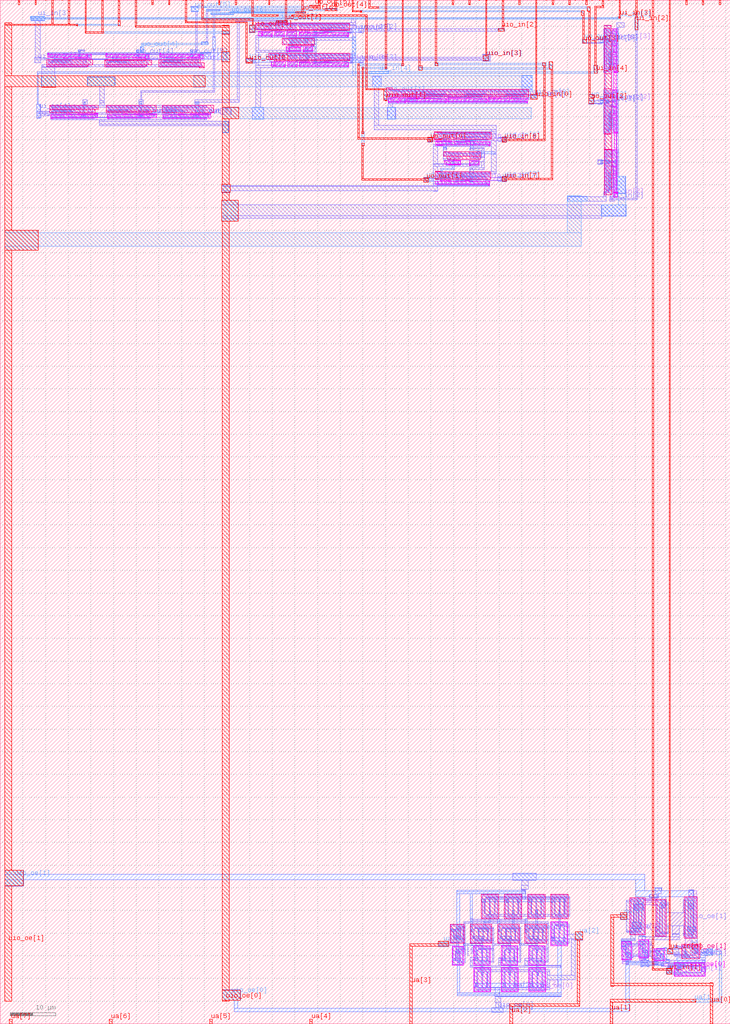
<source format=lef>
VERSION 5.7 ;
  NOWIREEXTENSIONATPIN ON ;
  DIVIDERCHAR "/" ;
  BUSBITCHARS "[]" ;
MACRO tt_um_vks_pll
  CLASS BLOCK ;
  FOREIGN tt_um_vks_pll ;
  ORIGIN 0.000 0.000 ;
  SIZE 161.000 BY 225.760 ;
  PIN clk
    DIRECTION INPUT ;
    USE SIGNAL ;
    PORT
      LAYER met4 ;
        RECT 154.870 224.760 155.170 225.760 ;
    END
  END clk
  PIN ena
    DIRECTION INPUT ;
    USE SIGNAL ;
    PORT
      LAYER met4 ;
        RECT 158.550 224.760 158.850 225.760 ;
    END
  END ena
  PIN rst_n
    DIRECTION INPUT ;
    USE SIGNAL ;
    PORT
      LAYER met4 ;
        RECT 151.190 224.760 151.490 225.760 ;
    END
  END rst_n
  PIN ua[0]
    DIRECTION INOUT ;
    USE SIGNAL ;
    ANTENNAGATEAREA 5.400000 ;
    PORT
      LAYER li1 ;
        RECT 139.815 26.910 140.145 27.080 ;
        RECT 140.405 26.910 140.735 27.080 ;
        RECT 140.995 26.910 141.325 27.080 ;
        RECT 139.815 20.270 140.145 20.440 ;
        RECT 140.405 20.270 140.735 20.440 ;
        RECT 140.995 20.270 141.325 20.440 ;
      LAYER met1 ;
        RECT 138.420 27.250 141.370 27.280 ;
        RECT 138.070 26.900 141.370 27.250 ;
        RECT 138.070 24.480 138.840 26.900 ;
        RECT 139.835 26.880 140.125 26.900 ;
        RECT 140.425 26.880 140.715 26.900 ;
        RECT 141.015 26.880 141.305 26.900 ;
        RECT 136.790 23.010 138.840 24.480 ;
        RECT 138.070 20.490 138.840 23.010 ;
        RECT 138.070 20.470 141.220 20.490 ;
        RECT 138.070 20.240 141.305 20.470 ;
        RECT 138.130 20.140 141.220 20.240 ;
      LAYER met2 ;
        RECT 136.840 22.960 138.210 24.530 ;
      LAYER met3 ;
        RECT 136.790 22.985 138.260 24.505 ;
      LAYER met4 ;
        RECT 136.835 24.040 138.215 24.485 ;
        RECT 134.670 23.440 138.215 24.040 ;
        RECT 134.670 8.960 135.270 23.440 ;
        RECT 136.835 23.005 138.215 23.440 ;
        RECT 156.560 8.960 157.160 9.000 ;
        RECT 134.670 8.360 157.200 8.960 ;
        RECT 134.670 8.300 135.270 8.360 ;
        RECT 156.560 0.000 157.160 8.360 ;
    END
  END ua[0]
  PIN ua[1]
    DIRECTION INOUT ;
    USE SIGNAL ;
    ANTENNADIFFAREA 0.580000 ;
    PORT
      LAYER li1 ;
        RECT 151.035 15.415 151.205 16.455 ;
        RECT 149.330 11.480 149.500 12.520 ;
      LAYER met1 ;
        RECT 155.620 16.440 155.910 16.500 ;
        RECT 151.005 15.960 151.235 16.435 ;
        RECT 155.620 16.400 157.090 16.440 ;
        RECT 150.830 15.560 151.350 15.960 ;
        RECT 154.640 15.680 157.090 16.400 ;
        RECT 151.005 15.435 151.235 15.560 ;
        RECT 154.500 15.160 157.090 15.680 ;
        RECT 155.620 15.110 157.090 15.160 ;
        RECT 155.620 15.040 155.910 15.110 ;
        RECT 149.300 12.270 149.530 12.500 ;
        RECT 149.140 11.830 149.740 12.270 ;
        RECT 149.300 11.500 149.530 11.830 ;
      LAYER met2 ;
        RECT 150.880 15.880 151.300 16.010 ;
        RECT 150.880 15.510 151.560 15.880 ;
        RECT 154.550 15.610 155.620 15.730 ;
        RECT 150.980 14.700 151.560 15.510 ;
        RECT 154.520 15.110 155.620 15.610 ;
        RECT 150.980 14.560 151.630 14.700 ;
        RECT 154.520 14.560 155.450 15.110 ;
        RECT 155.830 15.060 157.040 16.490 ;
        RECT 149.220 13.960 155.460 14.560 ;
        RECT 149.260 13.540 155.460 13.960 ;
        RECT 149.270 12.320 150.060 13.540 ;
        RECT 149.190 11.890 150.060 12.320 ;
        RECT 149.190 11.780 149.690 11.890 ;
      LAYER met3 ;
        RECT 155.780 15.950 157.090 16.465 ;
        RECT 155.250 15.350 159.120 15.950 ;
        RECT 155.780 15.085 157.090 15.350 ;
        RECT 152.785 5.390 153.375 5.415 ;
        RECT 158.520 5.390 159.120 15.350 ;
        RECT 152.780 4.790 159.120 5.390 ;
        RECT 152.785 4.765 153.375 4.790 ;
      LAYER met4 ;
        RECT 134.480 4.790 153.380 5.390 ;
        RECT 134.480 0.000 135.080 4.790 ;
    END
  END ua[1]
  PIN ua[2]
    DIRECTION INOUT ;
    USE SIGNAL ;
    ANTENNAGATEAREA 20.799999 ;
    PORT
      LAYER li1 ;
        RECT 122.370 21.680 123.170 21.850 ;
        RECT 123.460 21.680 124.260 21.850 ;
        RECT 122.370 17.880 123.170 18.050 ;
        RECT 123.460 17.880 124.260 18.050 ;
        RECT 105.330 11.520 106.130 11.690 ;
        RECT 106.420 11.520 107.220 11.690 ;
        RECT 111.430 11.520 112.230 11.690 ;
        RECT 112.520 11.520 113.320 11.690 ;
        RECT 117.510 11.540 118.310 11.710 ;
        RECT 118.600 11.540 119.400 11.710 ;
        RECT 105.330 7.720 106.130 7.890 ;
        RECT 106.420 7.720 107.220 7.890 ;
        RECT 111.430 7.720 112.230 7.890 ;
        RECT 112.520 7.720 113.320 7.890 ;
        RECT 117.510 7.740 118.310 7.910 ;
        RECT 118.600 7.740 119.400 7.910 ;
      LAYER met1 ;
        RECT 125.120 21.960 125.530 21.970 ;
        RECT 122.340 21.630 125.530 21.960 ;
        RECT 125.120 19.740 125.530 21.630 ;
        RECT 126.820 19.740 128.480 20.240 ;
        RECT 125.120 18.750 128.480 19.740 ;
        RECT 125.120 18.100 125.530 18.750 ;
        RECT 122.390 17.770 125.530 18.100 ;
        RECT 125.120 17.760 125.530 17.770 ;
        RECT 125.900 18.510 128.480 18.750 ;
        RECT 120.640 11.920 121.140 11.930 ;
        RECT 105.270 11.490 121.140 11.920 ;
        RECT 120.640 10.700 121.140 11.490 ;
        RECT 125.900 10.700 126.860 18.510 ;
        RECT 120.640 9.750 126.860 10.700 ;
        RECT 117.530 7.930 118.290 7.940 ;
        RECT 118.620 7.930 119.380 7.940 ;
        RECT 120.640 7.930 121.140 9.750 ;
        RECT 105.290 7.540 121.140 7.930 ;
        RECT 105.290 7.500 121.110 7.540 ;
      LAYER met2 ;
        RECT 126.870 18.460 128.430 20.290 ;
      LAYER met3 ;
        RECT 126.820 18.485 128.480 20.265 ;
      LAYER met4 ;
        RECT 126.865 18.505 128.435 20.245 ;
        RECT 127.260 4.440 127.860 18.505 ;
        RECT 112.400 3.840 127.860 4.440 ;
        RECT 112.400 0.000 113.000 3.840 ;
    END
  END ua[2]
  PIN ua[3]
    DIRECTION INOUT ;
    USE SIGNAL ;
    ANTENNADIFFAREA 2.022500 ;
    PORT
      LAYER li1 ;
        RECT 99.970 18.845 100.140 20.885 ;
        RECT 100.930 18.845 101.100 20.885 ;
        RECT 100.820 13.850 100.990 16.140 ;
      LAYER met1 ;
        RECT 99.940 19.370 100.170 20.865 ;
        RECT 99.870 18.950 100.230 19.370 ;
        RECT 100.900 19.340 101.130 20.865 ;
        RECT 99.940 18.865 100.170 18.950 ;
        RECT 100.840 18.920 101.200 19.340 ;
        RECT 100.900 18.865 101.130 18.920 ;
        RECT 96.580 17.810 98.930 18.150 ;
        RECT 100.670 17.810 101.170 17.830 ;
        RECT 96.580 17.350 101.170 17.810 ;
        RECT 96.580 17.310 101.080 17.350 ;
        RECT 96.580 17.060 98.930 17.310 ;
        RECT 97.770 17.020 98.770 17.060 ;
        RECT 100.790 16.100 101.020 16.120 ;
        RECT 100.740 15.540 101.100 16.100 ;
        RECT 100.790 13.870 101.020 15.540 ;
      LAYER met2 ;
        RECT 99.920 19.360 100.180 19.420 ;
        RECT 100.890 19.360 101.150 19.390 ;
        RECT 99.880 18.930 101.160 19.360 ;
        RECT 99.920 18.900 100.180 18.930 ;
        RECT 100.730 18.870 101.150 18.930 ;
        RECT 96.630 17.010 98.880 18.200 ;
        RECT 100.730 17.880 101.090 18.870 ;
        RECT 100.720 17.300 101.120 17.880 ;
        RECT 100.730 15.540 101.090 17.300 ;
        RECT 100.790 15.490 101.050 15.540 ;
      LAYER met3 ;
        RECT 96.580 17.035 98.930 18.175 ;
      LAYER met4 ;
        RECT 96.625 17.650 98.885 18.155 ;
        RECT 90.320 17.055 98.885 17.650 ;
        RECT 90.320 17.050 98.770 17.055 ;
        RECT 90.320 0.000 90.920 17.050 ;
    END
  END ua[3]
  PIN ua[4]
    DIRECTION INOUT ;
    USE SIGNAL ;
    PORT
      LAYER met4 ;
        RECT 68.240 0.000 68.840 1.000 ;
    END
  END ua[4]
  PIN ua[5]
    DIRECTION INOUT ;
    USE SIGNAL ;
    PORT
      LAYER met4 ;
        RECT 46.160 0.000 46.760 1.000 ;
    END
  END ua[5]
  PIN ua[6]
    DIRECTION INOUT ;
    USE SIGNAL ;
    PORT
      LAYER met4 ;
        RECT 24.080 0.000 24.680 1.000 ;
    END
  END ua[6]
  PIN ua[7]
    DIRECTION INOUT ;
    USE SIGNAL ;
    PORT
      LAYER met4 ;
        RECT 2.000 0.000 2.600 1.000 ;
    END
  END ua[7]
  PIN ui_in[0]
    DIRECTION INPUT ;
    USE SIGNAL ;
    ANTENNAGATEAREA 2.000000 ;
    PORT
      LAYER li1 ;
        RECT 151.265 16.670 153.265 16.840 ;
        RECT 151.265 15.030 153.265 15.200 ;
      LAYER met1 ;
        RECT 148.560 17.130 149.560 17.150 ;
        RECT 148.560 16.870 151.850 17.130 ;
        RECT 148.560 16.700 153.245 16.870 ;
        RECT 147.210 16.470 148.350 16.580 ;
        RECT 148.560 16.470 149.610 16.700 ;
        RECT 151.285 16.640 153.245 16.700 ;
        RECT 147.210 15.760 149.610 16.470 ;
        RECT 147.210 15.420 149.750 15.760 ;
        RECT 148.280 15.360 149.750 15.420 ;
        RECT 148.400 15.350 149.750 15.360 ;
        RECT 148.630 15.280 149.750 15.350 ;
        RECT 148.630 15.230 151.890 15.280 ;
        RECT 148.630 15.000 153.245 15.230 ;
        RECT 148.710 14.880 152.040 15.000 ;
        RECT 148.750 14.860 152.040 14.880 ;
        RECT 151.890 14.670 152.040 14.860 ;
      LAYER met2 ;
        RECT 147.260 15.370 148.300 16.630 ;
      LAYER met3 ;
        RECT 147.210 15.395 148.350 16.605 ;
      LAYER met4 ;
        RECT 147.510 43.330 147.815 225.750 ;
        RECT 147.505 40.195 147.820 43.330 ;
        RECT 147.510 40.185 147.815 40.195 ;
        RECT 147.515 16.585 147.815 40.185 ;
        RECT 147.255 15.415 148.305 16.585 ;
    END
  END ui_in[0]
  PIN ui_in[1]
    DIRECTION INPUT ;
    USE SIGNAL ;
    ANTENNAGATEAREA 5.000000 ;
    PORT
      LAYER li1 ;
        RECT 149.560 12.690 154.560 12.860 ;
        RECT 149.560 11.140 154.560 11.310 ;
      LAYER met1 ;
        RECT 147.360 12.890 150.370 13.120 ;
        RECT 147.360 12.780 154.540 12.890 ;
        RECT 147.270 12.680 154.540 12.780 ;
        RECT 147.270 12.530 148.420 12.680 ;
        RECT 149.580 12.660 154.540 12.680 ;
        RECT 147.270 12.510 148.290 12.530 ;
        RECT 147.290 12.280 148.290 12.510 ;
        RECT 146.930 11.670 148.290 12.280 ;
        RECT 146.930 11.340 148.350 11.670 ;
        RECT 146.930 11.110 154.540 11.340 ;
        RECT 146.930 10.920 150.400 11.110 ;
        RECT 147.390 10.900 150.400 10.920 ;
      LAYER met2 ;
        RECT 146.980 10.870 148.040 12.330 ;
      LAYER met3 ;
        RECT 146.930 10.895 148.090 12.305 ;
      LAYER met4 ;
        RECT 143.830 12.090 144.130 225.760 ;
        RECT 146.975 12.090 148.045 12.285 ;
        RECT 143.830 11.790 148.045 12.090 ;
        RECT 146.975 10.915 148.045 11.790 ;
    END
  END ui_in[1]
  PIN ui_in[2]
    DIRECTION INPUT ;
    USE SIGNAL ;
    ANTENNAGATEAREA 0.159000 ;
    PORT
      LAYER li1 ;
        RECT 134.495 183.160 135.145 183.510 ;
        RECT 134.610 181.790 135.110 183.160 ;
      LAYER met1 ;
        RECT 139.980 219.220 140.680 222.010 ;
        RECT 134.580 182.450 135.140 182.510 ;
        RECT 134.380 182.040 135.380 182.450 ;
        RECT 140.140 182.040 140.480 219.220 ;
        RECT 134.380 181.700 140.480 182.040 ;
        RECT 134.380 181.450 135.380 181.700 ;
      LAYER met2 ;
        RECT 140.030 219.170 140.630 222.060 ;
      LAYER met3 ;
        RECT 139.980 219.195 140.680 222.035 ;
      LAYER met4 ;
        RECT 140.150 222.015 140.450 225.760 ;
        RECT 140.025 219.215 140.635 222.015 ;
    END
  END ui_in[2]
  PIN ui_in[3]
    DIRECTION INPUT ;
    USE SIGNAL ;
    ANTENNAGATEAREA 0.159000 ;
    PORT
      LAYER li1 ;
        RECT 10.510 212.315 10.860 212.965 ;
      LAYER met1 ;
        RECT 7.700 222.130 8.860 222.150 ;
        RECT 6.740 221.310 9.860 222.130 ;
        RECT 7.700 213.140 8.860 221.310 ;
        RECT 7.620 212.910 8.890 213.140 ;
        RECT 7.620 212.580 10.850 212.910 ;
        RECT 7.620 211.980 8.890 212.580 ;
      LAYER met2 ;
        RECT 6.790 221.260 9.810 222.180 ;
      LAYER met3 ;
        RECT 6.740 222.060 9.860 222.155 ;
        RECT 6.660 221.850 9.860 222.060 ;
        RECT 136.110 221.850 136.890 222.130 ;
        RECT 6.660 221.760 136.890 221.850 ;
        RECT 6.740 221.550 136.890 221.760 ;
        RECT 6.740 221.285 9.860 221.550 ;
        RECT 136.110 221.530 136.890 221.550 ;
      LAYER met4 ;
        RECT 136.470 222.075 136.770 225.760 ;
        RECT 136.455 221.745 136.785 222.075 ;
    END
  END ui_in[3]
  PIN ui_in[4]
    DIRECTION INPUT ;
    USE SIGNAL ;
    ANTENNAGATEAREA 0.159000 ;
    PORT
      LAYER li1 ;
        RECT 11.230 200.635 11.580 201.285 ;
      LAYER met1 ;
        RECT 8.000 201.300 8.910 202.790 ;
        RECT 8.000 201.050 10.770 201.300 ;
        RECT 11.250 201.050 11.560 201.120 ;
        RECT 8.000 200.650 11.560 201.050 ;
        RECT 8.000 200.300 10.770 200.650 ;
        RECT 8.000 199.800 9.040 200.300 ;
        RECT 8.040 199.780 9.040 199.800 ;
      LAYER met2 ;
        RECT 81.410 209.910 85.680 210.050 ;
        RECT 8.110 209.610 85.680 209.910 ;
        RECT 8.110 202.840 8.410 209.610 ;
        RECT 81.410 209.520 85.680 209.610 ;
        RECT 8.050 199.750 8.860 202.840 ;
      LAYER met3 ;
        RECT 81.360 209.910 85.730 210.025 ;
        RECT 130.950 209.910 131.760 211.380 ;
        RECT 81.360 209.610 131.770 209.910 ;
        RECT 81.360 209.545 85.730 209.610 ;
      LAYER met4 ;
        RECT 132.790 224.410 133.090 225.760 ;
        RECT 131.160 224.110 133.090 224.410 ;
        RECT 131.160 211.385 131.460 224.110 ;
        RECT 130.995 209.645 131.715 211.385 ;
        RECT 131.160 209.620 131.460 209.645 ;
    END
  END ui_in[4]
  PIN ui_in[5]
    DIRECTION INPUT ;
    USE SIGNAL ;
    PORT
      LAYER met4 ;
        RECT 129.110 224.760 129.410 225.760 ;
    END
  END ui_in[5]
  PIN ui_in[6]
    DIRECTION INPUT ;
    USE SIGNAL ;
    PORT
      LAYER met4 ;
        RECT 125.430 224.760 125.730 225.760 ;
    END
  END ui_in[6]
  PIN ui_in[7]
    DIRECTION INPUT ;
    USE SIGNAL ;
    PORT
      LAYER met4 ;
        RECT 121.750 224.760 122.050 225.760 ;
    END
  END ui_in[7]
  PIN uio_in[0]
    DIRECTION INPUT ;
    USE SIGNAL ;
    ANTENNAGATEAREA 0.159000 ;
    PORT
      LAYER li1 ;
        RECT 115.890 204.730 116.240 204.815 ;
        RECT 115.890 204.170 116.530 204.730 ;
        RECT 115.890 204.165 116.240 204.170 ;
      LAYER met1 ;
        RECT 117.000 204.860 118.430 204.990 ;
        RECT 116.330 204.790 118.430 204.860 ;
        RECT 116.320 204.730 118.430 204.790 ;
        RECT 116.110 204.260 118.430 204.730 ;
        RECT 116.320 204.190 118.430 204.260 ;
        RECT 116.330 203.920 118.430 204.190 ;
        RECT 116.330 203.860 117.330 203.920 ;
      LAYER met2 ;
        RECT 117.050 203.870 118.380 205.040 ;
      LAYER met3 ;
        RECT 117.000 203.895 118.430 205.015 ;
      LAYER met4 ;
        RECT 118.070 204.995 118.370 225.760 ;
        RECT 117.045 203.915 118.385 204.995 ;
        RECT 118.070 203.880 118.370 203.915 ;
    END
  END uio_in[0]
  PIN uio_in[1]
    DIRECTION INPUT ;
    USE SIGNAL ;
    PORT
      LAYER met4 ;
        RECT 114.390 224.760 114.690 225.760 ;
    END
  END uio_in[1]
  PIN uio_in[2]
    DIRECTION INPUT ;
    USE SIGNAL ;
    ANTENNAGATEAREA 0.159000 ;
    PORT
      LAYER li1 ;
        RECT 76.400 219.410 76.750 219.415 ;
        RECT 77.030 219.410 77.490 219.510 ;
        RECT 76.400 218.780 77.490 219.410 ;
        RECT 76.400 218.765 76.750 218.780 ;
        RECT 77.030 218.510 77.490 218.780 ;
      LAYER met1 ;
        RECT 77.000 219.410 77.520 219.570 ;
        RECT 76.460 218.770 77.520 219.410 ;
        RECT 77.000 218.450 77.520 218.770 ;
        RECT 79.070 219.460 80.070 219.570 ;
        RECT 79.070 218.920 111.250 219.460 ;
        RECT 79.070 218.570 80.070 218.920 ;
      LAYER met2 ;
        RECT 76.930 219.460 79.210 219.480 ;
        RECT 76.510 219.450 79.210 219.460 ;
        RECT 76.510 218.720 79.610 219.450 ;
        RECT 109.820 218.870 111.200 219.510 ;
        RECT 76.930 218.710 79.610 218.720 ;
      LAYER met3 ;
        RECT 109.770 218.895 111.250 219.485 ;
      LAYER met4 ;
        RECT 110.710 219.465 111.010 225.760 ;
        RECT 109.815 218.915 111.205 219.465 ;
    END
  END uio_in[2]
  PIN uio_in[3]
    DIRECTION INPUT ;
    USE SIGNAL ;
    ANTENNAGATEAREA 0.159000 ;
    PORT
      LAYER li1 ;
        RECT 76.400 212.730 76.750 212.735 ;
        RECT 77.100 212.730 77.620 213.050 ;
        RECT 76.400 212.090 77.620 212.730 ;
        RECT 76.400 212.085 76.750 212.090 ;
        RECT 77.100 211.930 77.620 212.090 ;
      LAYER met1 ;
        RECT 76.980 213.110 77.880 213.200 ;
        RECT 106.380 213.110 108.070 213.810 ;
        RECT 76.980 212.800 108.070 213.110 ;
        RECT 76.430 212.450 108.070 212.800 ;
        RECT 76.430 212.360 77.880 212.450 ;
        RECT 76.430 212.060 77.650 212.360 ;
        RECT 79.020 212.060 80.070 212.450 ;
        RECT 106.380 212.240 108.070 212.450 ;
        RECT 77.070 211.870 77.650 212.060 ;
        RECT 79.070 211.950 80.070 212.060 ;
      LAYER met2 ;
        RECT 77.010 212.850 77.850 213.230 ;
        RECT 76.480 212.010 79.490 212.850 ;
        RECT 106.500 212.270 107.790 213.660 ;
      LAYER met3 ;
        RECT 106.530 212.345 107.720 213.525 ;
      LAYER met4 ;
        RECT 107.030 213.505 107.330 225.760 ;
        RECT 106.575 212.365 107.675 213.505 ;
    END
  END uio_in[3]
  PIN uio_in[4]
    DIRECTION INPUT ;
    USE SIGNAL ;
    PORT
      LAYER met4 ;
        RECT 103.350 224.760 103.650 225.760 ;
    END
  END uio_in[4]
  PIN uio_in[5]
    DIRECTION INPUT ;
    USE SIGNAL ;
    PORT
      LAYER met4 ;
        RECT 99.670 224.760 99.970 225.760 ;
    END
  END uio_in[5]
  PIN uio_in[6]
    DIRECTION INPUT ;
    USE SIGNAL ;
    ANTENNAGATEAREA 0.159000 ;
    PORT
      LAYER li1 ;
        RECT 107.630 195.350 107.980 195.365 ;
        RECT 107.630 194.750 110.570 195.350 ;
        RECT 107.630 194.715 107.980 194.750 ;
      LAYER met1 ;
        RECT 109.990 195.380 111.680 195.540 ;
        RECT 109.770 194.720 111.680 195.380 ;
        RECT 109.990 194.540 111.680 194.720 ;
        RECT 110.710 194.420 111.680 194.540 ;
      LAYER met2 ;
        RECT 110.760 194.370 111.630 195.590 ;
      LAYER met3 ;
        RECT 95.830 211.810 96.580 211.920 ;
        RECT 119.550 211.810 120.380 211.990 ;
        RECT 95.830 211.510 120.380 211.810 ;
        RECT 95.830 211.270 96.580 211.510 ;
        RECT 119.550 211.270 120.380 211.510 ;
        RECT 110.710 194.395 111.680 195.565 ;
      LAYER met4 ;
        RECT 95.990 211.875 96.290 225.760 ;
        RECT 119.770 211.925 120.070 211.940 ;
        RECT 95.895 211.285 96.455 211.875 ;
        RECT 119.675 211.335 120.235 211.925 ;
        RECT 119.680 211.320 120.210 211.335 ;
        RECT 110.755 195.050 111.635 195.545 ;
        RECT 119.910 195.050 120.210 211.320 ;
        RECT 110.755 194.750 120.240 195.050 ;
        RECT 110.755 194.415 111.635 194.750 ;
    END
  END uio_in[6]
  PIN uio_in[7]
    DIRECTION INPUT ;
    USE SIGNAL ;
    ANTENNAGATEAREA 0.159000 ;
    PORT
      LAYER li1 ;
        RECT 107.510 186.610 107.860 186.615 ;
        RECT 107.510 185.980 110.450 186.610 ;
        RECT 107.510 185.970 109.740 185.980 ;
        RECT 107.510 185.965 107.860 185.970 ;
      LAYER met1 ;
        RECT 110.640 186.800 111.660 186.810 ;
        RECT 109.880 186.640 111.660 186.800 ;
        RECT 109.590 185.950 111.660 186.640 ;
        RECT 109.880 185.800 111.660 185.950 ;
      LAYER met2 ;
        RECT 110.690 185.750 111.610 186.860 ;
      LAYER met3 ;
        RECT 121.000 211.540 121.880 212.210 ;
        RECT 92.140 210.960 93.090 211.300 ;
        RECT 120.960 211.240 121.880 211.540 ;
        RECT 92.140 210.810 93.240 210.960 ;
        RECT 121.000 210.810 121.880 211.240 ;
        RECT 92.140 210.510 121.880 210.810 ;
        RECT 92.140 210.280 93.090 210.510 ;
        RECT 121.000 210.490 121.880 210.510 ;
        RECT 110.640 185.775 111.660 186.835 ;
      LAYER met4 ;
        RECT 92.310 211.265 92.610 225.760 ;
        RECT 92.295 210.345 93.025 211.265 ;
        RECT 121.035 210.515 121.815 212.145 ;
        RECT 110.685 186.460 111.615 186.815 ;
        RECT 121.500 186.460 121.800 210.515 ;
        RECT 110.685 186.160 121.800 186.460 ;
        RECT 110.685 185.795 111.615 186.160 ;
    END
  END uio_in[7]
  PIN uio_oe[0]
    DIRECTION OUTPUT ;
    USE SIGNAL ;
    ANTENNADIFFAREA 67.596802 ;
    PORT
      LAYER pwell ;
        RECT 56.940 217.870 57.620 218.860 ;
        RECT 135.075 215.710 135.985 219.395 ;
        RECT 63.060 214.535 63.740 215.430 ;
        RECT 64.735 215.375 66.325 215.465 ;
        RECT 63.755 214.555 66.325 215.375 ;
        RECT 63.755 214.535 63.895 214.555 ;
        RECT 63.060 214.440 63.895 214.535 ;
        RECT 63.725 214.365 63.895 214.440 ;
        RECT 135.305 214.170 135.985 215.710 ;
        RECT 19.170 212.880 20.080 213.770 ;
        RECT 31.980 212.820 32.890 213.710 ;
        RECT 43.880 212.850 44.790 213.740 ;
        RECT 135.085 213.260 135.985 214.170 ;
        RECT 59.770 211.190 60.450 212.180 ;
        RECT 135.305 210.055 135.985 213.260 ;
        RECT 135.305 209.885 136.175 210.055 ;
        RECT 135.305 209.745 135.985 209.885 ;
        RECT 135.310 205.975 135.880 209.745 ;
        RECT 85.520 203.210 86.270 204.260 ;
        RECT 135.055 202.290 135.965 205.975 ;
        RECT 20.790 200.675 21.530 200.770 ;
        RECT 135.285 200.750 135.965 202.290 ;
        RECT 33.210 200.675 34.520 200.680 ;
        RECT 14.660 200.445 15.570 200.665 ;
        RECT 17.110 200.445 21.530 200.675 ;
        RECT 27.080 200.445 27.990 200.665 ;
        RECT 29.530 200.445 34.520 200.675 ;
        RECT 45.530 200.655 46.380 200.660 ;
        RECT 11.145 199.790 21.530 200.445 ;
        RECT 11.145 199.765 20.795 199.790 ;
        RECT 23.565 199.770 34.520 200.445 ;
        RECT 39.400 200.425 40.310 200.645 ;
        RECT 41.850 200.425 46.380 200.655 ;
        RECT 23.565 199.765 33.215 199.770 ;
        RECT 11.285 199.575 11.455 199.765 ;
        RECT 23.705 199.575 23.875 199.765 ;
        RECT 35.885 199.750 46.380 200.425 ;
        RECT 135.065 199.840 135.965 200.750 ;
        RECT 35.885 199.745 45.535 199.750 ;
        RECT 36.025 199.555 36.195 199.745 ;
        RECT 135.285 196.635 135.965 199.840 ;
        RECT 135.285 196.465 136.155 196.635 ;
        RECT 135.285 196.325 135.965 196.465 ;
        RECT 96.010 194.755 97.660 194.770 ;
        RECT 96.010 194.525 99.420 194.755 ;
        RECT 102.625 194.525 103.555 194.745 ;
        RECT 96.010 193.845 108.065 194.525 ;
        RECT 96.010 193.770 97.660 193.845 ;
        RECT 107.755 193.655 107.925 193.845 ;
        RECT 135.380 192.725 135.950 196.325 ;
        RECT 97.910 190.315 99.070 190.350 ;
        RECT 99.925 190.315 101.515 190.405 ;
        RECT 97.910 189.600 101.515 190.315 ;
        RECT 98.945 189.495 101.515 189.600 ;
        RECT 98.945 189.475 99.085 189.495 ;
        RECT 98.915 189.305 99.085 189.475 ;
        RECT 135.105 189.040 136.015 192.725 ;
        RECT 135.335 187.500 136.015 189.040 ;
        RECT 135.115 186.590 136.015 187.500 ;
        RECT 97.020 185.830 99.300 186.005 ;
        RECT 95.910 185.775 99.300 185.830 ;
        RECT 102.505 185.775 103.435 185.995 ;
        RECT 95.910 185.180 107.945 185.775 ;
        RECT 97.020 185.095 107.945 185.180 ;
        RECT 107.635 184.905 107.805 185.095 ;
        RECT 135.335 183.385 136.015 186.590 ;
        RECT 135.335 183.260 136.205 183.385 ;
        RECT 135.330 183.215 136.205 183.260 ;
        RECT 135.330 182.240 136.060 183.215 ;
        RECT 121.440 17.240 125.190 22.490 ;
        RECT 99.640 12.870 102.170 17.120 ;
        RECT 104.440 12.940 108.090 17.190 ;
        RECT 110.530 12.920 114.180 17.170 ;
        RECT 116.540 12.930 120.190 17.180 ;
        RECT 137.115 14.065 139.275 18.065 ;
        RECT 140.865 14.525 143.025 18.525 ;
        RECT 144.150 13.860 146.510 16.560 ;
        RECT 104.400 7.080 108.150 12.330 ;
        RECT 110.500 7.080 114.250 12.330 ;
        RECT 116.580 7.100 120.330 12.350 ;
        RECT 148.630 10.500 155.490 13.500 ;
      LAYER li1 ;
        RECT 136.005 219.305 136.175 219.400 ;
        RECT 135.185 219.055 136.175 219.305 ;
        RECT 57.070 217.900 57.490 218.730 ;
        RECT 57.905 217.900 58.155 218.340 ;
        RECT 57.070 217.875 58.155 217.900 ;
        RECT 58.825 217.875 58.995 218.335 ;
        RECT 59.665 217.875 59.930 218.335 ;
        RECT 60.585 217.875 60.835 218.340 ;
        RECT 61.505 217.875 61.675 218.335 ;
        RECT 62.345 217.875 62.610 218.335 ;
        RECT 63.265 217.875 63.515 218.340 ;
        RECT 64.185 217.875 64.355 218.335 ;
        RECT 65.025 217.875 65.290 218.335 ;
        RECT 66.080 217.875 66.250 218.720 ;
        RECT 66.970 217.875 67.140 218.615 ;
        RECT 136.005 218.460 136.175 219.055 ;
        RECT 67.850 217.875 68.085 218.335 ;
        RECT 69.945 217.875 70.135 218.315 ;
        RECT 72.035 217.875 72.365 218.335 ;
        RECT 74.965 217.875 75.295 218.235 ;
        RECT 75.995 217.875 76.325 218.255 ;
        RECT 135.265 218.130 136.175 218.460 ;
        RECT 57.070 217.710 60.060 217.875 ;
        RECT 57.760 217.705 60.060 217.710 ;
        RECT 60.440 217.705 62.740 217.875 ;
        RECT 63.120 217.705 65.420 217.875 ;
        RECT 65.800 217.705 76.840 217.875 ;
        RECT 136.005 217.310 136.175 218.130 ;
        RECT 135.490 217.140 136.175 217.310 ;
        RECT 136.005 216.470 136.175 217.140 ;
        RECT 135.395 216.300 136.175 216.470 ;
        RECT 136.005 215.535 136.175 216.300 ;
        RECT 63.190 214.540 63.610 215.300 ;
        RECT 64.825 214.540 65.075 214.995 ;
        RECT 63.190 214.535 65.075 214.540 ;
        RECT 65.965 214.535 66.255 215.335 ;
        RECT 135.475 215.325 136.175 215.535 ;
        RECT 66.850 214.535 67.115 214.995 ;
        RECT 67.785 214.535 67.955 214.995 ;
        RECT 68.625 214.535 68.875 215.000 ;
        RECT 63.190 214.370 66.340 214.535 ;
        RECT 63.580 214.365 66.340 214.370 ;
        RECT 66.720 214.365 69.020 214.535 ;
        RECT 10.420 213.855 19.160 214.025 ;
        RECT 23.220 213.865 31.960 214.035 ;
        RECT 35.130 213.865 43.870 214.035 ;
        RECT 10.935 213.475 11.265 213.855 ;
        RECT 11.875 213.395 12.125 213.855 ;
        RECT 13.820 213.355 14.190 213.855 ;
        RECT 16.005 213.325 16.215 213.855 ;
        RECT 16.980 213.245 17.150 213.855 ;
        RECT 18.325 213.395 18.645 213.855 ;
        RECT 19.330 213.040 19.910 213.620 ;
        RECT 23.735 213.485 24.065 213.865 ;
        RECT 24.675 213.405 24.925 213.865 ;
        RECT 26.620 213.365 26.990 213.865 ;
        RECT 28.805 213.335 29.015 213.865 ;
        RECT 29.780 213.255 29.950 213.865 ;
        RECT 31.125 213.405 31.445 213.865 ;
        RECT 32.140 212.980 32.720 213.560 ;
        RECT 35.645 213.485 35.975 213.865 ;
        RECT 36.585 213.405 36.835 213.865 ;
        RECT 38.530 213.365 38.900 213.865 ;
        RECT 40.715 213.335 40.925 213.865 ;
        RECT 41.690 213.255 41.860 213.865 ;
        RECT 43.035 213.405 43.355 213.865 ;
        RECT 44.040 213.010 44.620 213.590 ;
        RECT 136.005 213.510 136.175 215.325 ;
        RECT 135.505 213.140 136.175 213.510 ;
        RECT 59.900 211.210 60.320 212.050 ;
        RECT 60.775 211.210 61.025 211.660 ;
        RECT 59.900 211.195 61.025 211.210 ;
        RECT 61.695 211.195 61.865 211.655 ;
        RECT 62.535 211.195 62.800 211.655 ;
        RECT 63.455 211.195 63.705 211.660 ;
        RECT 64.375 211.195 64.545 211.655 ;
        RECT 65.215 211.195 65.480 211.655 ;
        RECT 66.080 211.195 66.250 212.040 ;
        RECT 66.970 211.195 67.140 211.935 ;
        RECT 67.850 211.195 68.085 211.655 ;
        RECT 69.945 211.195 70.135 211.635 ;
        RECT 72.035 211.195 72.365 211.655 ;
        RECT 74.965 211.195 75.295 211.555 ;
        RECT 75.995 211.195 76.325 211.575 ;
        RECT 136.005 211.445 136.175 213.140 ;
        RECT 135.545 211.195 136.175 211.445 ;
        RECT 59.900 211.030 62.930 211.195 ;
        RECT 60.630 211.025 62.930 211.030 ;
        RECT 63.310 211.025 65.610 211.195 ;
        RECT 65.800 211.025 76.840 211.195 ;
        RECT 136.005 210.585 136.175 211.195 ;
        RECT 135.625 210.255 136.175 210.585 ;
        RECT 136.005 209.740 136.175 210.255 ;
        RECT 135.985 205.885 136.155 205.980 ;
        RECT 135.165 205.635 136.155 205.885 ;
        RECT 135.985 205.040 136.155 205.635 ;
        RECT 135.245 204.710 136.155 205.040 ;
        RECT 85.650 203.340 86.140 204.130 ;
        RECT 86.735 203.340 86.945 204.095 ;
        RECT 85.650 203.275 86.945 203.340 ;
        RECT 87.615 203.275 87.845 204.095 ;
        RECT 88.305 203.275 88.515 204.095 ;
        RECT 89.185 203.275 89.415 204.095 ;
        RECT 135.985 203.890 136.155 204.710 ;
        RECT 90.285 203.275 90.605 203.735 ;
        RECT 91.780 203.275 91.950 203.885 ;
        RECT 92.715 203.275 92.925 203.805 ;
        RECT 94.740 203.275 95.110 203.775 ;
        RECT 96.805 203.275 97.055 203.735 ;
        RECT 97.665 203.275 97.995 203.655 ;
        RECT 99.195 203.275 99.515 203.735 ;
        RECT 100.690 203.275 100.860 203.885 ;
        RECT 101.625 203.275 101.835 203.805 ;
        RECT 103.650 203.275 104.020 203.775 ;
        RECT 105.715 203.275 105.965 203.735 ;
        RECT 106.575 203.275 106.905 203.655 ;
        RECT 108.105 203.275 108.425 203.735 ;
        RECT 109.600 203.275 109.770 203.885 ;
        RECT 110.535 203.275 110.745 203.805 ;
        RECT 112.560 203.275 112.930 203.775 ;
        RECT 114.625 203.275 114.875 203.735 ;
        RECT 135.470 203.720 136.155 203.890 ;
        RECT 115.485 203.275 115.815 203.655 ;
        RECT 85.650 203.110 87.970 203.275 ;
        RECT 86.590 203.105 87.970 203.110 ;
        RECT 88.160 203.105 89.540 203.275 ;
        RECT 89.770 203.105 98.510 203.275 ;
        RECT 98.680 203.105 107.420 203.275 ;
        RECT 107.590 203.105 116.330 203.275 ;
        RECT 135.985 203.050 136.155 203.720 ;
        RECT 135.375 202.880 136.155 203.050 ;
        RECT 135.985 202.115 136.155 202.880 ;
        RECT 135.455 201.905 136.155 202.115 ;
        RECT 11.655 199.745 11.985 200.125 ;
        RECT 12.595 199.745 12.845 200.205 ;
        RECT 14.540 199.745 14.910 200.245 ;
        RECT 16.725 199.745 16.935 200.275 ;
        RECT 17.700 199.745 17.870 200.355 ;
        RECT 18.540 199.745 18.710 200.260 ;
        RECT 19.530 199.745 19.860 200.485 ;
        RECT 20.455 200.470 20.705 200.565 ;
        RECT 20.455 200.230 21.410 200.470 ;
        RECT 20.455 199.745 20.705 200.230 ;
        RECT 24.075 199.745 24.405 200.125 ;
        RECT 25.015 199.745 25.265 200.205 ;
        RECT 26.960 199.745 27.330 200.245 ;
        RECT 29.145 199.745 29.355 200.275 ;
        RECT 30.120 199.745 30.290 200.355 ;
        RECT 30.960 199.745 31.130 200.260 ;
        RECT 31.950 199.745 32.280 200.485 ;
        RECT 32.875 200.330 33.125 200.565 ;
        RECT 32.875 200.020 34.030 200.330 ;
        RECT 32.875 199.745 33.125 200.020 ;
        RECT 11.140 199.575 20.800 199.745 ;
        RECT 23.560 199.575 33.220 199.745 ;
        RECT 36.395 199.725 36.725 200.105 ;
        RECT 37.335 199.725 37.585 200.185 ;
        RECT 39.280 199.725 39.650 200.225 ;
        RECT 41.465 199.725 41.675 200.255 ;
        RECT 42.440 199.725 42.610 200.335 ;
        RECT 43.280 199.725 43.450 200.240 ;
        RECT 44.270 199.725 44.600 200.465 ;
        RECT 45.195 200.380 45.445 200.545 ;
        RECT 45.195 200.010 46.100 200.380 ;
        RECT 135.985 200.090 136.155 201.905 ;
        RECT 45.195 199.725 45.445 200.010 ;
        RECT 35.880 199.555 45.540 199.725 ;
        RECT 135.485 199.720 136.155 200.090 ;
        RECT 135.985 198.025 136.155 199.720 ;
        RECT 135.525 197.775 136.155 198.025 ;
        RECT 135.985 197.165 136.155 197.775 ;
        RECT 135.605 196.835 136.155 197.165 ;
        RECT 135.985 196.320 136.155 196.835 ;
        RECT 96.420 193.870 96.940 194.610 ;
        RECT 97.310 193.870 97.480 194.670 ;
        RECT 96.420 193.825 97.480 193.870 ;
        RECT 98.200 193.825 98.370 194.565 ;
        RECT 99.080 193.825 99.315 194.285 ;
        RECT 101.175 193.825 101.365 194.265 ;
        RECT 103.265 193.825 103.595 194.285 ;
        RECT 106.195 193.825 106.525 194.185 ;
        RECT 107.225 193.825 107.555 194.205 ;
        RECT 96.420 193.655 108.070 193.825 ;
        RECT 96.420 193.640 97.330 193.655 ;
        RECT 136.035 192.635 136.205 192.730 ;
        RECT 135.215 192.385 136.205 192.635 ;
        RECT 136.035 191.790 136.205 192.385 ;
        RECT 135.295 191.460 136.205 191.790 ;
        RECT 136.035 190.640 136.205 191.460 ;
        RECT 135.520 190.470 136.205 190.640 ;
        RECT 98.240 189.480 98.780 190.300 ;
        RECT 98.240 189.475 98.980 189.480 ;
        RECT 100.015 189.475 100.265 189.935 ;
        RECT 101.155 189.475 101.445 190.275 ;
        RECT 98.240 189.305 101.530 189.475 ;
        RECT 103.520 189.455 103.785 189.915 ;
        RECT 104.455 189.455 104.625 189.915 ;
        RECT 105.295 189.455 105.545 189.920 ;
        RECT 136.035 189.800 136.205 190.470 ;
        RECT 135.425 189.630 136.205 189.800 ;
        RECT 98.240 189.300 98.980 189.305 ;
        RECT 103.390 189.285 105.690 189.455 ;
        RECT 136.035 188.865 136.205 189.630 ;
        RECT 135.505 188.655 136.205 188.865 ;
        RECT 136.035 186.840 136.205 188.655 ;
        RECT 135.535 186.470 136.205 186.840 ;
        RECT 96.330 185.090 96.730 185.790 ;
        RECT 97.190 185.090 97.360 185.920 ;
        RECT 96.310 185.075 97.360 185.090 ;
        RECT 98.080 185.075 98.250 185.815 ;
        RECT 98.960 185.075 99.195 185.535 ;
        RECT 101.055 185.075 101.245 185.515 ;
        RECT 103.145 185.075 103.475 185.535 ;
        RECT 106.075 185.075 106.405 185.435 ;
        RECT 107.105 185.075 107.435 185.455 ;
        RECT 96.310 184.905 107.950 185.075 ;
        RECT 96.310 184.900 97.280 184.905 ;
        RECT 136.035 184.775 136.205 186.470 ;
        RECT 135.575 184.525 136.205 184.775 ;
        RECT 136.035 183.915 136.205 184.525 ;
        RECT 135.655 183.585 136.205 183.915 ;
        RECT 136.035 183.210 136.205 183.585 ;
        RECT 136.035 183.070 136.230 183.210 ;
        RECT 136.040 182.900 136.230 183.070 ;
        RECT 135.420 182.380 136.230 182.900 ;
        RECT 121.570 22.190 125.060 22.360 ;
        RECT 121.570 19.090 121.740 22.190 ;
        RECT 121.510 18.320 121.790 19.090 ;
        RECT 121.570 17.540 121.740 18.320 ;
        RECT 122.140 18.220 122.310 21.510 ;
        RECT 124.320 18.220 124.490 21.510 ;
        RECT 124.890 17.540 125.060 22.190 ;
        RECT 140.995 18.225 142.895 18.395 ;
        RECT 121.570 17.370 125.060 17.540 ;
        RECT 137.245 17.765 139.145 17.935 ;
        RECT 99.770 16.820 102.040 16.990 ;
        RECT 99.770 14.440 99.940 16.820 ;
        RECT 99.730 13.920 100.000 14.440 ;
        RECT 99.770 13.170 99.940 13.920 ;
        RECT 100.340 13.850 100.510 16.140 ;
        RECT 101.300 13.850 101.470 16.140 ;
        RECT 101.870 13.170 102.040 16.820 ;
        RECT 104.570 16.890 107.960 17.060 ;
        RECT 104.570 14.600 104.740 16.890 ;
        RECT 104.550 14.010 104.740 14.600 ;
        RECT 99.770 13.000 102.040 13.170 ;
        RECT 104.570 13.240 104.740 14.010 ;
        RECT 107.790 13.240 107.960 16.890 ;
        RECT 104.570 13.070 107.960 13.240 ;
        RECT 110.660 16.870 114.050 17.040 ;
        RECT 110.660 14.530 110.830 16.870 ;
        RECT 110.660 13.970 110.840 14.530 ;
        RECT 110.660 13.220 110.830 13.970 ;
        RECT 113.880 13.220 114.050 16.870 ;
        RECT 116.670 16.880 120.060 17.050 ;
        RECT 116.670 14.470 116.840 16.880 ;
        RECT 116.600 13.970 116.870 14.470 ;
        RECT 110.660 13.050 114.050 13.220 ;
        RECT 116.670 13.230 116.840 13.970 ;
        RECT 119.890 13.230 120.060 16.880 ;
        RECT 137.245 14.365 137.415 17.765 ;
        RECT 138.405 15.045 138.575 17.085 ;
        RECT 138.975 14.365 139.145 17.765 ;
        RECT 140.995 14.840 141.165 18.225 ;
        RECT 142.155 15.505 142.325 17.545 ;
        RECT 140.940 14.825 141.720 14.840 ;
        RECT 142.725 14.825 142.895 18.225 ;
        RECT 140.940 14.655 142.895 14.825 ;
        RECT 144.280 16.260 146.380 16.430 ;
        RECT 140.940 14.400 141.670 14.655 ;
        RECT 137.245 14.360 139.145 14.365 ;
        RECT 137.220 14.195 139.145 14.360 ;
        RECT 140.930 14.340 141.670 14.400 ;
        RECT 141.910 14.340 142.370 14.380 ;
        RECT 137.220 13.980 137.840 14.195 ;
        RECT 140.930 14.070 142.370 14.340 ;
        RECT 144.280 14.200 144.450 16.260 ;
        RECT 145.640 14.840 145.810 15.580 ;
        RECT 144.280 14.160 144.870 14.200 ;
        RECT 146.210 14.160 146.380 16.260 ;
        RECT 137.220 13.820 138.020 13.980 ;
        RECT 140.930 13.970 142.210 14.070 ;
        RECT 144.280 13.990 146.380 14.160 ;
        RECT 140.930 13.960 141.520 13.970 ;
        RECT 137.220 13.640 138.630 13.820 ;
        RECT 144.300 13.740 144.870 13.990 ;
        RECT 116.670 13.060 120.060 13.230 ;
        RECT 137.190 13.200 138.630 13.640 ;
        RECT 138.000 13.100 138.630 13.200 ;
        RECT 143.990 13.180 145.070 13.740 ;
        RECT 148.760 13.290 155.360 13.370 ;
        RECT 145.830 13.200 155.360 13.290 ;
        RECT 145.830 12.770 148.960 13.200 ;
        RECT 146.030 12.690 148.960 12.770 ;
        RECT 104.530 12.030 108.020 12.200 ;
        RECT 104.530 8.950 104.700 12.030 ;
        RECT 104.480 8.110 104.780 8.950 ;
        RECT 104.530 7.380 104.700 8.110 ;
        RECT 105.100 8.060 105.270 11.350 ;
        RECT 107.280 8.060 107.450 11.350 ;
        RECT 107.850 7.380 108.020 12.030 ;
        RECT 110.630 12.030 114.120 12.200 ;
        RECT 110.630 8.970 110.800 12.030 ;
        RECT 110.510 8.130 110.810 8.970 ;
        RECT 104.530 7.210 108.020 7.380 ;
        RECT 110.630 7.380 110.800 8.130 ;
        RECT 111.200 8.060 111.370 11.350 ;
        RECT 113.380 8.060 113.550 11.350 ;
        RECT 113.950 7.380 114.120 12.030 ;
        RECT 116.710 12.050 120.200 12.220 ;
        RECT 116.710 8.820 116.880 12.050 ;
        RECT 116.660 8.170 116.930 8.820 ;
        RECT 110.630 7.210 114.120 7.380 ;
        RECT 116.710 7.400 116.880 8.170 ;
        RECT 117.280 8.080 117.450 11.370 ;
        RECT 119.460 8.080 119.630 11.370 ;
        RECT 120.030 7.400 120.200 12.050 ;
        RECT 148.760 10.800 148.930 12.690 ;
        RECT 155.190 10.800 155.360 13.200 ;
        RECT 148.760 10.630 155.360 10.800 ;
        RECT 116.710 7.230 120.200 7.400 ;
      LAYER met1 ;
        RECT 136.590 220.740 137.590 220.760 ;
        RECT 135.950 219.760 137.590 220.740 ;
        RECT 135.950 219.400 136.320 219.760 ;
        RECT 56.400 217.550 76.840 218.030 ;
        RECT 56.400 214.690 57.060 217.550 ;
        RECT 56.400 214.210 69.020 214.690 ;
        RECT 23.220 214.180 31.960 214.190 ;
        RECT 35.130 214.180 43.870 214.190 ;
        RECT 10.420 214.060 43.870 214.180 ;
        RECT 44.070 214.060 46.460 214.160 ;
        RECT 10.420 213.830 46.460 214.060 ;
        RECT 10.420 213.720 43.870 213.830 ;
        RECT 10.420 213.700 19.160 213.720 ;
        RECT 19.460 213.490 19.760 213.720 ;
        RECT 23.220 213.710 31.960 213.720 ;
        RECT 19.450 213.210 19.770 213.490 ;
        RECT 32.200 213.310 32.620 213.720 ;
        RECT 35.130 213.710 43.870 213.720 ;
        RECT 32.260 213.150 32.580 213.310 ;
        RECT 44.070 212.720 46.460 213.830 ;
        RECT 56.400 211.350 57.060 214.210 ;
        RECT 56.400 210.870 76.840 211.350 ;
        RECT 56.400 202.060 57.400 210.870 ;
        RECT 135.850 209.740 136.330 219.400 ;
        RECT 135.910 205.980 136.190 209.740 ;
        RECT 85.590 202.950 116.330 203.430 ;
        RECT 85.590 202.080 86.590 202.950 ;
        RECT 20.970 200.200 21.430 200.500 ;
        RECT 33.700 200.090 34.040 200.340 ;
        RECT 45.790 199.970 46.110 200.420 ;
        RECT 20.800 199.900 23.680 199.910 ;
        RECT 11.140 199.850 33.220 199.900 ;
        RECT 35.880 199.850 45.540 199.880 ;
        RECT 11.140 199.420 45.540 199.850 ;
        RECT 55.530 199.560 58.130 202.060 ;
        RECT 85.360 199.540 87.220 202.080 ;
        RECT 21.860 199.030 22.990 199.420 ;
        RECT 33.170 199.400 45.540 199.420 ;
        RECT 33.170 199.380 35.970 199.400 ;
        RECT 21.860 198.330 50.440 199.030 ;
        RECT 21.930 198.030 50.440 198.330 ;
        RECT 49.050 196.600 50.350 198.030 ;
        RECT 135.830 196.320 136.310 205.980 ;
        RECT 95.480 193.960 96.490 193.970 ;
        RECT 97.030 193.960 108.070 193.980 ;
        RECT 95.480 193.500 108.070 193.960 ;
        RECT 95.480 189.640 96.490 193.500 ;
        RECT 135.890 192.740 136.310 196.320 ;
        RECT 135.890 192.730 136.370 192.740 ;
        RECT 135.880 192.340 136.370 192.730 ;
        RECT 95.480 189.610 103.770 189.640 ;
        RECT 95.480 189.150 105.690 189.610 ;
        RECT 95.480 185.220 96.490 189.150 ;
        RECT 103.390 189.130 105.690 189.150 ;
        RECT 135.880 186.910 136.360 192.340 ;
        RECT 96.910 185.220 107.950 185.230 ;
        RECT 48.840 184.770 50.740 185.140 ;
        RECT 95.480 184.770 107.950 185.220 ;
        RECT 48.840 184.760 107.950 184.770 ;
        RECT 48.840 183.760 96.515 184.760 ;
        RECT 96.910 184.750 107.950 184.760 ;
        RECT 48.840 183.380 50.740 183.760 ;
        RECT 95.480 183.560 96.490 183.760 ;
        RECT 135.880 183.110 137.940 186.910 ;
        RECT 135.880 183.070 136.360 183.110 ;
        RECT 48.800 180.680 52.490 181.600 ;
        RECT 48.800 180.640 132.650 180.680 ;
        RECT 48.800 180.600 138.010 180.640 ;
        RECT 48.800 178.160 138.040 180.600 ;
        RECT 48.800 177.680 132.650 178.160 ;
        RECT 48.800 177.000 52.490 177.680 ;
        RECT 121.480 19.090 121.820 19.150 ;
        RECT 121.460 18.320 121.840 19.090 ;
        RECT 122.110 19.060 122.340 21.490 ;
        RECT 121.980 18.350 122.430 19.060 ;
        RECT 124.290 19.000 124.520 21.490 ;
        RECT 121.480 18.260 121.820 18.320 ;
        RECT 122.110 18.240 122.340 18.350 ;
        RECT 124.170 18.290 124.620 19.000 ;
        RECT 124.290 18.240 124.520 18.290 ;
        RECT 99.700 14.440 100.030 14.500 ;
        RECT 99.680 13.920 100.050 14.440 ;
        RECT 100.310 14.410 100.540 16.120 ;
        RECT 101.270 14.420 101.500 16.120 ;
        RECT 138.375 15.760 138.605 17.065 ;
        RECT 142.125 16.280 142.355 17.525 ;
        RECT 138.160 15.270 138.790 15.760 ;
        RECT 141.920 15.730 142.660 16.280 ;
        RECT 142.125 15.525 142.355 15.730 ;
        RECT 145.610 15.370 145.840 15.560 ;
        RECT 138.375 15.065 138.605 15.270 ;
        RECT 145.580 14.900 146.270 15.370 ;
        RECT 145.610 14.860 145.840 14.900 ;
        RECT 103.700 14.640 104.120 14.650 ;
        RECT 104.520 14.640 104.770 14.660 ;
        RECT 99.700 13.860 100.030 13.920 ;
        RECT 100.230 13.890 100.600 14.410 ;
        RECT 101.190 13.900 101.560 14.420 ;
        RECT 103.700 13.990 104.840 14.640 ;
        RECT 110.630 14.530 110.870 14.590 ;
        RECT 100.310 13.870 100.540 13.890 ;
        RECT 101.270 13.870 101.500 13.900 ;
        RECT 103.700 12.840 104.120 13.990 ;
        RECT 104.470 13.970 104.840 13.990 ;
        RECT 109.890 14.500 110.370 14.510 ;
        RECT 110.560 14.500 110.940 14.530 ;
        RECT 104.520 13.950 104.770 13.970 ;
        RECT 109.890 13.950 110.940 14.500 ;
        RECT 116.570 14.480 116.900 14.530 ;
        RECT 109.890 12.840 110.370 13.950 ;
        RECT 110.560 13.940 110.940 13.950 ;
        RECT 110.630 13.910 110.870 13.940 ;
        RECT 115.700 13.930 116.920 14.480 ;
        RECT 141.850 14.040 142.430 14.410 ;
        RECT 141.970 14.030 142.350 14.040 ;
        RECT 115.710 12.860 116.350 13.930 ;
        RECT 116.570 13.910 116.900 13.930 ;
        RECT 137.970 13.040 138.660 13.880 ;
        RECT 141.220 13.830 141.670 13.850 ;
        RECT 142.570 13.830 143.090 13.930 ;
        RECT 141.220 13.580 143.090 13.830 ;
        RECT 141.220 13.490 142.780 13.580 ;
        RECT 141.430 13.050 142.780 13.490 ;
        RECT 143.930 13.150 145.130 13.770 ;
        RECT 141.430 12.940 143.090 13.050 ;
        RECT 122.970 12.860 123.600 12.880 ;
        RECT 115.710 12.840 123.600 12.860 ;
        RECT 103.700 12.510 123.600 12.840 ;
        RECT 141.260 12.690 143.090 12.940 ;
        RECT 145.800 12.710 146.350 13.350 ;
        RECT 141.260 12.650 141.700 12.690 ;
        RECT 142.600 12.630 143.090 12.690 ;
        RECT 115.710 12.500 123.600 12.510 ;
        RECT 104.450 8.950 104.810 9.010 ;
        RECT 105.070 8.960 105.300 11.330 ;
        RECT 107.250 8.970 107.480 11.330 ;
        RECT 110.480 8.970 110.840 9.030 ;
        RECT 111.170 9.000 111.400 11.330 ;
        RECT 104.430 8.110 104.830 8.950 ;
        RECT 104.990 8.120 105.390 8.960 ;
        RECT 107.150 8.130 107.550 8.970 ;
        RECT 110.460 8.130 110.860 8.970 ;
        RECT 111.050 8.160 111.450 9.000 ;
        RECT 113.350 8.940 113.580 11.330 ;
        RECT 104.450 8.050 104.810 8.110 ;
        RECT 105.070 8.080 105.300 8.120 ;
        RECT 107.250 8.080 107.480 8.130 ;
        RECT 110.480 8.070 110.840 8.130 ;
        RECT 111.170 8.080 111.400 8.160 ;
        RECT 113.260 8.100 113.660 8.940 ;
        RECT 116.630 8.820 116.960 8.880 ;
        RECT 117.250 8.820 117.480 11.350 ;
        RECT 116.610 8.170 116.980 8.820 ;
        RECT 117.170 8.170 117.540 8.820 ;
        RECT 119.430 8.760 119.660 11.350 ;
        RECT 116.630 8.110 116.960 8.170 ;
        RECT 117.250 8.100 117.480 8.170 ;
        RECT 119.370 8.110 119.740 8.760 ;
        RECT 119.430 8.100 119.660 8.110 ;
        RECT 113.350 8.080 113.580 8.100 ;
        RECT 109.100 6.060 110.210 6.830 ;
        RECT 109.170 5.920 110.170 6.060 ;
        RECT 109.170 4.790 110.430 5.920 ;
        RECT 109.290 3.470 110.430 4.790 ;
        RECT 108.400 2.630 110.960 3.470 ;
      LAYER met2 ;
        RECT 49.000 218.310 50.490 219.000 ;
        RECT 44.120 214.120 46.410 214.210 ;
        RECT 48.910 214.120 50.610 214.420 ;
        RECT 44.120 212.710 50.610 214.120 ;
        RECT 44.120 212.670 46.410 212.710 ;
        RECT 48.910 212.140 50.610 212.710 ;
        RECT 55.580 199.510 58.080 202.110 ;
        RECT 85.410 199.490 87.170 202.130 ;
        RECT 49.100 196.550 50.300 199.010 ;
        RECT 48.890 183.330 50.690 185.190 ;
        RECT 136.200 183.060 137.890 186.960 ;
        RECT 48.850 176.950 52.440 181.650 ;
        RECT 132.650 178.110 137.990 180.650 ;
        RECT 121.510 19.020 121.790 19.140 ;
        RECT 122.030 19.020 122.380 19.110 ;
        RECT 124.220 19.020 124.570 19.050 ;
        RECT 121.500 18.310 124.600 19.020 ;
        RECT 121.510 18.270 121.790 18.310 ;
        RECT 122.030 18.300 122.380 18.310 ;
        RECT 99.730 14.430 100.000 14.490 ;
        RECT 100.280 14.430 100.550 14.460 ;
        RECT 101.240 14.430 101.510 14.470 ;
        RECT 99.700 13.890 101.530 14.430 ;
        RECT 104.520 13.920 104.790 14.690 ;
        RECT 110.610 13.890 110.890 14.580 ;
        RECT 116.600 14.490 116.870 14.520 ;
        RECT 116.540 13.990 116.870 14.490 ;
        RECT 116.600 13.920 116.870 13.990 ;
        RECT 99.730 13.870 100.000 13.890 ;
        RECT 100.280 13.840 100.550 13.890 ;
        RECT 100.750 13.850 101.510 13.890 ;
        RECT 48.970 5.130 52.940 7.460 ;
        RECT 100.750 6.790 101.320 13.850 ;
        RECT 104.480 8.940 104.780 9.000 ;
        RECT 105.040 8.940 105.340 9.010 ;
        RECT 107.200 8.940 107.500 9.020 ;
        RECT 110.510 8.940 110.810 9.020 ;
        RECT 111.100 8.940 111.400 9.050 ;
        RECT 113.310 8.940 113.610 8.990 ;
        RECT 104.420 8.100 119.740 8.940 ;
        RECT 104.480 8.060 104.780 8.100 ;
        RECT 105.040 8.070 105.340 8.100 ;
        RECT 107.200 8.080 107.500 8.100 ;
        RECT 109.140 6.880 110.150 8.100 ;
        RECT 110.510 8.080 110.810 8.100 ;
        RECT 113.310 8.050 113.610 8.100 ;
        RECT 119.420 8.060 119.690 8.100 ;
        RECT 109.140 6.820 110.160 6.880 ;
        RECT 123.010 6.820 123.690 18.310 ;
        RECT 124.220 18.240 124.570 18.310 ;
        RECT 141.970 16.070 142.610 16.330 ;
        RECT 138.190 15.680 138.740 15.810 ;
        RECT 141.970 15.680 142.840 16.070 ;
        RECT 138.190 15.390 139.070 15.680 ;
        RECT 138.190 15.220 139.050 15.390 ;
        RECT 138.340 13.880 139.050 15.220 ;
        RECT 142.110 14.440 142.840 15.680 ;
        RECT 145.630 14.850 146.220 15.420 ;
        RECT 145.630 14.610 146.150 14.850 ;
        RECT 142.020 14.430 142.840 14.440 ;
        RECT 142.020 13.980 142.940 14.430 ;
        RECT 109.140 6.790 123.690 6.820 ;
        RECT 100.750 6.510 123.690 6.790 ;
        RECT 100.780 6.140 123.690 6.510 ;
        RECT 109.150 6.010 123.690 6.140 ;
        RECT 109.430 5.960 123.690 6.010 ;
        RECT 137.940 13.740 139.050 13.880 ;
        RECT 141.270 13.830 141.620 13.900 ;
        RECT 142.110 13.830 143.040 13.980 ;
        RECT 141.270 13.770 143.040 13.830 ;
        RECT 141.270 13.760 143.690 13.770 ;
        RECT 141.270 13.740 143.750 13.760 ;
        RECT 137.940 13.520 143.750 13.740 ;
        RECT 144.200 13.520 144.950 13.720 ;
        RECT 145.600 13.520 146.170 14.610 ;
        RECT 137.940 13.300 146.140 13.520 ;
        RECT 137.940 12.980 146.210 13.300 ;
        RECT 51.660 3.390 52.420 5.130 ;
        RECT 108.450 3.390 110.910 3.520 ;
        RECT 137.940 3.390 138.700 12.980 ;
        RECT 141.270 12.880 146.210 12.980 ;
        RECT 141.270 12.690 143.040 12.880 ;
        RECT 143.600 12.850 143.960 12.880 ;
        RECT 145.930 12.730 146.210 12.880 ;
        RECT 141.270 12.660 141.650 12.690 ;
        RECT 141.310 12.600 141.650 12.660 ;
        RECT 142.650 12.580 143.040 12.690 ;
        RECT 51.660 2.630 138.720 3.390 ;
        RECT 108.450 2.580 110.910 2.630 ;
      LAYER met3 ;
        RECT 22.350 218.790 22.730 218.800 ;
        RECT 48.890 218.790 50.590 219.030 ;
        RECT 22.350 218.490 50.590 218.790 ;
        RECT 22.350 218.480 22.730 218.490 ;
        RECT 48.890 218.280 50.590 218.490 ;
        RECT 48.860 212.165 50.660 214.395 ;
        RECT 48.930 202.060 52.620 202.090 ;
        RECT 55.530 202.060 58.130 202.085 ;
        RECT 85.360 202.060 87.220 202.105 ;
        RECT 48.930 199.560 117.085 202.060 ;
        RECT 55.530 199.535 58.130 199.560 ;
        RECT 85.360 199.515 87.220 199.560 ;
        RECT 49.050 196.575 50.350 198.985 ;
        RECT 136.280 186.935 137.910 186.950 ;
        RECT 48.840 183.355 50.740 185.165 ;
        RECT 136.150 183.085 137.940 186.935 ;
        RECT 48.800 176.975 52.490 181.625 ;
        RECT 136.280 180.625 137.910 183.085 ;
        RECT 132.600 178.135 138.040 180.625 ;
        RECT 48.920 5.155 52.990 7.435 ;
      LAYER met4 ;
        RECT 18.710 218.780 19.010 225.760 ;
        RECT 22.390 218.805 22.690 225.760 ;
        RECT 29.750 220.130 30.050 225.760 ;
        RECT 49.000 220.130 50.500 220.210 ;
        RECT 29.750 219.830 50.500 220.130 ;
        RECT 49.000 219.035 50.500 219.830 ;
        RECT 22.375 218.780 22.705 218.805 ;
        RECT 18.710 218.480 22.810 218.780 ;
        RECT 22.375 218.475 22.705 218.480 ;
        RECT 48.935 218.275 50.545 219.035 ;
        RECT 49.000 214.375 50.500 218.275 ;
        RECT 48.905 212.185 50.615 214.375 ;
        RECT 49.000 202.095 50.500 212.185 ;
        RECT 48.975 199.555 52.575 202.095 ;
        RECT 49.000 185.145 50.500 199.555 ;
        RECT 48.885 183.375 50.695 185.145 ;
        RECT 49.000 181.605 50.500 183.375 ;
        RECT 48.845 176.995 52.445 181.605 ;
        RECT 49.000 7.415 50.500 176.995 ;
        RECT 48.965 5.175 52.945 7.415 ;
        RECT 49.000 5.000 50.500 5.175 ;
    END
  END uio_oe[0]
  PIN uio_oe[1]
    DIRECTION OUTPUT ;
    USE SIGNAL ;
    ANTENNAGATEAREA 0.504000 ;
    ANTENNADIFFAREA 91.085800 ;
    PORT
      LAYER nwell ;
        RECT 56.330 220.700 57.570 220.710 ;
        RECT 56.330 219.260 77.030 220.700 ;
        RECT 57.570 219.095 77.030 219.260 ;
        RECT 133.180 219.590 134.720 220.270 ;
        RECT 62.150 215.910 69.210 217.360 ;
        RECT 63.390 215.755 69.210 215.910 ;
        RECT 10.230 212.580 19.350 212.635 ;
        RECT 10.230 211.510 20.430 212.580 ;
        RECT 23.030 212.540 32.150 212.645 ;
        RECT 10.230 211.030 19.350 211.510 ;
        RECT 23.030 211.500 33.440 212.540 ;
        RECT 34.940 212.000 44.060 212.645 ;
        RECT 59.200 212.570 77.030 214.020 ;
        RECT 60.440 212.415 77.030 212.570 ;
        RECT 23.030 211.040 32.150 211.500 ;
        RECT 34.940 211.040 44.940 212.000 ;
        RECT 43.900 210.890 44.940 211.040 ;
        RECT 133.180 209.550 134.785 219.590 ;
        RECT 85.280 206.100 86.400 206.420 ;
        RECT 133.180 206.170 134.750 209.550 ;
        RECT 85.280 204.890 116.520 206.100 ;
        RECT 86.400 204.495 116.520 204.890 ;
        RECT 10.950 201.730 21.590 202.570 ;
        RECT 23.370 202.560 33.410 202.570 ;
        RECT 10.950 200.965 20.990 201.730 ;
        RECT 23.370 201.220 34.370 202.560 ;
        RECT 45.720 202.550 47.100 202.560 ;
        RECT 23.370 200.965 33.410 201.220 ;
        RECT 35.690 200.960 47.100 202.550 ;
        RECT 35.690 200.945 45.730 200.960 ;
        RECT 95.710 196.650 97.250 196.690 ;
        RECT 95.710 195.045 108.260 196.650 ;
        RECT 133.160 196.290 134.765 206.170 ;
        RECT 133.160 196.130 134.790 196.290 ;
        RECT 95.710 195.000 97.250 195.045 ;
        RECT 133.200 192.920 134.790 196.130 ;
        RECT 133.200 192.740 134.815 192.920 ;
        RECT 97.860 192.300 98.770 192.310 ;
        RECT 97.860 192.280 103.320 192.300 ;
        RECT 97.860 191.320 105.880 192.280 ;
        RECT 98.580 190.695 105.880 191.320 ;
        RECT 101.540 190.680 105.880 190.695 ;
        RECT 103.200 190.675 105.880 190.680 ;
        RECT 95.930 187.900 97.020 187.970 ;
        RECT 95.930 186.295 108.140 187.900 ;
        RECT 95.930 186.240 97.020 186.295 ;
        RECT 133.210 182.880 134.815 192.740 ;
        RECT 106.070 23.170 109.920 28.610 ;
        RECT 111.190 23.170 115.040 28.610 ;
        RECT 116.310 23.160 120.160 28.600 ;
        RECT 121.430 23.160 125.280 28.600 ;
        RECT 99.220 17.770 102.330 21.960 ;
        RECT 103.610 17.710 108.400 21.900 ;
        RECT 109.670 17.710 114.460 21.900 ;
        RECT 115.730 17.700 120.520 21.890 ;
        RECT 138.850 19.580 142.290 27.770 ;
        RECT 144.600 19.260 146.860 27.450 ;
        RECT 150.880 18.810 153.730 28.000 ;
        RECT 150.285 14.340 154.245 17.530 ;
      LAYER li1 ;
        RECT 56.560 220.595 57.760 220.630 ;
        RECT 56.560 220.425 60.060 220.595 ;
        RECT 60.440 220.425 62.740 220.595 ;
        RECT 63.120 220.425 65.420 220.595 ;
        RECT 65.800 220.425 76.840 220.595 ;
        RECT 56.560 220.420 57.760 220.425 ;
        RECT 56.560 219.510 57.390 220.420 ;
        RECT 57.945 219.965 58.155 220.425 ;
        RECT 58.825 219.625 58.995 220.425 ;
        RECT 59.665 219.285 59.930 220.425 ;
        RECT 60.625 219.965 60.835 220.425 ;
        RECT 61.505 219.625 61.675 220.425 ;
        RECT 62.345 219.285 62.610 220.425 ;
        RECT 63.305 219.965 63.515 220.425 ;
        RECT 64.185 219.625 64.355 220.425 ;
        RECT 65.025 219.285 65.290 220.425 ;
        RECT 66.080 219.235 66.250 220.425 ;
        RECT 66.890 220.045 67.220 220.425 ;
        RECT 67.770 219.995 68.110 220.425 ;
        RECT 68.785 220.045 69.130 220.425 ;
        RECT 69.650 219.965 69.900 220.425 ;
        RECT 71.515 219.965 71.885 220.425 ;
        RECT 72.520 219.995 72.850 220.425 ;
        RECT 74.740 219.965 74.990 220.425 ;
        RECT 75.240 220.240 75.430 220.425 ;
        RECT 75.160 219.455 75.485 220.240 ;
        RECT 75.995 219.925 76.325 220.425 ;
        RECT 133.250 220.080 134.540 220.110 ;
        RECT 133.210 219.580 134.540 220.080 ;
        RECT 74.965 218.405 75.425 219.455 ;
        RECT 133.210 219.350 133.490 219.580 ;
        RECT 133.280 219.305 133.490 219.350 ;
        RECT 133.280 219.250 134.595 219.305 ;
        RECT 133.285 219.055 134.595 219.250 ;
        RECT 133.285 218.380 133.455 219.055 ;
        RECT 133.285 218.165 134.595 218.380 ;
        RECT 133.285 217.305 133.455 218.165 ;
        RECT 62.380 217.255 63.580 217.280 ;
        RECT 62.380 217.085 66.340 217.255 ;
        RECT 66.720 217.085 69.020 217.255 ;
        RECT 133.285 217.130 134.370 217.305 ;
        RECT 62.380 217.080 63.580 217.085 ;
        RECT 62.380 216.160 63.210 217.080 ;
        RECT 63.865 216.415 64.145 217.085 ;
        RECT 64.825 216.365 65.155 217.085 ;
        RECT 65.965 215.945 66.255 217.085 ;
        RECT 66.850 215.945 67.115 217.085 ;
        RECT 67.785 216.285 67.955 217.085 ;
        RECT 68.625 216.625 68.835 217.085 ;
        RECT 133.285 216.460 133.455 217.130 ;
        RECT 133.285 216.290 134.465 216.460 ;
        RECT 133.285 215.545 133.455 216.290 ;
        RECT 133.285 215.230 133.955 215.545 ;
        RECT 59.430 213.915 60.630 213.930 ;
        RECT 59.430 213.745 62.930 213.915 ;
        RECT 63.310 213.745 65.610 213.915 ;
        RECT 65.800 213.745 76.840 213.915 ;
        RECT 59.430 213.740 60.630 213.745 ;
        RECT 59.430 212.820 60.260 213.740 ;
        RECT 60.815 213.285 61.025 213.745 ;
        RECT 61.695 212.945 61.865 213.745 ;
        RECT 62.535 212.605 62.800 213.745 ;
        RECT 63.495 213.285 63.705 213.745 ;
        RECT 64.375 212.945 64.545 213.745 ;
        RECT 65.215 212.605 65.480 213.745 ;
        RECT 66.080 212.555 66.250 213.745 ;
        RECT 66.890 213.365 67.220 213.745 ;
        RECT 67.770 213.315 68.110 213.745 ;
        RECT 68.785 213.365 69.130 213.745 ;
        RECT 69.650 213.285 69.900 213.745 ;
        RECT 71.515 213.285 71.885 213.745 ;
        RECT 72.520 213.315 72.850 213.745 ;
        RECT 74.740 213.285 74.990 213.745 ;
        RECT 75.230 213.560 75.420 213.745 ;
        RECT 75.160 212.775 75.485 213.560 ;
        RECT 75.995 213.245 76.325 213.745 ;
        RECT 133.285 213.520 133.455 215.230 ;
        RECT 133.285 213.350 134.255 213.520 ;
        RECT 10.935 211.305 11.265 211.805 ;
        RECT 11.860 211.305 12.125 211.765 ;
        RECT 14.030 211.305 14.200 212.105 ;
        RECT 15.910 211.305 16.225 211.805 ;
        RECT 16.970 211.305 17.140 212.315 ;
        RECT 18.350 211.305 18.565 212.445 ;
        RECT 19.370 211.740 19.800 212.360 ;
        RECT 10.420 211.300 19.160 211.305 ;
        RECT 19.460 211.300 19.650 211.740 ;
        RECT 23.735 211.315 24.065 211.815 ;
        RECT 24.660 211.315 24.925 211.775 ;
        RECT 26.830 211.315 27.000 212.115 ;
        RECT 28.710 211.315 29.025 211.815 ;
        RECT 29.770 211.315 29.940 212.325 ;
        RECT 31.150 211.315 31.365 212.455 ;
        RECT 32.170 211.720 32.640 212.280 ;
        RECT 10.420 211.135 19.650 211.300 ;
        RECT 23.220 211.310 31.960 211.315 ;
        RECT 32.200 211.310 32.420 211.720 ;
        RECT 35.645 211.315 35.975 211.815 ;
        RECT 36.570 211.315 36.835 211.775 ;
        RECT 38.740 211.315 38.910 212.115 ;
        RECT 40.620 211.315 40.935 211.815 ;
        RECT 41.680 211.315 41.850 212.325 ;
        RECT 43.060 211.315 43.275 212.455 ;
        RECT 23.220 211.145 32.420 211.310 ;
        RECT 35.130 211.310 43.870 211.315 ;
        RECT 44.180 211.310 44.450 211.780 ;
        RECT 74.965 211.725 75.425 212.775 ;
        RECT 35.130 211.145 44.450 211.310 ;
        RECT 31.650 211.140 32.420 211.145 ;
        RECT 43.550 211.140 44.450 211.145 ;
        RECT 18.810 211.110 19.650 211.135 ;
        RECT 32.200 211.130 32.420 211.140 ;
        RECT 44.180 211.120 44.450 211.140 ;
        RECT 133.285 211.445 133.455 213.350 ;
        RECT 133.285 211.180 133.915 211.445 ;
        RECT 133.285 210.585 133.455 211.180 ;
        RECT 133.285 210.255 133.955 210.585 ;
        RECT 133.285 209.740 133.455 210.255 ;
        RECT 85.640 206.020 86.150 206.180 ;
        RECT 85.640 205.830 87.970 206.020 ;
        RECT 85.640 205.140 86.150 205.830 ;
        RECT 86.590 205.825 87.970 205.830 ;
        RECT 88.160 205.825 89.540 205.995 ;
        RECT 89.770 205.825 98.510 205.995 ;
        RECT 98.680 205.825 107.420 205.995 ;
        RECT 107.590 205.825 116.330 205.995 ;
        RECT 133.265 205.885 133.435 205.980 ;
        RECT 86.735 204.685 86.945 205.825 ;
        RECT 87.615 204.685 87.845 205.825 ;
        RECT 88.305 204.685 88.515 205.825 ;
        RECT 89.185 204.685 89.415 205.825 ;
        RECT 90.365 204.685 90.580 205.825 ;
        RECT 91.790 204.815 91.960 205.825 ;
        RECT 92.705 205.325 93.020 205.825 ;
        RECT 94.730 205.025 94.900 205.825 ;
        RECT 96.805 205.365 97.070 205.825 ;
        RECT 97.665 205.325 97.995 205.825 ;
        RECT 99.275 204.685 99.490 205.825 ;
        RECT 100.700 204.815 100.870 205.825 ;
        RECT 101.615 205.325 101.930 205.825 ;
        RECT 103.640 205.025 103.810 205.825 ;
        RECT 105.715 205.365 105.980 205.825 ;
        RECT 106.575 205.325 106.905 205.825 ;
        RECT 108.185 204.685 108.400 205.825 ;
        RECT 109.610 204.815 109.780 205.825 ;
        RECT 110.525 205.325 110.840 205.825 ;
        RECT 112.550 205.025 112.720 205.825 ;
        RECT 114.625 205.365 114.890 205.825 ;
        RECT 115.485 205.325 115.815 205.825 ;
        RECT 133.265 205.635 134.575 205.885 ;
        RECT 133.265 204.960 133.435 205.635 ;
        RECT 133.265 204.745 134.575 204.960 ;
        RECT 133.265 203.885 133.435 204.745 ;
        RECT 133.265 203.710 134.350 203.885 ;
        RECT 133.265 203.040 133.435 203.710 ;
        RECT 133.265 202.870 134.445 203.040 ;
        RECT 20.480 202.465 20.800 202.470 ;
        RECT 11.140 202.295 20.800 202.465 ;
        RECT 23.560 202.295 33.220 202.465 ;
        RECT 11.655 201.795 11.985 202.295 ;
        RECT 12.580 201.835 12.845 202.295 ;
        RECT 14.750 201.495 14.920 202.295 ;
        RECT 16.630 201.795 16.945 202.295 ;
        RECT 17.690 201.285 17.860 202.295 ;
        RECT 18.530 201.380 18.705 202.295 ;
        RECT 19.565 201.155 19.780 202.295 ;
        RECT 20.455 202.260 20.800 202.295 ;
        RECT 20.455 202.000 21.360 202.260 ;
        RECT 20.455 201.155 20.705 202.000 ;
        RECT 24.075 201.795 24.405 202.295 ;
        RECT 25.000 201.835 25.265 202.295 ;
        RECT 27.170 201.495 27.340 202.295 ;
        RECT 29.050 201.795 29.365 202.295 ;
        RECT 30.110 201.285 30.280 202.295 ;
        RECT 30.950 201.380 31.125 202.295 ;
        RECT 31.985 201.155 32.200 202.295 ;
        RECT 32.875 201.990 33.125 202.295 ;
        RECT 35.880 202.275 45.540 202.445 ;
        RECT 32.875 201.650 34.030 201.990 ;
        RECT 36.395 201.775 36.725 202.275 ;
        RECT 37.320 201.815 37.585 202.275 ;
        RECT 32.875 201.155 33.125 201.650 ;
        RECT 39.490 201.475 39.660 202.275 ;
        RECT 41.370 201.775 41.685 202.275 ;
        RECT 42.430 201.265 42.600 202.275 ;
        RECT 43.270 201.360 43.445 202.275 ;
        RECT 44.305 201.135 44.520 202.275 ;
        RECT 45.195 202.010 45.445 202.275 ;
        RECT 133.265 202.125 133.435 202.870 ;
        RECT 45.195 201.570 46.690 202.010 ;
        RECT 133.265 201.810 133.935 202.125 ;
        RECT 45.195 201.135 45.445 201.570 ;
        RECT 133.265 200.100 133.435 201.810 ;
        RECT 133.265 199.930 134.235 200.100 ;
        RECT 133.265 198.025 133.435 199.930 ;
        RECT 133.265 197.760 133.895 198.025 ;
        RECT 133.265 197.165 133.435 197.760 ;
        RECT 133.265 196.835 133.935 197.165 ;
        RECT 96.530 196.550 96.880 196.570 ;
        RECT 96.530 196.545 97.090 196.550 ;
        RECT 96.530 196.375 108.070 196.545 ;
        RECT 96.530 196.370 97.090 196.375 ;
        RECT 96.530 195.600 96.880 196.370 ;
        RECT 97.310 195.185 97.480 196.375 ;
        RECT 98.120 195.995 98.450 196.375 ;
        RECT 99.000 195.945 99.340 196.375 ;
        RECT 100.015 195.995 100.360 196.375 ;
        RECT 100.880 195.915 101.130 196.375 ;
        RECT 102.745 195.915 103.115 196.375 ;
        RECT 103.750 195.945 104.080 196.375 ;
        RECT 105.970 195.915 106.220 196.375 ;
        RECT 106.420 196.190 106.680 196.375 ;
        RECT 106.390 195.405 106.715 196.190 ;
        RECT 107.225 195.875 107.555 196.375 ;
        RECT 133.265 196.320 133.435 196.835 ;
        RECT 106.195 194.355 106.655 195.405 ;
        RECT 133.315 192.635 133.485 192.730 ;
        RECT 133.315 192.385 134.625 192.635 ;
        RECT 98.070 192.195 98.830 192.220 ;
        RECT 98.070 192.025 101.530 192.195 ;
        RECT 98.070 192.000 98.830 192.025 ;
        RECT 98.070 191.550 98.440 192.000 ;
        RECT 99.055 191.355 99.335 192.025 ;
        RECT 100.015 191.305 100.345 192.025 ;
        RECT 101.155 190.885 101.445 192.025 ;
        RECT 103.390 192.005 105.690 192.175 ;
        RECT 103.520 190.865 103.785 192.005 ;
        RECT 104.455 191.205 104.625 192.005 ;
        RECT 105.295 191.545 105.505 192.005 ;
        RECT 133.315 191.710 133.485 192.385 ;
        RECT 133.315 191.495 134.625 191.710 ;
        RECT 133.315 190.635 133.485 191.495 ;
        RECT 133.315 190.460 134.400 190.635 ;
        RECT 133.315 189.790 133.485 190.460 ;
        RECT 133.315 189.620 134.495 189.790 ;
        RECT 133.315 188.875 133.485 189.620 ;
        RECT 133.315 188.560 133.985 188.875 ;
        RECT 96.270 187.795 96.990 187.820 ;
        RECT 96.270 187.625 107.950 187.795 ;
        RECT 96.270 187.590 96.990 187.625 ;
        RECT 96.290 186.710 96.700 187.590 ;
        RECT 97.190 186.435 97.360 187.625 ;
        RECT 98.000 187.245 98.330 187.625 ;
        RECT 98.880 187.195 99.220 187.625 ;
        RECT 99.895 187.245 100.240 187.625 ;
        RECT 100.760 187.165 101.010 187.625 ;
        RECT 102.625 187.165 102.995 187.625 ;
        RECT 103.630 187.195 103.960 187.625 ;
        RECT 105.850 187.165 106.100 187.625 ;
        RECT 106.310 187.440 106.570 187.625 ;
        RECT 106.270 186.655 106.595 187.440 ;
        RECT 107.105 187.125 107.435 187.625 ;
        RECT 133.315 186.850 133.485 188.560 ;
        RECT 133.315 186.680 134.285 186.850 ;
        RECT 106.075 185.605 106.535 186.655 ;
        RECT 133.315 184.775 133.485 186.680 ;
        RECT 133.315 184.510 133.945 184.775 ;
        RECT 133.315 183.915 133.485 184.510 ;
        RECT 133.315 183.585 133.985 183.915 ;
        RECT 133.315 183.070 133.485 183.585 ;
        RECT 151.870 29.320 152.970 29.530 ;
        RECT 106.250 28.260 109.740 28.430 ;
        RECT 106.250 27.510 106.420 28.260 ;
        RECT 106.220 26.860 106.510 27.510 ;
        RECT 106.250 23.520 106.420 26.860 ;
        RECT 106.820 24.245 106.990 27.535 ;
        RECT 109.000 24.245 109.170 27.535 ;
        RECT 109.570 23.520 109.740 28.260 ;
        RECT 111.370 28.260 114.860 28.430 ;
        RECT 111.370 27.400 111.540 28.260 ;
        RECT 111.320 26.700 111.610 27.400 ;
        RECT 106.250 23.350 109.740 23.520 ;
        RECT 111.370 23.520 111.540 26.700 ;
        RECT 111.940 24.245 112.110 27.535 ;
        RECT 114.120 24.245 114.290 27.535 ;
        RECT 114.690 23.520 114.860 28.260 ;
        RECT 116.490 28.250 119.980 28.420 ;
        RECT 116.490 27.390 116.660 28.250 ;
        RECT 116.480 26.770 116.670 27.390 ;
        RECT 111.370 23.350 114.860 23.520 ;
        RECT 116.490 23.510 116.660 26.770 ;
        RECT 117.060 24.235 117.230 27.525 ;
        RECT 119.240 24.235 119.410 27.525 ;
        RECT 119.810 23.510 119.980 28.250 ;
        RECT 121.610 28.250 125.100 28.420 ;
        RECT 121.610 27.470 121.780 28.250 ;
        RECT 121.570 26.820 121.800 27.470 ;
        RECT 116.490 23.340 119.980 23.510 ;
        RECT 121.610 23.510 121.780 26.820 ;
        RECT 122.180 24.235 122.350 27.525 ;
        RECT 124.360 24.235 124.530 27.525 ;
        RECT 124.930 23.510 125.100 28.250 ;
        RECT 143.230 27.820 145.210 28.410 ;
        RECT 151.870 28.090 153.640 29.320 ;
        RECT 152.970 27.820 153.640 28.090 ;
        RECT 121.610 23.340 125.100 23.510 ;
        RECT 139.030 27.580 142.110 27.590 ;
        RECT 143.700 27.580 144.950 27.820 ;
        RECT 139.030 27.420 144.950 27.580 ;
        RECT 99.400 21.610 102.150 21.780 ;
        RECT 99.400 20.860 99.570 21.610 ;
        RECT 99.300 20.430 99.620 20.860 ;
        RECT 99.400 18.120 99.570 20.430 ;
        RECT 100.450 18.845 100.620 20.885 ;
        RECT 101.410 18.845 101.580 20.885 ;
        RECT 101.980 18.120 102.150 21.610 ;
        RECT 103.790 21.550 108.220 21.720 ;
        RECT 103.790 20.830 103.960 21.550 ;
        RECT 103.780 20.400 103.980 20.830 ;
        RECT 99.400 17.950 102.150 18.120 ;
        RECT 103.790 18.060 103.960 20.400 ;
        RECT 108.050 18.060 108.220 21.550 ;
        RECT 109.850 21.550 114.280 21.720 ;
        RECT 109.850 20.790 110.020 21.550 ;
        RECT 109.810 20.380 110.080 20.790 ;
        RECT 103.790 17.890 108.220 18.060 ;
        RECT 109.850 18.060 110.020 20.380 ;
        RECT 114.110 18.060 114.280 21.550 ;
        RECT 115.910 21.540 120.340 21.710 ;
        RECT 115.910 20.770 116.080 21.540 ;
        RECT 115.850 20.230 116.110 20.770 ;
        RECT 109.850 17.890 114.280 18.060 ;
        RECT 115.910 18.050 116.080 20.230 ;
        RECT 120.170 18.050 120.340 21.540 ;
        RECT 139.030 19.930 139.200 27.420 ;
        RECT 141.830 27.270 144.950 27.420 ;
        RECT 151.060 27.650 153.640 27.820 ;
        RECT 141.830 27.100 146.680 27.270 ;
        RECT 141.830 26.790 144.950 27.100 ;
        RECT 140.190 20.655 140.360 26.695 ;
        RECT 141.370 20.655 141.540 26.695 ;
        RECT 141.830 26.220 144.970 26.790 ;
        RECT 141.940 19.930 142.110 26.220 ;
        RECT 143.710 26.180 144.970 26.220 ;
        RECT 139.030 19.760 142.110 19.930 ;
        RECT 144.780 19.610 144.950 26.180 ;
        RECT 145.940 20.335 146.110 26.375 ;
        RECT 146.510 19.610 146.680 27.100 ;
        RECT 144.780 19.440 146.680 19.610 ;
        RECT 151.060 19.160 151.230 27.650 ;
        RECT 152.970 27.170 153.640 27.650 ;
        RECT 152.220 19.885 152.390 26.925 ;
        RECT 153.380 19.160 153.550 27.170 ;
        RECT 151.060 18.990 153.550 19.160 ;
        RECT 115.910 17.880 120.340 18.050 ;
        RECT 151.080 17.350 152.130 18.990 ;
        RECT 150.465 17.180 154.065 17.350 ;
        RECT 150.465 14.690 150.635 17.180 ;
        RECT 153.895 14.690 154.065 17.180 ;
        RECT 150.465 14.520 154.065 14.690 ;
      LAYER met1 ;
        RECT 77.370 220.750 78.370 221.750 ;
        RECT 57.410 220.280 78.370 220.750 ;
        RECT 57.410 220.270 65.420 220.280 ;
        RECT 65.800 220.270 78.370 220.280 ;
        RECT 77.710 217.650 78.370 220.270 ;
        RECT 77.620 217.410 78.430 217.650 ;
        RECT 63.580 216.930 78.430 217.410 ;
        RECT 77.620 214.070 78.430 216.930 ;
        RECT 59.670 213.760 78.430 214.070 ;
        RECT 59.670 213.600 78.370 213.760 ;
        RECT 60.630 213.590 62.930 213.600 ;
        RECT 63.310 213.590 65.610 213.600 ;
        RECT 65.800 213.590 78.370 213.600 ;
        RECT 9.120 211.010 43.870 211.470 ;
        RECT 9.140 210.980 19.160 211.010 ;
        RECT 23.220 210.990 31.960 211.010 ;
        RECT 35.130 210.990 43.870 211.010 ;
        RECT 9.140 209.060 11.990 210.980 ;
        RECT 133.130 209.740 133.610 219.400 ;
        RECT 9.070 206.560 12.260 209.060 ;
        RECT 21.960 208.790 22.960 208.820 ;
        RECT 19.220 206.880 25.350 208.790 ;
        RECT 21.960 203.540 22.960 206.880 ;
        RECT 82.120 206.660 84.040 209.000 ;
        RECT 21.950 203.120 22.960 203.540 ;
        RECT 21.950 202.620 22.950 203.120 ;
        RECT 11.130 202.600 36.020 202.620 ;
        RECT 11.130 202.150 45.540 202.600 ;
        RECT 11.130 202.140 33.220 202.150 ;
        RECT 11.130 202.120 33.190 202.140 ;
        RECT 35.880 202.120 45.540 202.150 ;
        RECT 82.460 198.200 83.460 206.660 ;
        RECT 114.990 206.150 117.360 209.140 ;
        RECT 86.590 205.670 117.360 206.150 ;
        RECT 133.210 205.980 133.490 209.740 ;
        RECT 82.460 197.200 109.410 198.200 ;
        RECT 108.340 196.700 109.340 197.200 ;
        RECT 97.030 196.240 109.340 196.700 ;
        RECT 133.110 196.320 133.590 205.980 ;
        RECT 97.030 196.220 108.070 196.240 ;
        RECT 98.770 192.340 101.530 192.350 ;
        RECT 98.770 192.330 103.710 192.340 ;
        RECT 105.200 192.330 105.740 192.340 ;
        RECT 98.770 191.890 105.740 192.330 ;
        RECT 98.770 191.870 101.530 191.890 ;
        RECT 103.390 191.880 105.740 191.890 ;
        RECT 103.390 191.850 105.690 191.880 ;
        RECT 96.910 187.940 107.950 187.950 ;
        RECT 108.290 187.940 109.340 196.240 ;
        RECT 133.170 192.730 133.590 196.320 ;
        RECT 96.910 187.480 109.340 187.940 ;
        RECT 96.910 187.470 107.950 187.480 ;
        RECT 133.160 183.480 133.640 192.730 ;
        RECT 133.150 183.070 133.640 183.480 ;
        RECT 125.070 182.430 129.510 182.500 ;
        RECT 133.150 182.430 133.620 183.070 ;
        RECT 125.070 181.430 133.620 182.430 ;
        RECT 125.070 181.410 129.510 181.430 ;
        RECT 113.050 31.700 118.240 33.150 ;
        RECT 115.030 30.520 116.420 31.700 ;
        RECT 114.920 29.630 116.420 30.520 ;
        RECT 114.920 29.520 115.920 29.630 ;
        RECT 115.060 29.380 115.840 29.520 ;
        RECT 115.030 28.640 115.880 29.380 ;
        RECT 144.440 28.660 145.740 29.890 ;
        RECT 143.170 27.790 145.270 28.440 ;
        RECT 151.840 28.030 153.000 29.590 ;
        RECT 106.190 27.510 106.540 27.570 ;
        RECT 106.170 26.860 106.560 27.510 ;
        RECT 106.790 27.450 107.020 27.515 ;
        RECT 108.970 27.470 109.200 27.515 ;
        RECT 111.910 27.480 112.140 27.515 ;
        RECT 106.190 26.800 106.540 26.860 ;
        RECT 106.740 26.820 107.100 27.450 ;
        RECT 108.960 26.840 109.320 27.470 ;
        RECT 111.290 27.400 111.640 27.460 ;
        RECT 106.790 24.265 107.020 26.820 ;
        RECT 108.970 24.265 109.200 26.840 ;
        RECT 111.270 26.700 111.660 27.400 ;
        RECT 111.800 26.780 112.190 27.480 ;
        RECT 114.090 27.440 114.320 27.515 ;
        RECT 111.290 26.640 111.640 26.700 ;
        RECT 111.910 24.265 112.140 26.780 ;
        RECT 114.060 26.740 114.450 27.440 ;
        RECT 114.090 24.265 114.320 26.740 ;
        RECT 116.350 26.710 116.750 27.500 ;
        RECT 117.030 27.480 117.260 27.505 ;
        RECT 116.950 26.850 117.310 27.480 ;
        RECT 119.210 27.440 119.440 27.505 ;
        RECT 117.030 24.255 117.260 26.850 ;
        RECT 119.140 26.810 119.500 27.440 ;
        RECT 119.210 24.255 119.440 26.810 ;
        RECT 121.480 26.760 121.890 27.530 ;
        RECT 122.090 26.880 122.450 27.510 ;
        RECT 124.280 26.880 124.640 27.510 ;
        RECT 122.150 24.255 122.380 26.880 ;
        RECT 124.330 24.255 124.560 26.880 ;
        RECT 140.160 26.320 140.390 26.675 ;
        RECT 140.030 25.040 140.530 26.320 ;
        RECT 141.340 26.310 141.570 26.675 ;
        RECT 152.190 26.420 152.420 26.905 ;
        RECT 103.680 23.060 104.190 23.150 ;
        RECT 109.660 23.060 110.190 23.070 ;
        RECT 103.680 22.760 116.270 23.060 ;
        RECT 103.830 22.740 116.270 22.760 ;
        RECT 99.270 20.860 99.650 20.920 ;
        RECT 100.420 20.860 100.650 20.865 ;
        RECT 99.250 20.430 99.670 20.860 ;
        RECT 100.330 20.430 100.750 20.860 ;
        RECT 101.280 20.440 101.700 20.870 ;
        RECT 103.750 20.840 104.010 20.890 ;
        RECT 99.270 20.370 99.650 20.430 ;
        RECT 100.420 18.865 100.650 20.430 ;
        RECT 101.380 18.865 101.610 20.440 ;
        RECT 103.690 20.370 104.050 20.840 ;
        RECT 109.780 20.790 110.110 20.850 ;
        RECT 109.760 20.380 110.130 20.790 ;
        RECT 115.820 20.770 116.140 20.830 ;
        RECT 103.750 20.340 104.010 20.370 ;
        RECT 109.780 20.320 110.110 20.380 ;
        RECT 115.800 20.230 116.160 20.770 ;
        RECT 140.160 20.675 140.390 25.040 ;
        RECT 141.190 25.030 141.690 26.310 ;
        RECT 145.910 26.130 146.140 26.355 ;
        RECT 145.790 25.520 146.330 26.130 ;
        RECT 141.340 20.675 141.570 25.030 ;
        RECT 145.910 20.355 146.140 25.520 ;
        RECT 152.110 25.320 152.550 26.420 ;
        RECT 115.820 20.170 116.140 20.230 ;
        RECT 152.190 19.905 152.420 25.320 ;
      LAYER met2 ;
        RECT 77.670 213.710 78.380 217.700 ;
        RECT 9.120 206.510 12.210 209.110 ;
        RECT 19.270 206.830 25.300 208.840 ;
        RECT 82.170 206.610 83.990 209.050 ;
        RECT 115.040 205.620 117.310 209.190 ;
        RECT 105.250 192.340 105.690 192.390 ;
        RECT 108.700 192.340 109.140 192.370 ;
        RECT 105.250 191.860 109.140 192.340 ;
        RECT 105.250 191.830 105.690 191.860 ;
        RECT 108.700 191.810 109.140 191.860 ;
        RECT 125.120 181.360 129.460 182.550 ;
        RECT 1.010 32.995 5.080 33.890 ;
        RECT 113.100 32.995 118.190 33.200 ;
        RECT 1.010 32.980 142.075 32.995 ;
        RECT 1.010 31.725 142.130 32.980 ;
        RECT 1.010 30.360 5.080 31.725 ;
        RECT 113.100 31.650 118.190 31.725 ;
        RECT 100.630 29.460 101.350 29.480 ;
        RECT 100.630 29.430 115.740 29.460 ;
        RECT 100.630 29.060 115.830 29.430 ;
        RECT 140.180 29.300 142.130 31.725 ;
        RECT 144.130 29.300 145.850 29.960 ;
        RECT 152.020 29.330 152.820 29.460 ;
        RECT 147.550 29.300 152.820 29.330 ;
        RECT 100.630 28.700 115.840 29.060 ;
        RECT 100.630 20.920 101.350 28.700 ;
        RECT 103.680 22.760 104.140 28.700 ;
        RECT 106.220 27.510 106.510 27.560 ;
        RECT 109.010 27.510 109.270 27.520 ;
        RECT 111.850 27.510 112.140 27.530 ;
        RECT 115.080 27.510 115.840 28.700 ;
        RECT 140.180 28.060 152.820 29.300 ;
        RECT 140.550 28.040 152.770 28.060 ;
        RECT 116.400 27.510 116.700 27.550 ;
        RECT 117.000 27.510 117.260 27.530 ;
        RECT 121.530 27.510 121.840 27.580 ;
        RECT 122.140 27.510 122.400 27.560 ;
        RECT 124.330 27.510 124.590 27.560 ;
        RECT 106.220 26.880 124.680 27.510 ;
        RECT 106.220 26.810 106.510 26.880 ;
        RECT 106.790 26.770 107.050 26.880 ;
        RECT 109.010 26.790 109.270 26.880 ;
        RECT 111.320 26.650 111.610 26.880 ;
        RECT 111.850 26.730 112.140 26.880 ;
        RECT 114.110 26.690 114.400 26.880 ;
        RECT 116.400 26.660 116.700 26.880 ;
        RECT 117.000 26.800 117.260 26.880 ;
        RECT 119.190 26.760 119.450 26.880 ;
        RECT 121.530 26.710 121.840 26.880 ;
        RECT 122.140 26.830 122.400 26.880 ;
        RECT 124.330 26.830 124.590 26.880 ;
        RECT 140.550 26.570 141.760 28.040 ;
        RECT 143.470 27.870 145.130 28.040 ;
        RECT 140.390 26.370 141.760 26.570 ;
        RECT 140.080 26.270 141.760 26.370 ;
        RECT 139.910 25.080 141.760 26.270 ;
        RECT 145.890 26.180 146.760 28.040 ;
        RECT 147.550 28.030 152.770 28.040 ;
        RECT 151.750 27.310 152.770 28.030 ;
        RECT 151.750 27.300 152.780 27.310 ;
        RECT 145.840 25.670 146.760 26.180 ;
        RECT 151.780 26.430 152.780 27.300 ;
        RECT 145.840 25.470 146.280 25.670 ;
        RECT 151.780 25.320 152.820 26.430 ;
        RECT 152.160 25.270 152.500 25.320 ;
        RECT 140.080 25.020 141.760 25.080 ;
        RECT 140.080 24.990 140.670 25.020 ;
        RECT 140.410 24.970 140.670 24.990 ;
        RECT 141.240 24.980 141.640 25.020 ;
        RECT 103.720 22.710 104.140 22.760 ;
        RECT 100.630 20.910 101.650 20.920 ;
        RECT 99.300 20.870 99.620 20.910 ;
        RECT 100.380 20.870 101.650 20.910 ;
        RECT 99.290 20.440 101.710 20.870 ;
        RECT 99.300 20.380 99.620 20.440 ;
        RECT 100.380 20.380 100.700 20.440 ;
        RECT 101.330 20.390 101.650 20.440 ;
        RECT 103.720 20.390 104.110 22.710 ;
        RECT 109.710 22.700 110.140 23.120 ;
        RECT 103.740 20.320 104.000 20.390 ;
        RECT 109.740 20.330 110.130 22.700 ;
        RECT 115.790 22.690 116.220 23.110 ;
        RECT 115.800 20.200 116.190 22.690 ;
        RECT 115.850 20.180 116.110 20.200 ;
      LAYER met3 ;
        RECT 16.800 220.470 17.120 220.510 ;
        RECT 26.000 220.470 26.460 221.220 ;
        RECT 16.800 220.170 26.460 220.470 ;
        RECT 16.800 220.130 17.120 220.170 ;
        RECT 26.000 220.100 26.460 220.170 ;
        RECT 77.620 213.735 78.430 217.675 ;
        RECT 42.665 209.110 45.155 209.135 ;
        RECT 77.710 209.120 78.370 213.735 ;
        RECT 114.990 209.120 117.360 209.165 ;
        RECT 47.110 209.110 117.360 209.120 ;
        RECT 9.070 206.535 12.260 209.085 ;
        RECT 19.220 206.855 25.350 208.815 ;
        RECT 42.660 206.620 117.360 209.110 ;
        RECT 42.660 206.610 45.740 206.620 ;
        RECT 42.665 206.585 45.155 206.610 ;
        RECT 114.990 205.645 117.360 206.620 ;
        RECT 125.090 182.525 128.090 182.570 ;
        RECT 125.070 181.385 129.510 182.525 ;
        RECT 0.950 174.490 8.390 174.950 ;
        RECT 125.090 174.490 128.090 181.385 ;
        RECT 0.950 171.490 128.180 174.490 ;
        RECT 0.950 170.590 8.390 171.490 ;
        RECT 0.960 30.385 5.130 33.865 ;
      LAYER met4 ;
        RECT 1.000 220.470 2.500 220.760 ;
        RECT 11.350 220.470 11.650 225.760 ;
        RECT 15.030 220.470 15.330 225.760 ;
        RECT 26.070 221.225 26.370 225.760 ;
        RECT 16.795 220.470 17.125 220.485 ;
        RECT 1.000 220.170 17.125 220.470 ;
        RECT 1.000 209.120 2.500 220.170 ;
        RECT 16.795 220.155 17.125 220.170 ;
        RECT 26.045 220.095 26.415 221.225 ;
        RECT 1.000 209.110 43.560 209.120 ;
        RECT 1.000 206.620 45.160 209.110 ;
        RECT 1.000 174.955 2.500 206.620 ;
        RECT 9.115 206.555 12.215 206.620 ;
        RECT 42.190 206.610 45.160 206.620 ;
        RECT 0.995 170.585 8.345 174.955 ;
        RECT 1.000 33.845 2.500 170.585 ;
        RECT 1.000 30.405 5.085 33.845 ;
        RECT 1.000 5.000 2.500 30.405 ;
    END
  END uio_oe[1]
  PIN uio_oe[6]
    DIRECTION OUTPUT ;
    USE SIGNAL ;
    PORT
      LAYER met4 ;
        RECT 7.670 224.760 7.970 225.760 ;
    END
  END uio_oe[6]
  PIN uio_oe[7]
    DIRECTION OUTPUT ;
    USE SIGNAL ;
    PORT
      LAYER met4 ;
        RECT 3.990 224.760 4.290 225.760 ;
    END
  END uio_oe[7]
  PIN uio_out[0]
    DIRECTION OUTPUT ;
    USE SIGNAL ;
    PORT
      LAYER met4 ;
        RECT 59.190 224.760 59.490 225.760 ;
    END
  END uio_out[0]
  PIN uio_out[1]
    DIRECTION OUTPUT ;
    USE SIGNAL ;
    ANTENNADIFFAREA 0.445500 ;
    PORT
      LAYER li1 ;
        RECT 87.115 204.675 87.445 205.655 ;
        RECT 86.320 204.500 86.570 204.620 ;
        RECT 87.115 204.500 87.365 204.675 ;
        RECT 86.320 204.300 87.365 204.500 ;
        RECT 86.320 204.170 86.570 204.300 ;
        RECT 87.115 204.075 87.365 204.300 ;
        RECT 87.115 203.445 87.445 204.075 ;
      LAYER met1 ;
        RECT 84.560 204.710 85.280 206.210 ;
        RECT 85.430 204.900 86.370 204.930 ;
        RECT 85.430 204.710 86.590 204.900 ;
        RECT 84.560 204.680 86.590 204.710 ;
        RECT 84.560 204.110 86.600 204.680 ;
        RECT 84.560 203.930 86.590 204.110 ;
        RECT 84.560 203.730 85.430 203.930 ;
        RECT 85.590 203.900 86.590 203.930 ;
        RECT 84.590 203.710 85.430 203.730 ;
      LAYER met2 ;
        RECT 84.610 203.680 85.230 206.260 ;
      LAYER met3 ;
        RECT 60.970 222.530 61.290 222.550 ;
        RECT 60.920 222.510 61.290 222.530 ;
        RECT 64.300 222.510 64.680 222.520 ;
        RECT 60.920 222.210 64.680 222.510 ;
        RECT 60.920 222.170 61.290 222.210 ;
        RECT 64.300 222.200 64.680 222.210 ;
        RECT 60.920 222.150 61.240 222.170 ;
        RECT 84.560 203.705 85.280 206.235 ;
      LAYER met4 ;
        RECT 55.510 222.510 55.810 225.760 ;
        RECT 60.965 222.510 61.295 222.525 ;
        RECT 55.510 222.210 61.295 222.510 ;
        RECT 64.325 222.510 64.655 222.525 ;
        RECT 64.325 222.490 64.710 222.510 ;
        RECT 60.890 222.195 61.295 222.210 ;
        RECT 60.890 222.190 61.245 222.195 ;
        RECT 64.250 222.190 80.900 222.490 ;
        RECT 60.915 222.175 61.245 222.190 ;
        RECT 80.600 206.240 80.900 222.190 ;
        RECT 80.600 205.940 85.270 206.240 ;
        RECT 84.605 203.725 85.250 205.940 ;
        RECT 84.950 203.590 85.250 203.725 ;
    END
  END uio_out[1]
  PIN uio_out[2]
    DIRECTION OUTPUT ;
    USE SIGNAL ;
    PORT
      LAYER met4 ;
        RECT 51.830 224.760 52.130 225.760 ;
    END
  END uio_out[2]
  PIN uio_out[3]
    DIRECTION OUTPUT ;
    USE SIGNAL ;
    PORT
      LAYER met4 ;
        RECT 48.150 224.760 48.450 225.760 ;
    END
  END uio_out[3]
  PIN uio_out[4]
    DIRECTION OUTPUT ;
    USE SIGNAL ;
    ANTENNADIFFAREA 0.891000 ;
    PORT
      LAYER li1 ;
        RECT 58.325 219.475 58.655 220.255 ;
        RECT 57.890 219.455 58.655 219.475 ;
        RECT 59.165 219.455 59.495 220.255 ;
        RECT 57.890 219.285 59.495 219.455 ;
        RECT 57.890 219.280 58.155 219.285 ;
        RECT 57.650 218.800 58.155 219.280 ;
        RECT 57.890 218.695 58.155 218.800 ;
        RECT 57.890 218.515 59.495 218.695 ;
        RECT 58.325 218.045 58.655 218.515 ;
        RECT 59.165 218.045 59.495 218.515 ;
      LAYER met1 ;
        RECT 54.960 219.340 56.190 220.260 ;
        RECT 54.960 218.740 57.930 219.340 ;
        RECT 54.960 218.640 56.190 218.740 ;
        RECT 55.100 218.620 56.100 218.640 ;
      LAYER met2 ;
        RECT 55.010 218.590 56.140 220.310 ;
      LAYER met3 ;
        RECT 54.960 218.615 56.190 220.285 ;
      LAYER met4 ;
        RECT 44.470 221.670 44.770 225.760 ;
        RECT 44.390 221.370 55.840 221.670 ;
        RECT 55.540 220.265 55.840 221.370 ;
        RECT 55.005 218.635 56.145 220.265 ;
    END
  END uio_out[4]
  PIN uio_out[5]
    DIRECTION OUTPUT ;
    USE SIGNAL ;
    ANTENNADIFFAREA 0.891000 ;
    PORT
      LAYER li1 ;
        RECT 61.195 212.795 61.525 213.575 ;
        RECT 60.760 212.775 61.525 212.795 ;
        RECT 62.035 212.775 62.365 213.575 ;
        RECT 60.760 212.630 62.365 212.775 ;
        RECT 60.470 212.605 62.365 212.630 ;
        RECT 60.470 212.130 61.025 212.605 ;
        RECT 60.760 212.015 61.025 212.130 ;
        RECT 60.760 211.835 62.365 212.015 ;
        RECT 61.195 211.365 61.525 211.835 ;
        RECT 62.035 211.365 62.365 211.835 ;
      LAYER met1 ;
        RECT 54.160 212.870 55.660 212.890 ;
        RECT 54.160 212.690 56.100 212.870 ;
        RECT 54.160 212.090 56.150 212.690 ;
        RECT 59.440 212.090 60.820 212.690 ;
        RECT 54.160 211.870 56.100 212.090 ;
        RECT 60.010 212.070 60.820 212.090 ;
        RECT 54.160 211.840 55.660 211.870 ;
      LAYER met2 ;
        RECT 54.210 211.790 55.610 212.940 ;
        RECT 55.750 212.690 56.100 212.740 ;
        RECT 60.060 212.690 60.450 212.740 ;
        RECT 55.750 212.090 60.450 212.690 ;
        RECT 55.750 212.040 56.100 212.090 ;
        RECT 60.060 212.020 60.450 212.090 ;
      LAYER met3 ;
        RECT 54.160 211.815 55.660 212.915 ;
      LAYER met4 ;
        RECT 40.790 221.250 41.090 225.760 ;
        RECT 40.790 221.040 41.120 221.250 ;
        RECT 40.790 220.740 54.490 221.040 ;
        RECT 40.790 220.720 41.090 220.740 ;
        RECT 54.190 212.895 54.490 220.740 ;
        RECT 54.190 212.060 55.615 212.895 ;
        RECT 54.205 211.835 55.615 212.060 ;
    END
  END uio_out[5]
  PIN uio_out[6]
    DIRECTION OUTPUT ;
    USE SIGNAL ;
    PORT
      LAYER met4 ;
        RECT 37.110 224.760 37.410 225.760 ;
    END
  END uio_out[6]
  PIN uio_out[7]
    DIRECTION OUTPUT ;
    USE SIGNAL ;
    PORT
      LAYER met4 ;
        RECT 33.430 224.760 33.730 225.760 ;
    END
  END uio_out[7]
  PIN uo_out[0]
    DIRECTION OUTPUT ;
    USE SIGNAL ;
    ANTENNAGATEAREA 0.126000 ;
    ANTENNADIFFAREA 0.511500 ;
    PORT
      LAYER li1 ;
        RECT 98.575 194.005 98.910 195.435 ;
        RECT 98.855 190.730 99.170 191.155 ;
        RECT 98.855 190.715 99.320 190.730 ;
        RECT 98.855 190.465 99.545 190.715 ;
      LAYER met1 ;
        RECT 94.280 195.250 95.380 195.510 ;
        RECT 94.280 194.630 98.900 195.250 ;
        RECT 94.280 194.610 98.890 194.630 ;
        RECT 94.280 194.510 95.380 194.610 ;
        RECT 94.330 194.460 95.330 194.510 ;
        RECT 97.690 192.900 98.430 193.230 ;
        RECT 97.740 190.760 98.380 192.900 ;
        RECT 97.740 190.450 99.380 190.760 ;
      LAYER met2 ;
        RECT 94.330 194.460 95.330 195.560 ;
        RECT 97.750 193.280 98.380 195.010 ;
        RECT 97.740 192.850 98.380 193.280 ;
      LAYER met3 ;
        RECT 78.820 211.685 79.520 211.760 ;
        RECT 88.560 211.685 89.040 211.760 ;
        RECT 78.820 211.385 89.040 211.685 ;
        RECT 78.820 211.300 79.520 211.385 ;
        RECT 88.560 211.320 89.040 211.385 ;
        RECT 94.280 194.485 95.380 195.535 ;
      LAYER met4 ;
        RECT 88.630 211.760 88.930 225.760 ;
        RECT 78.875 211.350 79.205 211.680 ;
        RECT 78.890 195.360 79.190 211.350 ;
        RECT 88.560 211.320 89.040 211.760 ;
        RECT 94.325 195.360 95.335 195.515 ;
        RECT 78.890 195.060 95.335 195.360 ;
        RECT 94.180 194.870 95.335 195.060 ;
        RECT 94.325 194.505 95.335 194.870 ;
    END
  END uo_out[0]
  PIN uo_out[1]
    DIRECTION OUTPUT ;
    USE SIGNAL ;
    ANTENNAGATEAREA 0.126000 ;
    ANTENNADIFFAREA 0.511500 ;
    PORT
      LAYER li1 ;
        RECT 99.775 190.465 100.105 190.715 ;
        RECT 98.455 185.255 98.790 186.685 ;
      LAYER met1 ;
        RECT 99.750 190.140 100.120 190.720 ;
        RECT 99.690 189.870 100.170 190.140 ;
        RECT 93.370 186.620 94.620 186.630 ;
        RECT 93.370 186.490 94.630 186.620 ;
        RECT 93.370 186.460 94.840 186.490 ;
        RECT 98.470 186.470 98.780 186.480 ;
        RECT 93.370 185.830 95.130 186.460 ;
        RECT 97.040 185.840 98.780 186.470 ;
        RECT 98.470 185.830 98.780 185.840 ;
        RECT 93.370 185.800 94.840 185.830 ;
        RECT 93.370 185.630 94.630 185.800 ;
        RECT 93.630 185.620 94.630 185.630 ;
      LAYER met2 ;
        RECT 99.740 189.870 100.120 190.190 ;
        RECT 99.740 188.700 100.130 189.870 ;
        RECT 97.160 188.370 100.130 188.700 ;
        RECT 93.420 185.580 94.420 186.680 ;
        RECT 97.170 186.520 97.530 188.370 ;
        RECT 94.640 186.460 95.080 186.510 ;
        RECT 97.090 186.480 97.530 186.520 ;
        RECT 95.960 186.460 97.530 186.480 ;
        RECT 94.640 185.820 97.530 186.460 ;
        RECT 94.640 185.780 95.080 185.820 ;
        RECT 95.960 185.810 97.530 185.820 ;
        RECT 97.090 185.790 97.530 185.810 ;
      LAYER met3 ;
        RECT 79.740 210.960 80.180 211.050 ;
        RECT 84.860 210.960 85.300 210.980 ;
        RECT 79.740 210.660 85.300 210.960 ;
        RECT 79.740 210.570 80.180 210.660 ;
        RECT 84.860 210.500 85.300 210.660 ;
        RECT 79.700 193.680 80.270 196.770 ;
        RECT 79.730 193.670 80.250 193.680 ;
        RECT 93.370 185.605 94.620 186.655 ;
      LAYER met4 ;
        RECT 79.795 210.615 80.125 210.945 ;
        RECT 84.950 210.905 85.250 225.760 ;
        RECT 79.810 196.725 80.110 210.615 ;
        RECT 84.935 210.575 85.265 210.905 ;
        RECT 79.775 196.265 80.165 196.725 ;
        RECT 79.690 193.610 80.320 194.180 ;
        RECT 79.775 186.405 80.110 193.610 ;
        RECT 93.415 186.405 94.425 186.635 ;
        RECT 79.775 186.045 94.425 186.405 ;
        RECT 79.775 186.040 80.075 186.045 ;
        RECT 93.415 185.625 94.425 186.045 ;
    END
  END uo_out[1]
  PIN uo_out[2]
    DIRECTION OUTPUT ;
    USE SIGNAL ;
    ANTENNADIFFAREA 0.445500 ;
    PORT
      LAYER li1 ;
        RECT 134.495 203.550 135.330 203.620 ;
        RECT 134.495 203.540 135.765 203.550 ;
        RECT 133.650 203.430 135.765 203.540 ;
        RECT 133.650 203.385 134.625 203.430 ;
        RECT 133.650 203.210 134.575 203.385 ;
        RECT 135.205 203.375 135.765 203.430 ;
        RECT 135.245 203.220 135.765 203.375 ;
      LAYER met1 ;
        RECT 129.770 203.610 130.970 204.910 ;
        RECT 131.750 203.740 132.750 203.830 ;
        RECT 131.750 203.610 132.880 203.740 ;
        RECT 129.770 202.980 132.880 203.610 ;
        RECT 133.790 203.520 134.100 203.660 ;
        RECT 135.370 203.520 135.680 203.560 ;
        RECT 133.790 203.190 135.680 203.520 ;
        RECT 133.790 203.030 134.100 203.190 ;
        RECT 129.770 202.890 132.750 202.980 ;
        RECT 129.770 202.880 130.970 202.890 ;
        RECT 131.750 202.830 132.750 202.890 ;
      LAYER met2 ;
        RECT 129.820 202.830 130.920 204.960 ;
        RECT 132.420 203.580 132.930 203.690 ;
        RECT 133.740 203.580 134.150 203.610 ;
        RECT 132.420 203.110 134.150 203.580 ;
        RECT 132.420 203.030 132.930 203.110 ;
        RECT 133.740 203.080 134.150 203.110 ;
      LAYER met3 ;
        RECT 83.100 224.280 83.420 224.320 ;
        RECT 83.100 223.980 130.160 224.280 ;
        RECT 83.100 223.940 83.420 223.980 ;
        RECT 129.460 223.330 130.160 223.980 ;
        RECT 129.770 202.855 130.970 204.935 ;
      LAYER met4 ;
        RECT 81.270 224.280 81.570 225.760 ;
        RECT 83.095 224.280 83.425 224.295 ;
        RECT 81.270 223.980 83.425 224.280 ;
        RECT 83.095 223.965 83.425 223.980 ;
        RECT 129.505 223.325 130.115 224.285 ;
        RECT 129.810 204.915 130.110 223.325 ;
        RECT 129.810 204.100 130.925 204.915 ;
        RECT 129.815 202.875 130.925 204.100 ;
    END
  END uo_out[2]
  PIN uo_out[3]
    DIRECTION OUTPUT ;
    USE SIGNAL ;
    ANTENNADIFFAREA 0.445500 ;
    PORT
      LAYER li1 ;
        RECT 134.515 216.970 135.350 217.040 ;
        RECT 134.515 216.960 135.785 216.970 ;
        RECT 133.670 216.850 135.785 216.960 ;
        RECT 133.670 216.805 134.645 216.850 ;
        RECT 133.670 216.630 134.595 216.805 ;
        RECT 135.225 216.795 135.785 216.850 ;
        RECT 135.265 216.640 135.785 216.795 ;
      LAYER met1 ;
        RECT 128.380 217.060 129.300 217.130 ;
        RECT 131.750 217.120 132.750 217.220 ;
        RECT 131.750 217.060 132.920 217.120 ;
        RECT 128.380 216.360 132.920 217.060 ;
        RECT 133.830 216.980 134.140 217.070 ;
        RECT 133.830 216.610 135.690 216.980 ;
        RECT 133.830 216.600 135.450 216.610 ;
        RECT 133.830 216.440 134.140 216.600 ;
        RECT 128.380 216.300 132.750 216.360 ;
        RECT 128.380 216.230 129.300 216.300 ;
        RECT 131.750 216.220 132.750 216.300 ;
      LAYER met2 ;
        RECT 128.460 216.250 129.220 217.110 ;
        RECT 132.460 217.030 132.970 217.070 ;
        RECT 132.460 217.020 133.840 217.030 ;
        RECT 132.460 216.490 134.190 217.020 ;
        RECT 132.460 216.470 133.840 216.490 ;
        RECT 132.460 216.410 132.970 216.470 ;
      LAYER met3 ;
        RECT 79.370 223.450 79.690 223.490 ;
        RECT 128.140 223.450 128.810 223.460 ;
        RECT 79.370 223.150 128.810 223.450 ;
        RECT 79.370 223.110 79.690 223.150 ;
        RECT 128.140 222.390 128.810 223.150 ;
        RECT 128.410 216.275 129.270 217.085 ;
      LAYER met4 ;
        RECT 77.590 223.450 77.890 225.760 ;
        RECT 79.365 223.450 79.695 223.465 ;
        RECT 77.590 223.150 79.695 223.450 ;
        RECT 79.365 223.135 79.695 223.150 ;
        RECT 128.185 222.385 128.765 223.465 ;
        RECT 128.460 217.065 128.760 222.385 ;
        RECT 128.455 216.295 129.225 217.065 ;
        RECT 128.460 216.250 128.760 216.295 ;
    END
  END uo_out[3]
  PIN uo_out[4]
    DIRECTION OUTPUT ;
    USE SIGNAL ;
    ANTENNADIFFAREA 0.429000 ;
    PORT
      LAYER li1 ;
        RECT 30.120 213.210 30.450 213.645 ;
        RECT 30.120 213.125 30.520 213.210 ;
        RECT 30.275 213.085 30.520 213.125 ;
        RECT 30.330 212.505 30.520 213.085 ;
        RECT 30.285 212.455 30.520 212.505 ;
        RECT 30.110 212.375 30.520 212.455 ;
        RECT 30.110 211.530 30.440 212.375 ;
      LAYER met1 ;
        RECT 45.430 223.360 48.390 223.680 ;
        RECT 45.480 216.490 45.780 223.360 ;
        RECT 44.340 215.950 45.840 216.490 ;
        RECT 30.900 214.720 31.670 215.430 ;
        RECT 30.030 214.340 31.670 214.720 ;
        RECT 30.540 214.330 31.670 214.340 ;
        RECT 30.090 213.550 30.420 213.560 ;
        RECT 30.060 213.170 30.510 213.550 ;
      LAYER met2 ;
        RECT 45.480 223.310 48.340 223.730 ;
        RECT 44.390 215.900 45.790 216.540 ;
        RECT 30.080 214.290 30.510 214.770 ;
        RECT 30.110 213.570 30.470 214.290 ;
        RECT 30.950 214.280 31.620 215.480 ;
        RECT 30.110 213.120 30.460 213.570 ;
      LAYER met3 ;
        RECT 71.610 223.760 74.290 223.920 ;
        RECT 45.380 223.460 74.290 223.760 ;
        RECT 45.430 223.335 48.390 223.460 ;
        RECT 44.340 216.250 45.840 216.515 ;
        RECT 31.130 215.950 45.840 216.250 ;
        RECT 31.130 215.455 31.430 215.950 ;
        RECT 44.340 215.925 45.840 215.950 ;
        RECT 30.900 214.305 31.670 215.455 ;
      LAYER met4 ;
        RECT 73.910 223.870 74.210 225.760 ;
        RECT 71.690 223.410 74.260 223.870 ;
    END
  END uo_out[4]
  PIN uo_out[5]
    DIRECTION OUTPUT ;
    USE SIGNAL ;
    ANTENNADIFFAREA 0.429000 ;
    PORT
      LAYER li1 ;
        RECT 42.030 213.210 42.360 213.645 ;
        RECT 42.030 213.125 42.430 213.210 ;
        RECT 42.185 213.085 42.430 213.125 ;
        RECT 42.240 212.505 42.430 213.085 ;
        RECT 42.195 212.455 42.430 212.505 ;
        RECT 42.020 212.375 42.430 212.455 ;
        RECT 42.020 211.530 42.350 212.375 ;
      LAYER met1 ;
        RECT 42.070 223.290 43.670 224.310 ;
        RECT 41.910 214.800 42.970 214.810 ;
        RECT 43.110 214.800 43.410 223.290 ;
        RECT 41.910 214.460 43.410 214.800 ;
        RECT 42.850 214.390 43.410 214.460 ;
        RECT 42.850 214.380 43.400 214.390 ;
        RECT 41.990 213.560 42.320 213.570 ;
        RECT 41.970 213.230 42.410 213.560 ;
      LAYER met2 ;
        RECT 42.120 223.240 43.620 224.360 ;
        RECT 41.960 214.410 42.430 214.860 ;
        RECT 42.010 213.580 42.360 214.410 ;
        RECT 42.020 213.180 42.360 213.580 ;
      LAYER met3 ;
        RECT 68.180 224.370 70.570 224.620 ;
        RECT 42.060 224.120 70.570 224.370 ;
        RECT 42.060 224.070 70.550 224.120 ;
        RECT 42.070 223.265 43.670 224.070 ;
      LAYER met4 ;
        RECT 70.230 224.625 70.530 225.760 ;
        RECT 68.225 224.440 70.530 224.625 ;
        RECT 68.225 224.115 70.525 224.440 ;
    END
  END uo_out[5]
  PIN uo_out[6]
    DIRECTION OUTPUT ;
    USE SIGNAL ;
    ANTENNADIFFAREA 0.445500 ;
    PORT
      LAYER li1 ;
        RECT 30.450 201.235 30.780 202.080 ;
        RECT 30.450 201.155 30.860 201.235 ;
        RECT 30.625 201.105 30.860 201.155 ;
        RECT 30.670 200.525 30.860 201.105 ;
        RECT 30.615 200.485 30.860 200.525 ;
        RECT 30.460 200.400 30.860 200.485 ;
        RECT 30.460 199.965 30.790 200.400 ;
      LAYER met1 ;
        RECT 46.860 214.750 47.430 217.620 ;
        RECT 46.960 205.790 47.260 214.750 ;
        RECT 30.960 205.490 47.260 205.790 ;
        RECT 30.960 203.790 31.260 205.490 ;
        RECT 30.560 202.790 31.560 203.790 ;
        RECT 30.410 200.080 31.280 200.350 ;
      LAYER met2 ;
        RECT 46.520 222.570 50.740 223.020 ;
        RECT 46.970 217.670 47.270 222.570 ;
        RECT 46.910 214.700 47.380 217.670 ;
        RECT 30.830 203.380 31.170 203.410 ;
        RECT 30.810 200.400 31.170 203.380 ;
        RECT 30.810 200.030 31.230 200.400 ;
      LAYER met3 ;
        RECT 50.740 223.060 67.420 223.160 ;
        RECT 50.460 222.995 67.420 223.060 ;
        RECT 46.470 222.860 67.420 222.995 ;
        RECT 46.470 222.595 51.450 222.860 ;
        RECT 65.130 222.840 67.420 222.860 ;
        RECT 50.460 222.560 51.450 222.595 ;
      LAYER met4 ;
        RECT 66.550 223.165 66.850 225.760 ;
        RECT 65.175 222.835 67.375 223.165 ;
    END
  END uo_out[6]
  PIN uo_out[7]
    DIRECTION OUTPUT ;
    USE SIGNAL ;
    ANTENNADIFFAREA 0.445500 ;
    PORT
      LAYER li1 ;
        RECT 42.770 201.215 43.100 202.060 ;
        RECT 42.770 201.135 43.180 201.215 ;
        RECT 42.945 201.085 43.180 201.135 ;
        RECT 42.990 200.505 43.180 201.085 ;
        RECT 42.935 200.465 43.180 200.505 ;
        RECT 42.780 200.380 43.180 200.465 ;
        RECT 42.780 199.945 43.110 200.380 ;
      LAYER met1 ;
        RECT 51.920 221.060 63.400 221.360 ;
        RECT 52.220 203.830 52.760 221.060 ;
        RECT 60.740 221.040 63.400 221.060 ;
        RECT 60.750 220.890 63.300 221.040 ;
        RECT 42.940 203.290 52.760 203.830 ;
        RECT 42.940 202.830 43.940 203.290 ;
        RECT 42.720 200.060 43.660 200.360 ;
      LAYER met2 ;
        RECT 60.840 220.840 63.250 221.260 ;
        RECT 43.090 202.810 43.720 203.340 ;
        RECT 43.150 200.070 43.720 202.810 ;
        RECT 43.160 200.010 43.610 200.070 ;
      LAYER met3 ;
        RECT 60.790 220.865 63.300 221.235 ;
      LAYER met4 ;
        RECT 62.870 221.215 63.170 225.760 ;
        RECT 60.835 220.885 63.255 221.215 ;
        RECT 62.870 220.830 63.170 220.885 ;
    END
  END uo_out[7]
  OBS
      LAYER pwell ;
        RECT 57.815 217.895 60.005 218.805 ;
        RECT 60.495 217.895 62.685 218.805 ;
        RECT 63.175 217.895 65.365 218.805 ;
        RECT 65.910 218.575 68.190 218.805 ;
        RECT 71.395 218.575 72.325 218.795 ;
        RECT 65.910 217.895 76.835 218.575 ;
        RECT 59.745 217.705 59.915 217.895 ;
        RECT 62.425 217.705 62.595 217.895 ;
        RECT 65.105 217.705 65.275 217.895 ;
        RECT 76.525 217.705 76.695 217.895 ;
        RECT 66.775 214.555 68.965 215.465 ;
        RECT 66.865 214.365 67.035 214.555 ;
        RECT 10.565 213.835 10.735 214.025 ;
        RECT 23.365 213.845 23.535 214.035 ;
        RECT 35.275 213.845 35.445 214.035 ;
        RECT 10.425 213.155 19.155 213.835 ;
        RECT 23.225 213.165 31.955 213.845 ;
        RECT 35.135 213.165 43.865 213.845 ;
        RECT 13.940 212.935 14.850 213.155 ;
        RECT 16.390 212.925 19.155 213.155 ;
        RECT 26.740 212.945 27.650 213.165 ;
        RECT 29.190 212.935 31.955 213.165 ;
        RECT 38.650 212.945 39.560 213.165 ;
        RECT 41.100 212.935 43.865 213.165 ;
        RECT 60.685 211.215 62.875 212.125 ;
        RECT 63.365 211.215 65.555 212.125 ;
        RECT 65.910 211.895 68.190 212.125 ;
        RECT 71.395 211.895 72.325 212.115 ;
        RECT 65.910 211.215 76.835 211.895 ;
        RECT 62.615 211.025 62.785 211.215 ;
        RECT 65.295 211.025 65.465 211.215 ;
        RECT 76.525 211.025 76.695 211.215 ;
        RECT 86.605 203.295 87.955 204.205 ;
        RECT 88.175 203.295 89.525 204.205 ;
        RECT 89.775 203.975 92.540 204.205 ;
        RECT 94.080 203.975 94.990 204.195 ;
        RECT 98.685 203.975 101.450 204.205 ;
        RECT 102.990 203.975 103.900 204.195 ;
        RECT 107.595 203.975 110.360 204.205 ;
        RECT 111.900 203.975 112.810 204.195 ;
        RECT 89.775 203.295 98.505 203.975 ;
        RECT 98.685 203.295 107.415 203.975 ;
        RECT 107.595 203.295 116.325 203.975 ;
        RECT 87.655 203.105 87.825 203.295 ;
        RECT 89.225 203.105 89.395 203.295 ;
        RECT 98.195 203.105 98.365 203.295 ;
        RECT 107.105 203.105 107.275 203.295 ;
        RECT 116.015 203.105 116.185 203.295 ;
        RECT 103.445 189.475 105.635 190.385 ;
        RECT 103.535 189.285 103.705 189.475 ;
      LAYER li1 ;
        RECT 61.005 219.475 61.335 220.255 ;
        RECT 60.570 219.455 61.335 219.475 ;
        RECT 61.845 219.455 62.175 220.255 ;
        RECT 63.685 219.475 64.015 220.255 ;
        RECT 60.570 219.285 62.175 219.455 ;
        RECT 63.250 219.455 64.015 219.475 ;
        RECT 64.525 219.455 64.855 220.255 ;
        RECT 63.250 219.285 64.855 219.455 ;
        RECT 66.420 219.870 66.720 220.255 ;
        RECT 66.420 219.325 66.810 219.870 ;
        RECT 68.280 219.825 68.505 220.255 ;
        RECT 69.310 219.875 69.480 220.165 ;
        RECT 67.005 219.655 68.505 219.825 ;
        RECT 58.325 219.110 59.955 219.115 ;
        RECT 60.570 219.110 60.835 219.285 ;
        RECT 58.325 218.880 60.835 219.110 ;
        RECT 58.325 218.865 59.955 218.880 ;
        RECT 60.570 218.695 60.835 218.880 ;
        RECT 61.005 219.110 62.635 219.115 ;
        RECT 63.250 219.110 63.515 219.285 ;
        RECT 61.005 218.880 63.515 219.110 ;
        RECT 61.005 218.865 62.635 218.880 ;
        RECT 63.250 218.695 63.515 218.880 ;
        RECT 63.685 218.865 65.315 219.115 ;
        RECT 60.570 218.515 62.175 218.695 ;
        RECT 63.250 218.515 64.855 218.695 ;
        RECT 61.005 218.045 61.335 218.515 ;
        RECT 61.845 218.045 62.175 218.515 ;
        RECT 63.685 218.045 64.015 218.515 ;
        RECT 64.525 218.045 64.855 218.515 ;
        RECT 66.420 218.615 66.590 219.325 ;
        RECT 67.005 219.115 67.175 219.655 ;
        RECT 67.850 219.585 68.505 219.655 ;
        RECT 68.680 219.705 69.480 219.875 ;
        RECT 70.070 219.915 70.940 220.255 ;
        RECT 66.760 218.785 67.175 219.115 ;
        RECT 66.420 218.100 66.800 218.615 ;
        RECT 67.345 218.055 67.680 219.485 ;
        RECT 67.850 218.675 68.020 219.585 ;
        RECT 68.680 219.115 68.850 219.705 ;
        RECT 70.070 219.535 70.240 219.915 ;
        RECT 71.175 219.795 71.345 220.255 ;
        RECT 72.180 219.825 72.350 220.165 ;
        RECT 73.085 219.825 73.255 220.165 ;
        RECT 69.020 219.365 70.240 219.535 ;
        RECT 70.410 219.455 70.870 219.745 ;
        RECT 71.175 219.625 71.735 219.795 ;
        RECT 72.180 219.655 73.255 219.825 ;
        RECT 73.425 219.925 74.105 220.255 ;
        RECT 74.320 219.925 74.570 220.255 ;
        RECT 71.565 219.485 71.735 219.625 ;
        RECT 70.410 219.445 71.375 219.455 ;
        RECT 70.070 219.275 70.240 219.365 ;
        RECT 70.700 219.285 71.375 219.445 ;
        RECT 68.190 219.085 68.850 219.115 ;
        RECT 68.190 218.865 69.025 219.085 ;
        RECT 68.680 218.785 69.025 218.865 ;
        RECT 67.850 218.505 68.505 218.675 ;
        RECT 68.255 218.135 68.505 218.505 ;
        RECT 68.855 218.255 69.025 218.785 ;
        RECT 69.195 218.825 69.735 219.195 ;
        RECT 70.070 219.105 70.475 219.275 ;
        RECT 69.195 218.425 69.435 218.825 ;
        RECT 69.915 218.655 70.135 218.935 ;
        RECT 69.605 218.485 70.135 218.655 ;
        RECT 69.605 218.255 69.775 218.485 ;
        RECT 68.855 218.085 69.775 218.255 ;
        RECT 70.305 218.325 70.475 219.105 ;
        RECT 70.645 218.495 70.995 219.115 ;
        RECT 71.165 218.495 71.375 219.285 ;
        RECT 71.565 219.315 73.065 219.485 ;
        RECT 71.565 218.625 71.735 219.315 ;
        RECT 73.425 219.145 73.595 219.925 ;
        RECT 74.400 219.795 74.570 219.925 ;
        RECT 71.905 218.975 73.595 219.145 ;
        RECT 73.765 219.365 74.230 219.755 ;
        RECT 74.400 219.625 74.795 219.795 ;
        RECT 71.905 218.795 72.075 218.975 ;
        RECT 70.305 218.045 71.255 218.325 ;
        RECT 71.565 218.235 71.825 218.625 ;
        RECT 72.245 218.555 73.035 218.805 ;
        RECT 71.475 218.065 71.825 218.235 ;
        RECT 73.240 218.265 73.410 218.975 ;
        RECT 73.765 218.775 73.935 219.365 ;
        RECT 73.580 218.555 73.935 218.775 ;
        RECT 74.105 218.555 74.455 219.175 ;
        RECT 74.625 218.265 74.795 219.625 ;
        RECT 73.240 218.095 74.095 218.265 ;
        RECT 74.300 218.095 74.795 218.265 ;
        RECT 75.655 218.135 75.825 220.255 ;
        RECT 76.495 219.755 76.750 220.255 ;
        RECT 76.000 219.585 76.750 219.755 ;
        RECT 76.000 218.595 76.230 219.585 ;
        RECT 133.625 218.670 135.825 218.885 ;
        RECT 76.000 218.425 76.750 218.595 ;
        RECT 133.625 218.550 134.595 218.670 ;
        RECT 135.205 218.630 135.825 218.670 ;
        RECT 76.495 218.135 76.750 218.425 ;
        RECT 134.765 217.975 135.095 218.500 ;
        RECT 133.645 217.905 135.095 217.975 ;
        RECT 133.645 217.705 135.745 217.905 ;
        RECT 133.645 217.645 134.375 217.705 ;
        RECT 135.475 217.645 135.745 217.705 ;
        RECT 63.665 215.775 63.980 216.215 ;
        RECT 64.315 216.195 64.615 216.745 ;
        RECT 65.345 216.365 65.795 216.915 ;
        RECT 64.315 216.025 65.255 216.195 ;
        RECT 65.085 215.775 65.255 216.025 ;
        RECT 63.665 215.525 64.355 215.775 ;
        RECT 64.585 215.525 64.915 215.775 ;
        RECT 65.085 215.445 65.375 215.775 ;
        RECT 65.545 215.770 65.795 216.365 ;
        RECT 67.285 216.115 67.615 216.915 ;
        RECT 68.125 216.135 68.455 216.915 ;
        RECT 68.125 216.115 68.890 216.135 ;
        RECT 134.765 216.130 135.095 216.680 ;
        RECT 134.765 216.120 135.790 216.130 ;
        RECT 67.285 215.945 68.890 216.115 ;
        RECT 66.825 215.770 68.455 215.775 ;
        RECT 65.545 215.525 68.455 215.770 ;
        RECT 65.545 215.520 66.830 215.525 ;
        RECT 65.085 215.355 65.255 215.445 ;
        RECT 63.865 215.165 65.255 215.355 ;
        RECT 63.865 214.805 64.195 215.165 ;
        RECT 65.545 214.995 65.795 215.520 ;
        RECT 68.625 215.355 68.890 215.945 ;
        RECT 133.625 215.930 135.790 216.120 ;
        RECT 133.625 215.780 134.560 215.930 ;
        RECT 135.265 215.800 135.790 215.930 ;
        RECT 65.245 214.705 65.795 214.995 ;
        RECT 67.285 215.175 68.890 215.355 ;
        RECT 134.185 215.220 134.560 215.780 ;
        RECT 67.285 214.705 67.615 215.175 ;
        RECT 68.125 214.705 68.455 215.175 ;
        RECT 134.765 215.050 135.095 215.760 ;
        RECT 133.755 214.880 135.725 215.050 ;
        RECT 133.755 214.165 133.925 214.880 ;
        RECT 134.095 214.390 135.385 214.710 ;
        RECT 135.055 214.245 135.385 214.390 ;
        RECT 135.555 214.265 135.725 214.880 ;
        RECT 134.125 214.030 134.845 214.220 ;
        RECT 133.625 213.860 133.955 213.940 ;
        RECT 135.555 213.860 135.725 214.095 ;
        RECT 10.595 213.305 10.765 213.595 ;
        RECT 10.595 213.135 11.260 213.305 ;
        RECT 11.030 212.145 11.260 213.135 ;
        RECT 10.595 211.975 11.260 212.145 ;
        RECT 10.595 211.475 10.765 211.975 ;
        RECT 11.435 211.475 11.620 213.595 ;
        RECT 12.295 213.405 12.630 213.575 ;
        RECT 12.825 213.405 13.500 213.575 ;
        RECT 12.295 213.265 12.465 213.405 ;
        RECT 11.790 212.275 12.070 213.225 ;
        RECT 12.240 213.135 12.465 213.265 ;
        RECT 12.240 212.030 12.410 213.135 ;
        RECT 12.635 212.985 13.160 213.205 ;
        RECT 12.580 212.220 12.820 212.815 ;
        RECT 12.990 212.285 13.160 212.985 ;
        RECT 13.330 212.625 13.500 213.405 ;
        RECT 14.370 213.405 14.775 213.575 ;
        RECT 14.945 213.405 15.730 213.575 ;
        RECT 14.370 213.175 14.540 213.405 ;
        RECT 13.710 212.875 14.540 213.175 ;
        RECT 14.925 212.905 15.390 213.235 ;
        RECT 13.710 212.845 13.910 212.875 ;
        RECT 14.030 212.625 14.200 212.695 ;
        RECT 13.330 212.455 14.200 212.625 ;
        RECT 13.690 212.365 14.200 212.455 ;
        RECT 12.240 211.900 12.545 212.030 ;
        RECT 12.990 211.920 13.520 212.285 ;
        RECT 12.295 211.475 12.545 211.900 ;
        RECT 13.690 211.750 13.860 212.365 ;
        RECT 12.755 211.580 13.860 211.750 ;
        RECT 14.370 211.805 14.540 212.875 ;
        RECT 14.710 211.975 14.900 212.695 ;
        RECT 15.070 211.945 15.390 212.905 ;
        RECT 15.560 212.945 15.730 213.405 ;
        RECT 16.480 213.115 16.810 213.640 ;
        RECT 17.320 213.200 17.650 213.635 ;
        RECT 17.840 213.325 18.090 213.595 ;
        RECT 17.320 213.115 17.720 213.200 ;
        RECT 16.610 212.945 16.810 213.115 ;
        RECT 17.475 213.075 17.720 213.115 ;
        RECT 15.560 212.615 16.440 212.945 ;
        RECT 16.610 212.615 17.360 212.945 ;
        RECT 14.370 211.475 14.620 211.805 ;
        RECT 15.560 211.775 15.730 212.615 ;
        RECT 16.610 212.410 16.800 212.615 ;
        RECT 17.530 212.495 17.720 213.075 ;
        RECT 17.485 212.445 17.720 212.495 ;
        RECT 15.900 212.035 16.800 212.410 ;
        RECT 14.845 211.605 15.730 211.775 ;
        RECT 16.460 211.475 16.800 212.035 ;
        RECT 17.310 212.365 17.720 212.445 ;
        RECT 17.890 212.945 18.090 213.325 ;
        RECT 18.815 213.030 19.070 213.685 ;
        RECT 23.395 213.315 23.565 213.605 ;
        RECT 23.395 213.145 24.060 213.315 ;
        RECT 17.890 212.615 18.665 212.945 ;
        RECT 17.310 211.520 17.640 212.365 ;
        RECT 17.890 212.225 18.160 212.615 ;
        RECT 18.835 212.460 19.070 213.030 ;
        RECT 17.830 211.495 18.160 212.225 ;
        RECT 18.735 211.475 19.070 212.460 ;
        RECT 23.310 212.325 23.660 212.975 ;
        RECT 23.830 212.155 24.060 213.145 ;
        RECT 23.395 211.985 24.060 212.155 ;
        RECT 23.395 211.485 23.565 211.985 ;
        RECT 24.235 211.485 24.420 213.605 ;
        RECT 25.095 213.415 25.430 213.585 ;
        RECT 25.625 213.415 26.300 213.585 ;
        RECT 25.095 213.275 25.265 213.415 ;
        RECT 24.590 212.285 24.870 213.235 ;
        RECT 25.040 213.145 25.265 213.275 ;
        RECT 25.040 212.040 25.210 213.145 ;
        RECT 25.435 212.995 25.960 213.215 ;
        RECT 25.380 212.230 25.620 212.825 ;
        RECT 25.790 212.295 25.960 212.995 ;
        RECT 26.130 212.635 26.300 213.415 ;
        RECT 27.170 213.415 27.575 213.585 ;
        RECT 27.745 213.415 28.530 213.585 ;
        RECT 27.170 213.185 27.340 213.415 ;
        RECT 26.510 212.885 27.340 213.185 ;
        RECT 27.725 212.915 28.190 213.245 ;
        RECT 26.510 212.855 26.710 212.885 ;
        RECT 26.830 212.635 27.000 212.705 ;
        RECT 26.130 212.465 27.000 212.635 ;
        RECT 26.490 212.375 27.000 212.465 ;
        RECT 25.040 211.910 25.345 212.040 ;
        RECT 25.790 211.930 26.320 212.295 ;
        RECT 25.095 211.485 25.345 211.910 ;
        RECT 26.490 211.760 26.660 212.375 ;
        RECT 25.555 211.590 26.660 211.760 ;
        RECT 27.170 211.815 27.340 212.885 ;
        RECT 27.510 211.985 27.700 212.705 ;
        RECT 27.870 211.955 28.190 212.915 ;
        RECT 28.360 212.955 28.530 213.415 ;
        RECT 29.280 213.125 29.610 213.650 ;
        RECT 30.640 213.335 30.890 213.605 ;
        RECT 29.410 212.955 29.610 213.125 ;
        RECT 30.690 212.955 30.890 213.335 ;
        RECT 31.615 213.040 31.870 213.695 ;
        RECT 35.305 213.315 35.475 213.605 ;
        RECT 35.305 213.145 35.970 213.315 ;
        RECT 28.360 212.625 29.240 212.955 ;
        RECT 29.410 212.625 30.160 212.955 ;
        RECT 30.690 212.625 31.465 212.955 ;
        RECT 27.170 211.485 27.420 211.815 ;
        RECT 28.360 211.785 28.530 212.625 ;
        RECT 29.410 212.420 29.600 212.625 ;
        RECT 28.700 212.045 29.600 212.420 ;
        RECT 30.690 212.235 30.960 212.625 ;
        RECT 31.635 212.470 31.870 213.040 ;
        RECT 35.220 212.890 35.570 212.975 ;
        RECT 35.210 212.630 35.570 212.890 ;
        RECT 27.645 211.615 28.530 211.785 ;
        RECT 29.260 211.485 29.600 212.045 ;
        RECT 30.630 211.505 30.960 212.235 ;
        RECT 31.535 211.485 31.870 212.470 ;
        RECT 35.220 212.325 35.570 212.630 ;
        RECT 35.740 212.155 35.970 213.145 ;
        RECT 35.305 211.985 35.970 212.155 ;
        RECT 35.305 211.485 35.475 211.985 ;
        RECT 36.145 211.485 36.330 213.605 ;
        RECT 37.005 213.415 37.340 213.585 ;
        RECT 37.535 213.415 38.210 213.585 ;
        RECT 37.005 213.275 37.175 213.415 ;
        RECT 36.500 212.285 36.780 213.235 ;
        RECT 36.950 213.145 37.175 213.275 ;
        RECT 36.950 212.040 37.120 213.145 ;
        RECT 37.345 212.995 37.870 213.215 ;
        RECT 37.290 212.230 37.530 212.825 ;
        RECT 37.700 212.295 37.870 212.995 ;
        RECT 38.040 212.635 38.210 213.415 ;
        RECT 39.080 213.415 39.485 213.585 ;
        RECT 39.655 213.415 40.440 213.585 ;
        RECT 39.080 213.185 39.250 213.415 ;
        RECT 38.420 212.885 39.250 213.185 ;
        RECT 39.635 212.915 40.100 213.245 ;
        RECT 38.420 212.855 38.620 212.885 ;
        RECT 38.740 212.635 38.910 212.705 ;
        RECT 38.040 212.465 38.910 212.635 ;
        RECT 38.400 212.375 38.910 212.465 ;
        RECT 36.950 211.910 37.255 212.040 ;
        RECT 37.700 211.930 38.230 212.295 ;
        RECT 37.005 211.485 37.255 211.910 ;
        RECT 38.400 211.760 38.570 212.375 ;
        RECT 37.465 211.590 38.570 211.760 ;
        RECT 39.080 211.815 39.250 212.885 ;
        RECT 39.420 211.985 39.610 212.705 ;
        RECT 39.780 211.955 40.100 212.915 ;
        RECT 40.270 212.955 40.440 213.415 ;
        RECT 41.190 213.125 41.520 213.650 ;
        RECT 42.550 213.335 42.800 213.605 ;
        RECT 41.320 212.955 41.520 213.125 ;
        RECT 42.600 212.955 42.800 213.335 ;
        RECT 43.525 213.040 43.780 213.695 ;
        RECT 133.625 213.690 135.725 213.860 ;
        RECT 40.270 212.625 41.150 212.955 ;
        RECT 41.320 212.625 42.070 212.955 ;
        RECT 42.600 212.625 43.375 212.955 ;
        RECT 39.080 211.485 39.330 211.815 ;
        RECT 40.270 211.785 40.440 212.625 ;
        RECT 41.320 212.420 41.510 212.625 ;
        RECT 40.610 212.045 41.510 212.420 ;
        RECT 42.600 212.235 42.870 212.625 ;
        RECT 43.545 212.470 43.780 213.040 ;
        RECT 63.875 212.795 64.205 213.575 ;
        RECT 39.555 211.615 40.440 211.785 ;
        RECT 41.170 211.485 41.510 212.045 ;
        RECT 42.540 211.505 42.870 212.235 ;
        RECT 43.445 211.485 43.780 212.470 ;
        RECT 63.440 212.775 64.205 212.795 ;
        RECT 64.715 212.775 65.045 213.575 ;
        RECT 63.440 212.605 65.045 212.775 ;
        RECT 66.420 213.190 66.720 213.575 ;
        RECT 66.420 212.645 66.810 213.190 ;
        RECT 68.280 213.145 68.505 213.575 ;
        RECT 69.310 213.195 69.480 213.485 ;
        RECT 67.005 212.975 68.505 213.145 ;
        RECT 61.195 212.430 62.825 212.435 ;
        RECT 63.440 212.430 63.705 212.605 ;
        RECT 61.195 212.190 63.705 212.430 ;
        RECT 61.195 212.185 62.825 212.190 ;
        RECT 63.440 212.015 63.705 212.190 ;
        RECT 63.875 212.185 65.505 212.435 ;
        RECT 63.440 211.835 65.045 212.015 ;
        RECT 63.875 211.365 64.205 211.835 ;
        RECT 64.715 211.365 65.045 211.835 ;
        RECT 66.420 211.935 66.590 212.645 ;
        RECT 67.005 212.435 67.175 212.975 ;
        RECT 67.850 212.905 68.505 212.975 ;
        RECT 68.680 213.025 69.480 213.195 ;
        RECT 70.070 213.235 70.940 213.575 ;
        RECT 66.760 212.105 67.175 212.435 ;
        RECT 66.420 211.420 66.800 211.935 ;
        RECT 67.345 211.375 67.680 212.805 ;
        RECT 67.850 211.995 68.020 212.905 ;
        RECT 68.680 212.435 68.850 213.025 ;
        RECT 70.070 212.855 70.240 213.235 ;
        RECT 71.175 213.115 71.345 213.575 ;
        RECT 72.180 213.145 72.350 213.485 ;
        RECT 73.085 213.145 73.255 213.485 ;
        RECT 69.020 212.685 70.240 212.855 ;
        RECT 70.410 212.775 70.870 213.065 ;
        RECT 71.175 212.945 71.735 213.115 ;
        RECT 72.180 212.975 73.255 213.145 ;
        RECT 73.425 213.245 74.105 213.575 ;
        RECT 74.320 213.245 74.570 213.575 ;
        RECT 71.565 212.805 71.735 212.945 ;
        RECT 70.410 212.765 71.375 212.775 ;
        RECT 70.070 212.595 70.240 212.685 ;
        RECT 70.700 212.605 71.375 212.765 ;
        RECT 68.190 212.405 68.850 212.435 ;
        RECT 68.190 212.185 69.025 212.405 ;
        RECT 68.680 212.105 69.025 212.185 ;
        RECT 67.850 211.825 68.505 211.995 ;
        RECT 68.255 211.455 68.505 211.825 ;
        RECT 68.855 211.575 69.025 212.105 ;
        RECT 69.195 212.145 69.735 212.515 ;
        RECT 70.070 212.425 70.475 212.595 ;
        RECT 69.195 211.745 69.435 212.145 ;
        RECT 69.915 211.975 70.135 212.255 ;
        RECT 69.605 211.805 70.135 211.975 ;
        RECT 69.605 211.575 69.775 211.805 ;
        RECT 68.855 211.405 69.775 211.575 ;
        RECT 70.305 211.645 70.475 212.425 ;
        RECT 70.645 211.815 70.995 212.435 ;
        RECT 71.165 211.815 71.375 212.605 ;
        RECT 71.565 212.635 73.065 212.805 ;
        RECT 71.565 211.945 71.735 212.635 ;
        RECT 73.425 212.465 73.595 213.245 ;
        RECT 74.400 213.115 74.570 213.245 ;
        RECT 71.905 212.295 73.595 212.465 ;
        RECT 73.765 212.685 74.230 213.075 ;
        RECT 74.400 212.945 74.795 213.115 ;
        RECT 71.905 212.115 72.075 212.295 ;
        RECT 70.305 211.365 71.255 211.645 ;
        RECT 71.565 211.555 71.825 211.945 ;
        RECT 72.245 211.875 73.035 212.125 ;
        RECT 71.475 211.385 71.825 211.555 ;
        RECT 73.240 211.585 73.410 212.295 ;
        RECT 73.765 212.095 73.935 212.685 ;
        RECT 73.580 211.875 73.935 212.095 ;
        RECT 74.105 211.875 74.455 212.495 ;
        RECT 74.625 211.585 74.795 212.945 ;
        RECT 73.240 211.415 74.095 211.585 ;
        RECT 74.300 211.415 74.795 211.585 ;
        RECT 75.655 211.455 75.825 213.575 ;
        RECT 76.495 213.075 76.750 213.575 ;
        RECT 134.515 213.350 134.845 213.520 ;
        RECT 134.515 213.180 134.775 213.350 ;
        RECT 135.025 213.230 135.325 213.690 ;
        RECT 76.000 212.905 76.750 213.075 ;
        RECT 133.730 213.010 134.775 213.180 ;
        RECT 134.995 213.030 135.325 213.230 ;
        RECT 76.000 211.915 76.230 212.905 ;
        RECT 133.730 212.075 133.900 213.010 ;
        RECT 134.070 212.480 134.435 212.840 ;
        RECT 134.605 212.820 134.775 213.010 ;
        RECT 134.605 212.650 135.725 212.820 ;
        RECT 134.070 212.310 135.355 212.480 ;
        RECT 76.000 211.745 76.750 211.915 ;
        RECT 134.370 211.900 134.965 212.140 ;
        RECT 135.135 211.955 135.355 212.310 ;
        RECT 135.555 212.145 135.725 212.650 ;
        RECT 76.495 211.455 76.750 211.745 ;
        RECT 133.625 211.730 134.180 211.865 ;
        RECT 135.555 211.785 135.725 211.950 ;
        RECT 135.285 211.730 135.725 211.785 ;
        RECT 133.625 211.615 135.725 211.730 ;
        RECT 134.050 211.560 135.415 211.615 ;
        RECT 134.425 211.110 135.375 211.390 ;
        RECT 133.625 210.755 135.745 210.940 ;
        RECT 134.125 210.350 135.455 210.580 ;
        RECT 134.125 210.085 134.295 210.350 ;
        RECT 133.625 209.915 134.295 210.085 ;
        RECT 134.465 209.830 135.115 210.180 ;
        RECT 135.285 210.085 135.455 210.350 ;
        RECT 135.285 209.915 135.745 210.085 ;
        RECT 88.685 204.675 89.015 205.655 ;
        RECT 87.535 204.510 87.865 204.515 ;
        RECT 88.685 204.510 88.935 204.675 ;
        RECT 89.860 204.670 90.195 205.655 ;
        RECT 90.770 204.905 91.100 205.635 ;
        RECT 87.535 204.270 88.935 204.510 ;
        RECT 87.535 204.265 87.865 204.270 ;
        RECT 88.685 204.075 88.935 204.270 ;
        RECT 89.105 204.265 89.435 204.515 ;
        RECT 89.860 204.100 90.095 204.670 ;
        RECT 90.770 204.515 91.040 204.905 ;
        RECT 91.290 204.765 91.620 205.610 ;
        RECT 90.265 204.185 91.040 204.515 ;
        RECT 88.685 203.445 89.015 204.075 ;
        RECT 89.860 203.445 90.115 204.100 ;
        RECT 90.840 203.805 91.040 204.185 ;
        RECT 91.210 204.685 91.620 204.765 ;
        RECT 92.130 205.095 92.470 205.655 ;
        RECT 93.200 205.355 94.085 205.525 ;
        RECT 92.130 204.720 93.030 205.095 ;
        RECT 91.210 204.635 91.445 204.685 ;
        RECT 91.210 204.055 91.400 204.635 ;
        RECT 92.130 204.515 92.320 204.720 ;
        RECT 93.200 204.515 93.370 205.355 ;
        RECT 94.310 205.325 94.560 205.655 ;
        RECT 91.570 204.185 92.320 204.515 ;
        RECT 92.490 204.185 93.370 204.515 ;
        RECT 91.210 204.015 91.455 204.055 ;
        RECT 92.120 204.015 92.320 204.185 ;
        RECT 91.210 203.930 91.610 204.015 ;
        RECT 90.840 203.535 91.090 203.805 ;
        RECT 91.280 203.495 91.610 203.930 ;
        RECT 92.120 203.490 92.450 204.015 ;
        RECT 93.200 203.725 93.370 204.185 ;
        RECT 93.540 204.225 93.860 205.185 ;
        RECT 94.030 204.435 94.220 205.155 ;
        RECT 94.390 204.255 94.560 205.325 ;
        RECT 95.070 205.380 96.175 205.550 ;
        RECT 95.070 204.765 95.240 205.380 ;
        RECT 96.385 205.230 96.635 205.655 ;
        RECT 95.410 204.845 95.940 205.210 ;
        RECT 96.385 205.100 96.690 205.230 ;
        RECT 94.730 204.675 95.240 204.765 ;
        RECT 94.730 204.505 95.600 204.675 ;
        RECT 94.730 204.435 94.900 204.505 ;
        RECT 95.020 204.255 95.220 204.285 ;
        RECT 93.540 203.895 94.005 204.225 ;
        RECT 94.390 203.955 95.220 204.255 ;
        RECT 94.390 203.725 94.560 203.955 ;
        RECT 93.200 203.555 93.985 203.725 ;
        RECT 94.155 203.555 94.560 203.725 ;
        RECT 95.430 203.725 95.600 204.505 ;
        RECT 95.770 204.145 95.940 204.845 ;
        RECT 96.110 204.315 96.350 204.910 ;
        RECT 95.770 203.925 96.295 204.145 ;
        RECT 96.520 203.995 96.690 205.100 ;
        RECT 96.465 203.865 96.690 203.995 ;
        RECT 96.860 203.905 97.140 204.855 ;
        RECT 96.465 203.725 96.635 203.865 ;
        RECT 95.430 203.555 96.105 203.725 ;
        RECT 96.300 203.555 96.635 203.725 ;
        RECT 97.310 203.535 97.495 205.655 ;
        RECT 98.165 205.155 98.335 205.655 ;
        RECT 97.670 204.985 98.335 205.155 ;
        RECT 97.670 203.995 97.900 204.985 ;
        RECT 98.770 204.820 99.105 205.655 ;
        RECT 98.380 204.815 99.105 204.820 ;
        RECT 98.070 204.670 99.105 204.815 ;
        RECT 99.680 204.905 100.010 205.635 ;
        RECT 98.070 204.540 99.005 204.670 ;
        RECT 98.070 204.165 98.420 204.540 ;
        RECT 98.770 204.330 99.005 204.540 ;
        RECT 99.680 204.515 99.950 204.905 ;
        RECT 100.200 204.765 100.530 205.610 ;
        RECT 98.760 204.100 99.005 204.330 ;
        RECT 99.175 204.185 99.950 204.515 ;
        RECT 97.670 203.825 98.335 203.995 ;
        RECT 98.760 203.990 99.025 204.100 ;
        RECT 98.165 203.535 98.335 203.825 ;
        RECT 98.770 203.445 99.025 203.990 ;
        RECT 99.750 203.805 99.950 204.185 ;
        RECT 100.120 204.685 100.530 204.765 ;
        RECT 101.040 205.095 101.380 205.655 ;
        RECT 102.110 205.355 102.995 205.525 ;
        RECT 101.040 204.720 101.940 205.095 ;
        RECT 100.120 204.635 100.355 204.685 ;
        RECT 100.120 204.055 100.310 204.635 ;
        RECT 101.040 204.515 101.230 204.720 ;
        RECT 102.110 204.515 102.280 205.355 ;
        RECT 103.220 205.325 103.470 205.655 ;
        RECT 100.480 204.185 101.230 204.515 ;
        RECT 101.400 204.185 102.280 204.515 ;
        RECT 100.120 204.015 100.365 204.055 ;
        RECT 101.030 204.015 101.230 204.185 ;
        RECT 100.120 203.930 100.520 204.015 ;
        RECT 99.750 203.535 100.000 203.805 ;
        RECT 100.190 203.495 100.520 203.930 ;
        RECT 101.030 203.490 101.360 204.015 ;
        RECT 102.110 203.725 102.280 204.185 ;
        RECT 102.450 204.225 102.770 205.185 ;
        RECT 102.940 204.435 103.130 205.155 ;
        RECT 103.300 204.255 103.470 205.325 ;
        RECT 103.980 205.380 105.085 205.550 ;
        RECT 103.980 204.765 104.150 205.380 ;
        RECT 105.295 205.230 105.545 205.655 ;
        RECT 104.320 204.845 104.850 205.210 ;
        RECT 105.295 205.100 105.600 205.230 ;
        RECT 103.640 204.675 104.150 204.765 ;
        RECT 103.640 204.505 104.510 204.675 ;
        RECT 103.640 204.435 103.810 204.505 ;
        RECT 103.930 204.255 104.130 204.285 ;
        RECT 102.450 203.895 102.915 204.225 ;
        RECT 103.300 203.955 104.130 204.255 ;
        RECT 103.300 203.725 103.470 203.955 ;
        RECT 102.110 203.555 102.895 203.725 ;
        RECT 103.065 203.555 103.470 203.725 ;
        RECT 104.340 203.725 104.510 204.505 ;
        RECT 104.680 204.145 104.850 204.845 ;
        RECT 105.020 204.315 105.260 204.910 ;
        RECT 104.680 203.925 105.205 204.145 ;
        RECT 105.430 203.995 105.600 205.100 ;
        RECT 105.375 203.865 105.600 203.995 ;
        RECT 105.770 203.905 106.050 204.855 ;
        RECT 105.375 203.725 105.545 203.865 ;
        RECT 104.340 203.555 105.015 203.725 ;
        RECT 105.210 203.555 105.545 203.725 ;
        RECT 106.220 203.535 106.405 205.655 ;
        RECT 107.075 205.155 107.245 205.655 ;
        RECT 106.580 204.985 107.245 205.155 ;
        RECT 106.580 203.995 106.810 204.985 ;
        RECT 106.980 204.790 107.330 204.815 ;
        RECT 107.680 204.790 108.015 205.655 ;
        RECT 106.980 204.670 108.015 204.790 ;
        RECT 108.590 204.905 108.920 205.635 ;
        RECT 106.980 204.460 107.915 204.670 ;
        RECT 108.590 204.515 108.860 204.905 ;
        RECT 109.110 204.765 109.440 205.610 ;
        RECT 106.980 204.165 107.330 204.460 ;
        RECT 107.680 204.100 107.915 204.460 ;
        RECT 108.085 204.185 108.860 204.515 ;
        RECT 106.580 203.825 107.245 203.995 ;
        RECT 107.075 203.535 107.245 203.825 ;
        RECT 107.680 203.445 107.935 204.100 ;
        RECT 108.660 203.805 108.860 204.185 ;
        RECT 109.030 204.685 109.440 204.765 ;
        RECT 109.950 205.095 110.290 205.655 ;
        RECT 111.020 205.355 111.905 205.525 ;
        RECT 109.950 204.720 110.850 205.095 ;
        RECT 109.030 204.635 109.265 204.685 ;
        RECT 109.030 204.055 109.220 204.635 ;
        RECT 109.950 204.515 110.140 204.720 ;
        RECT 111.020 204.515 111.190 205.355 ;
        RECT 112.130 205.325 112.380 205.655 ;
        RECT 109.390 204.185 110.140 204.515 ;
        RECT 110.310 204.185 111.190 204.515 ;
        RECT 109.030 204.015 109.275 204.055 ;
        RECT 109.940 204.015 110.140 204.185 ;
        RECT 109.030 203.930 109.430 204.015 ;
        RECT 108.660 203.535 108.910 203.805 ;
        RECT 109.100 203.495 109.430 203.930 ;
        RECT 109.940 203.490 110.270 204.015 ;
        RECT 111.020 203.725 111.190 204.185 ;
        RECT 111.360 204.225 111.680 205.185 ;
        RECT 111.850 204.435 112.040 205.155 ;
        RECT 112.210 204.255 112.380 205.325 ;
        RECT 112.890 205.380 113.995 205.550 ;
        RECT 112.890 204.765 113.060 205.380 ;
        RECT 114.205 205.230 114.455 205.655 ;
        RECT 113.230 204.845 113.760 205.210 ;
        RECT 114.205 205.100 114.510 205.230 ;
        RECT 112.550 204.675 113.060 204.765 ;
        RECT 112.550 204.505 113.420 204.675 ;
        RECT 112.550 204.435 112.720 204.505 ;
        RECT 112.840 204.255 113.040 204.285 ;
        RECT 111.360 203.895 111.825 204.225 ;
        RECT 112.210 203.955 113.040 204.255 ;
        RECT 112.210 203.725 112.380 203.955 ;
        RECT 111.020 203.555 111.805 203.725 ;
        RECT 111.975 203.555 112.380 203.725 ;
        RECT 113.250 203.725 113.420 204.505 ;
        RECT 113.590 204.145 113.760 204.845 ;
        RECT 113.930 204.315 114.170 204.910 ;
        RECT 113.590 203.925 114.115 204.145 ;
        RECT 114.340 203.995 114.510 205.100 ;
        RECT 114.285 203.865 114.510 203.995 ;
        RECT 114.680 203.905 114.960 204.855 ;
        RECT 114.285 203.725 114.455 203.865 ;
        RECT 113.250 203.555 113.925 203.725 ;
        RECT 114.120 203.555 114.455 203.725 ;
        RECT 115.130 203.535 115.315 205.655 ;
        RECT 115.985 205.155 116.155 205.655 ;
        RECT 134.770 205.465 134.980 209.830 ;
        RECT 115.490 204.985 116.155 205.155 ;
        RECT 133.605 205.250 135.805 205.465 ;
        RECT 133.605 205.130 134.575 205.250 ;
        RECT 135.185 205.210 135.805 205.250 ;
        RECT 115.490 203.995 115.720 204.985 ;
        RECT 134.745 204.555 135.075 205.080 ;
        RECT 133.625 204.485 135.075 204.555 ;
        RECT 133.625 204.285 135.725 204.485 ;
        RECT 133.625 204.225 134.355 204.285 ;
        RECT 135.455 204.225 135.725 204.285 ;
        RECT 115.490 203.825 116.155 203.995 ;
        RECT 115.985 203.535 116.155 203.825 ;
        RECT 134.745 202.710 135.075 203.260 ;
        RECT 134.745 202.700 135.770 202.710 ;
        RECT 133.605 202.510 135.770 202.700 ;
        RECT 133.605 202.360 134.540 202.510 ;
        RECT 135.245 202.380 135.770 202.510 ;
        RECT 11.315 201.625 11.485 202.125 ;
        RECT 11.315 201.455 11.980 201.625 ;
        RECT 11.750 200.465 11.980 201.455 ;
        RECT 11.315 200.295 11.980 200.465 ;
        RECT 11.315 200.005 11.485 200.295 ;
        RECT 12.155 200.005 12.340 202.125 ;
        RECT 13.015 201.700 13.265 202.125 ;
        RECT 13.475 201.850 14.580 202.020 ;
        RECT 12.960 201.570 13.265 201.700 ;
        RECT 12.510 200.375 12.790 201.325 ;
        RECT 12.960 200.465 13.130 201.570 ;
        RECT 13.300 200.785 13.540 201.380 ;
        RECT 13.710 201.315 14.240 201.680 ;
        RECT 13.710 200.615 13.880 201.315 ;
        RECT 14.410 201.235 14.580 201.850 ;
        RECT 15.090 201.795 15.340 202.125 ;
        RECT 15.565 201.825 16.450 201.995 ;
        RECT 14.410 201.145 14.920 201.235 ;
        RECT 12.960 200.335 13.185 200.465 ;
        RECT 13.355 200.395 13.880 200.615 ;
        RECT 14.050 200.975 14.920 201.145 ;
        RECT 13.015 200.195 13.185 200.335 ;
        RECT 14.050 200.195 14.220 200.975 ;
        RECT 14.750 200.905 14.920 200.975 ;
        RECT 14.430 200.725 14.630 200.755 ;
        RECT 15.090 200.725 15.260 201.795 ;
        RECT 15.430 200.905 15.620 201.625 ;
        RECT 14.430 200.425 15.260 200.725 ;
        RECT 15.790 200.695 16.110 201.655 ;
        RECT 13.015 200.025 13.350 200.195 ;
        RECT 13.545 200.025 14.220 200.195 ;
        RECT 15.090 200.195 15.260 200.425 ;
        RECT 15.645 200.365 16.110 200.695 ;
        RECT 16.280 200.985 16.450 201.825 ;
        RECT 17.180 201.565 17.520 202.125 ;
        RECT 16.620 201.190 17.520 201.565 ;
        RECT 17.330 200.985 17.520 201.190 ;
        RECT 18.030 201.235 18.360 202.080 ;
        RECT 19.045 201.375 19.375 202.105 ;
        RECT 18.030 201.155 18.440 201.235 ;
        RECT 18.205 201.105 18.440 201.155 ;
        RECT 16.280 200.655 17.160 200.985 ;
        RECT 17.330 200.655 18.080 200.985 ;
        RECT 16.280 200.195 16.450 200.655 ;
        RECT 17.330 200.485 17.530 200.655 ;
        RECT 18.250 200.525 18.440 201.105 ;
        RECT 18.195 200.485 18.440 200.525 ;
        RECT 15.090 200.025 15.495 200.195 ;
        RECT 15.665 200.025 16.450 200.195 ;
        RECT 17.200 199.960 17.530 200.485 ;
        RECT 18.040 200.400 18.440 200.485 ;
        RECT 19.105 200.985 19.375 201.375 ;
        RECT 19.950 201.155 20.285 202.125 ;
        RECT 23.735 201.625 23.905 202.125 ;
        RECT 23.735 201.455 24.400 201.625 ;
        RECT 19.105 200.655 19.900 200.985 ;
        RECT 18.040 199.965 18.370 200.400 ;
        RECT 19.105 200.275 19.305 200.655 ;
        RECT 20.070 200.545 20.285 201.155 ;
        RECT 23.650 200.635 24.000 201.285 ;
        RECT 19.045 200.005 19.305 200.275 ;
        RECT 20.030 199.925 20.285 200.545 ;
        RECT 24.170 200.465 24.400 201.455 ;
        RECT 23.735 200.295 24.400 200.465 ;
        RECT 23.735 200.005 23.905 200.295 ;
        RECT 24.575 200.005 24.760 202.125 ;
        RECT 25.435 201.700 25.685 202.125 ;
        RECT 25.895 201.850 27.000 202.020 ;
        RECT 25.380 201.570 25.685 201.700 ;
        RECT 24.930 200.375 25.210 201.325 ;
        RECT 25.380 200.465 25.550 201.570 ;
        RECT 25.720 200.785 25.960 201.380 ;
        RECT 26.130 201.315 26.660 201.680 ;
        RECT 26.130 200.615 26.300 201.315 ;
        RECT 26.830 201.235 27.000 201.850 ;
        RECT 27.510 201.795 27.760 202.125 ;
        RECT 27.985 201.825 28.870 201.995 ;
        RECT 26.830 201.145 27.340 201.235 ;
        RECT 25.380 200.335 25.605 200.465 ;
        RECT 25.775 200.395 26.300 200.615 ;
        RECT 26.470 200.975 27.340 201.145 ;
        RECT 25.435 200.195 25.605 200.335 ;
        RECT 26.470 200.195 26.640 200.975 ;
        RECT 27.170 200.905 27.340 200.975 ;
        RECT 26.850 200.725 27.050 200.755 ;
        RECT 27.510 200.725 27.680 201.795 ;
        RECT 27.850 200.905 28.040 201.625 ;
        RECT 26.850 200.425 27.680 200.725 ;
        RECT 28.210 200.695 28.530 201.655 ;
        RECT 25.435 200.025 25.770 200.195 ;
        RECT 25.965 200.025 26.640 200.195 ;
        RECT 27.510 200.195 27.680 200.425 ;
        RECT 28.065 200.365 28.530 200.695 ;
        RECT 28.700 200.985 28.870 201.825 ;
        RECT 29.600 201.565 29.940 202.125 ;
        RECT 29.040 201.190 29.940 201.565 ;
        RECT 31.465 201.375 31.795 202.105 ;
        RECT 29.750 200.985 29.940 201.190 ;
        RECT 31.525 200.985 31.795 201.375 ;
        RECT 32.370 201.155 32.705 202.125 ;
        RECT 36.055 201.605 36.225 202.105 ;
        RECT 36.055 201.435 36.720 201.605 ;
        RECT 28.700 200.655 29.580 200.985 ;
        RECT 29.750 200.655 30.500 200.985 ;
        RECT 31.525 200.655 32.320 200.985 ;
        RECT 28.700 200.195 28.870 200.655 ;
        RECT 29.750 200.485 29.950 200.655 ;
        RECT 27.510 200.025 27.915 200.195 ;
        RECT 28.085 200.025 28.870 200.195 ;
        RECT 29.620 199.960 29.950 200.485 ;
        RECT 31.525 200.275 31.725 200.655 ;
        RECT 32.490 200.545 32.705 201.155 ;
        RECT 35.970 200.615 36.320 201.265 ;
        RECT 31.465 200.005 31.725 200.275 ;
        RECT 32.450 199.925 32.705 200.545 ;
        RECT 36.490 200.445 36.720 201.435 ;
        RECT 36.055 200.275 36.720 200.445 ;
        RECT 36.055 199.985 36.225 200.275 ;
        RECT 36.895 199.985 37.080 202.105 ;
        RECT 37.755 201.680 38.005 202.105 ;
        RECT 38.215 201.830 39.320 202.000 ;
        RECT 37.700 201.550 38.005 201.680 ;
        RECT 37.250 200.355 37.530 201.305 ;
        RECT 37.700 200.445 37.870 201.550 ;
        RECT 38.040 200.765 38.280 201.360 ;
        RECT 38.450 201.295 38.980 201.660 ;
        RECT 38.450 200.595 38.620 201.295 ;
        RECT 39.150 201.215 39.320 201.830 ;
        RECT 39.830 201.775 40.080 202.105 ;
        RECT 40.305 201.805 41.190 201.975 ;
        RECT 39.150 201.125 39.660 201.215 ;
        RECT 37.700 200.315 37.925 200.445 ;
        RECT 38.095 200.375 38.620 200.595 ;
        RECT 38.790 200.955 39.660 201.125 ;
        RECT 37.755 200.175 37.925 200.315 ;
        RECT 38.790 200.175 38.960 200.955 ;
        RECT 39.490 200.885 39.660 200.955 ;
        RECT 39.170 200.705 39.370 200.735 ;
        RECT 39.830 200.705 40.000 201.775 ;
        RECT 40.170 200.885 40.360 201.605 ;
        RECT 39.170 200.405 40.000 200.705 ;
        RECT 40.530 200.675 40.850 201.635 ;
        RECT 37.755 200.005 38.090 200.175 ;
        RECT 38.285 200.005 38.960 200.175 ;
        RECT 39.830 200.175 40.000 200.405 ;
        RECT 40.385 200.345 40.850 200.675 ;
        RECT 41.020 200.965 41.190 201.805 ;
        RECT 41.920 201.545 42.260 202.105 ;
        RECT 41.360 201.170 42.260 201.545 ;
        RECT 43.785 201.355 44.115 202.085 ;
        RECT 42.070 200.965 42.260 201.170 ;
        RECT 43.845 200.965 44.115 201.355 ;
        RECT 44.690 201.135 45.025 202.105 ;
        RECT 134.165 201.800 134.540 202.360 ;
        RECT 134.745 201.630 135.075 202.340 ;
        RECT 41.020 200.635 41.900 200.965 ;
        RECT 42.070 200.635 42.820 200.965 ;
        RECT 43.845 200.635 44.640 200.965 ;
        RECT 41.020 200.175 41.190 200.635 ;
        RECT 42.070 200.465 42.270 200.635 ;
        RECT 39.830 200.005 40.235 200.175 ;
        RECT 40.405 200.005 41.190 200.175 ;
        RECT 41.940 199.940 42.270 200.465 ;
        RECT 43.845 200.255 44.045 200.635 ;
        RECT 44.810 200.525 45.025 201.135 ;
        RECT 133.735 201.460 135.705 201.630 ;
        RECT 133.735 200.745 133.905 201.460 ;
        RECT 134.075 200.970 135.365 201.290 ;
        RECT 135.035 200.825 135.365 200.970 ;
        RECT 135.535 200.845 135.705 201.460 ;
        RECT 134.105 200.610 134.825 200.800 ;
        RECT 43.785 199.985 44.045 200.255 ;
        RECT 44.770 199.905 45.025 200.525 ;
        RECT 133.605 200.440 133.935 200.520 ;
        RECT 135.535 200.440 135.705 200.675 ;
        RECT 133.605 200.270 135.705 200.440 ;
        RECT 134.495 199.930 134.825 200.100 ;
        RECT 134.495 199.760 134.755 199.930 ;
        RECT 135.005 199.810 135.305 200.270 ;
        RECT 133.710 199.590 134.755 199.760 ;
        RECT 134.975 199.610 135.305 199.810 ;
        RECT 133.710 198.655 133.880 199.590 ;
        RECT 134.050 199.060 134.415 199.420 ;
        RECT 134.585 199.400 134.755 199.590 ;
        RECT 134.585 199.230 135.705 199.400 ;
        RECT 134.050 198.890 135.335 199.060 ;
        RECT 134.350 198.480 134.945 198.720 ;
        RECT 135.115 198.535 135.335 198.890 ;
        RECT 135.535 198.725 135.705 199.230 ;
        RECT 133.605 198.310 134.160 198.445 ;
        RECT 135.535 198.365 135.705 198.530 ;
        RECT 135.265 198.310 135.705 198.365 ;
        RECT 133.605 198.195 135.705 198.310 ;
        RECT 134.030 198.140 135.395 198.195 ;
        RECT 134.405 197.690 135.355 197.970 ;
        RECT 133.605 197.335 135.725 197.520 ;
        RECT 134.105 196.930 135.435 197.160 ;
        RECT 134.105 196.665 134.275 196.930 ;
        RECT 133.605 196.495 134.275 196.665 ;
        RECT 134.445 196.410 135.095 196.760 ;
        RECT 135.265 196.665 135.435 196.930 ;
        RECT 135.265 196.495 135.725 196.665 ;
        RECT 97.650 195.820 97.950 196.205 ;
        RECT 97.650 195.275 98.040 195.820 ;
        RECT 99.510 195.775 99.735 196.205 ;
        RECT 100.540 195.825 100.710 196.115 ;
        RECT 98.235 195.605 99.735 195.775 ;
        RECT 97.650 194.565 97.820 195.275 ;
        RECT 98.235 195.065 98.405 195.605 ;
        RECT 97.990 194.735 98.405 195.065 ;
        RECT 99.080 195.535 99.735 195.605 ;
        RECT 99.910 195.655 100.710 195.825 ;
        RECT 101.300 195.865 102.170 196.205 ;
        RECT 99.080 194.625 99.250 195.535 ;
        RECT 99.910 195.065 100.080 195.655 ;
        RECT 101.300 195.485 101.470 195.865 ;
        RECT 102.405 195.745 102.575 196.205 ;
        RECT 103.410 195.775 103.580 196.115 ;
        RECT 104.315 195.775 104.485 196.115 ;
        RECT 100.250 195.315 101.470 195.485 ;
        RECT 101.640 195.405 102.100 195.695 ;
        RECT 102.405 195.575 102.965 195.745 ;
        RECT 103.410 195.605 104.485 195.775 ;
        RECT 104.655 195.875 105.335 196.205 ;
        RECT 105.550 195.875 105.800 196.205 ;
        RECT 102.795 195.435 102.965 195.575 ;
        RECT 101.640 195.395 102.605 195.405 ;
        RECT 101.300 195.225 101.470 195.315 ;
        RECT 101.930 195.235 102.605 195.395 ;
        RECT 99.420 195.035 100.080 195.065 ;
        RECT 99.420 194.815 100.255 195.035 ;
        RECT 99.910 194.735 100.255 194.815 ;
        RECT 97.650 194.050 98.030 194.565 ;
        RECT 99.080 194.455 99.735 194.625 ;
        RECT 99.485 194.085 99.735 194.455 ;
        RECT 100.085 194.205 100.255 194.735 ;
        RECT 100.425 194.775 100.965 195.145 ;
        RECT 101.300 195.055 101.705 195.225 ;
        RECT 100.425 194.375 100.665 194.775 ;
        RECT 101.145 194.605 101.365 194.885 ;
        RECT 100.835 194.435 101.365 194.605 ;
        RECT 100.835 194.205 101.005 194.435 ;
        RECT 100.085 194.035 101.005 194.205 ;
        RECT 101.535 194.275 101.705 195.055 ;
        RECT 101.875 194.445 102.225 195.065 ;
        RECT 102.395 194.445 102.605 195.235 ;
        RECT 102.795 195.265 104.295 195.435 ;
        RECT 102.795 194.575 102.965 195.265 ;
        RECT 104.655 195.095 104.825 195.875 ;
        RECT 105.630 195.745 105.800 195.875 ;
        RECT 103.135 194.925 104.825 195.095 ;
        RECT 104.995 195.315 105.460 195.705 ;
        RECT 105.630 195.575 106.025 195.745 ;
        RECT 103.135 194.745 103.305 194.925 ;
        RECT 101.535 193.995 102.485 194.275 ;
        RECT 102.795 194.185 103.055 194.575 ;
        RECT 103.475 194.505 104.265 194.755 ;
        RECT 102.705 194.015 103.055 194.185 ;
        RECT 104.470 194.215 104.640 194.925 ;
        RECT 104.995 194.725 105.165 195.315 ;
        RECT 104.810 194.505 105.165 194.725 ;
        RECT 105.335 194.505 105.685 195.125 ;
        RECT 105.855 194.215 106.025 195.575 ;
        RECT 104.470 194.045 105.325 194.215 ;
        RECT 105.530 194.045 106.025 194.215 ;
        RECT 106.885 194.085 107.055 196.205 ;
        RECT 107.725 195.705 107.980 196.205 ;
        RECT 107.230 195.535 107.980 195.705 ;
        RECT 107.230 194.545 107.460 195.535 ;
        RECT 107.230 194.375 107.980 194.545 ;
        RECT 107.725 194.085 107.980 194.375 ;
        RECT 134.800 192.220 135.010 196.410 ;
        RECT 134.770 192.215 135.020 192.220 ;
        RECT 133.655 192.000 135.855 192.215 ;
        RECT 133.655 191.880 134.625 192.000 ;
        RECT 135.235 191.960 135.855 192.000 ;
        RECT 99.505 191.135 99.805 191.685 ;
        RECT 100.535 191.305 100.985 191.855 ;
        RECT 99.505 190.965 100.445 191.135 ;
        RECT 100.275 190.715 100.445 190.965 ;
        RECT 100.275 190.385 100.565 190.715 ;
        RECT 100.735 190.670 100.985 191.305 ;
        RECT 103.955 191.035 104.285 191.835 ;
        RECT 104.795 191.055 105.125 191.835 ;
        RECT 134.795 191.305 135.125 191.830 ;
        RECT 133.675 191.235 135.125 191.305 ;
        RECT 104.795 191.035 105.560 191.055 ;
        RECT 103.955 190.865 105.560 191.035 ;
        RECT 133.675 191.035 135.775 191.235 ;
        RECT 133.675 190.975 134.405 191.035 ;
        RECT 135.505 190.975 135.775 191.035 ;
        RECT 103.495 190.670 105.125 190.695 ;
        RECT 100.735 190.450 105.125 190.670 ;
        RECT 100.275 190.295 100.445 190.385 ;
        RECT 99.055 190.105 100.445 190.295 ;
        RECT 99.055 189.745 99.385 190.105 ;
        RECT 100.735 189.935 100.985 190.450 ;
        RECT 103.495 190.445 105.125 190.450 ;
        RECT 105.295 190.275 105.560 190.865 ;
        RECT 134.545 190.300 135.380 190.370 ;
        RECT 134.545 190.290 135.815 190.300 ;
        RECT 100.435 189.645 100.985 189.935 ;
        RECT 103.955 190.095 105.560 190.275 ;
        RECT 133.700 190.180 135.815 190.290 ;
        RECT 133.700 190.135 134.675 190.180 ;
        RECT 103.955 189.625 104.285 190.095 ;
        RECT 104.795 189.625 105.125 190.095 ;
        RECT 133.700 189.960 134.625 190.135 ;
        RECT 135.255 190.125 135.815 190.180 ;
        RECT 134.795 189.460 135.125 190.010 ;
        RECT 135.295 189.970 135.815 190.125 ;
        RECT 134.795 189.450 135.820 189.460 ;
        RECT 133.655 189.260 135.820 189.450 ;
        RECT 133.655 189.110 134.590 189.260 ;
        RECT 135.295 189.130 135.820 189.260 ;
        RECT 134.215 188.550 134.590 189.110 ;
        RECT 134.795 188.380 135.125 189.090 ;
        RECT 133.785 188.210 135.755 188.380 ;
        RECT 133.785 187.495 133.955 188.210 ;
        RECT 134.125 187.720 135.415 188.040 ;
        RECT 135.085 187.575 135.415 187.720 ;
        RECT 135.585 187.595 135.755 188.210 ;
        RECT 97.530 187.070 97.830 187.455 ;
        RECT 97.530 186.525 97.920 187.070 ;
        RECT 99.390 187.025 99.615 187.455 ;
        RECT 100.420 187.075 100.590 187.365 ;
        RECT 98.115 186.855 99.615 187.025 ;
        RECT 97.530 185.815 97.700 186.525 ;
        RECT 98.115 186.315 98.285 186.855 ;
        RECT 97.870 185.985 98.285 186.315 ;
        RECT 98.960 186.785 99.615 186.855 ;
        RECT 99.790 186.905 100.590 187.075 ;
        RECT 101.180 187.115 102.050 187.455 ;
        RECT 98.960 185.875 99.130 186.785 ;
        RECT 99.790 186.315 99.960 186.905 ;
        RECT 101.180 186.735 101.350 187.115 ;
        RECT 102.285 186.995 102.455 187.455 ;
        RECT 103.290 187.025 103.460 187.365 ;
        RECT 104.195 187.025 104.365 187.365 ;
        RECT 100.130 186.565 101.350 186.735 ;
        RECT 101.520 186.655 101.980 186.945 ;
        RECT 102.285 186.825 102.845 186.995 ;
        RECT 103.290 186.855 104.365 187.025 ;
        RECT 104.535 187.125 105.215 187.455 ;
        RECT 105.430 187.125 105.680 187.455 ;
        RECT 102.675 186.685 102.845 186.825 ;
        RECT 101.520 186.645 102.485 186.655 ;
        RECT 101.180 186.475 101.350 186.565 ;
        RECT 101.810 186.485 102.485 186.645 ;
        RECT 99.300 186.285 99.960 186.315 ;
        RECT 99.300 186.065 100.135 186.285 ;
        RECT 99.790 185.985 100.135 186.065 ;
        RECT 97.530 185.300 97.910 185.815 ;
        RECT 98.960 185.705 99.615 185.875 ;
        RECT 99.365 185.335 99.615 185.705 ;
        RECT 99.965 185.455 100.135 185.985 ;
        RECT 100.305 186.025 100.845 186.395 ;
        RECT 101.180 186.305 101.585 186.475 ;
        RECT 100.305 185.625 100.545 186.025 ;
        RECT 101.025 185.855 101.245 186.135 ;
        RECT 100.715 185.685 101.245 185.855 ;
        RECT 100.715 185.455 100.885 185.685 ;
        RECT 99.965 185.285 100.885 185.455 ;
        RECT 101.415 185.525 101.585 186.305 ;
        RECT 101.755 185.695 102.105 186.315 ;
        RECT 102.275 185.695 102.485 186.485 ;
        RECT 102.675 186.515 104.175 186.685 ;
        RECT 102.675 185.825 102.845 186.515 ;
        RECT 104.535 186.345 104.705 187.125 ;
        RECT 105.510 186.995 105.680 187.125 ;
        RECT 103.015 186.175 104.705 186.345 ;
        RECT 104.875 186.565 105.340 186.955 ;
        RECT 105.510 186.825 105.905 186.995 ;
        RECT 103.015 185.995 103.185 186.175 ;
        RECT 101.415 185.245 102.365 185.525 ;
        RECT 102.675 185.435 102.935 185.825 ;
        RECT 103.355 185.755 104.145 186.005 ;
        RECT 102.585 185.265 102.935 185.435 ;
        RECT 104.350 185.465 104.520 186.175 ;
        RECT 104.875 185.975 105.045 186.565 ;
        RECT 104.690 185.755 105.045 185.975 ;
        RECT 105.215 185.755 105.565 186.375 ;
        RECT 105.735 185.465 105.905 186.825 ;
        RECT 104.350 185.295 105.205 185.465 ;
        RECT 105.410 185.295 105.905 185.465 ;
        RECT 106.765 185.335 106.935 187.455 ;
        RECT 107.605 186.955 107.860 187.455 ;
        RECT 134.155 187.360 134.875 187.550 ;
        RECT 133.655 187.190 133.985 187.270 ;
        RECT 135.585 187.190 135.755 187.425 ;
        RECT 133.655 187.020 135.755 187.190 ;
        RECT 107.110 186.785 107.860 186.955 ;
        RECT 107.110 185.795 107.340 186.785 ;
        RECT 134.545 186.680 134.875 186.850 ;
        RECT 134.545 186.510 134.805 186.680 ;
        RECT 135.055 186.560 135.355 187.020 ;
        RECT 133.760 186.340 134.805 186.510 ;
        RECT 135.025 186.360 135.355 186.560 ;
        RECT 107.110 185.625 107.860 185.795 ;
        RECT 107.605 185.335 107.860 185.625 ;
        RECT 133.760 185.405 133.930 186.340 ;
        RECT 134.100 185.810 134.465 186.170 ;
        RECT 134.635 186.150 134.805 186.340 ;
        RECT 134.635 185.980 135.755 186.150 ;
        RECT 134.100 185.640 135.385 185.810 ;
        RECT 134.400 185.230 134.995 185.470 ;
        RECT 135.165 185.285 135.385 185.640 ;
        RECT 135.585 185.475 135.755 185.980 ;
        RECT 133.655 185.060 134.210 185.195 ;
        RECT 135.585 185.115 135.755 185.280 ;
        RECT 135.315 185.060 135.755 185.115 ;
        RECT 133.655 184.945 135.755 185.060 ;
        RECT 134.080 184.890 135.445 184.945 ;
        RECT 134.455 184.440 135.405 184.720 ;
        RECT 133.655 184.085 135.775 184.270 ;
        RECT 134.155 183.680 135.485 183.910 ;
        RECT 134.155 183.415 134.325 183.680 ;
        RECT 133.655 183.245 134.325 183.415 ;
        RECT 135.315 183.415 135.485 183.680 ;
        RECT 135.315 183.245 135.775 183.415 ;
        RECT 107.050 27.750 107.850 27.920 ;
        RECT 108.140 27.750 108.940 27.920 ;
        RECT 112.170 27.750 112.970 27.920 ;
        RECT 113.260 27.750 114.060 27.920 ;
        RECT 117.290 27.740 118.090 27.910 ;
        RECT 118.380 27.740 119.180 27.910 ;
        RECT 122.410 27.740 123.210 27.910 ;
        RECT 123.500 27.740 124.300 27.910 ;
        RECT 107.910 24.245 108.080 27.535 ;
        RECT 113.030 24.245 113.200 27.535 ;
        RECT 118.150 24.235 118.320 27.525 ;
        RECT 123.270 24.235 123.440 27.525 ;
        RECT 151.845 27.140 152.175 27.310 ;
        RECT 152.435 27.140 152.765 27.310 ;
        RECT 107.050 23.860 107.850 24.030 ;
        RECT 108.140 23.860 108.940 24.030 ;
        RECT 112.170 23.860 112.970 24.030 ;
        RECT 113.260 23.860 114.060 24.030 ;
        RECT 117.290 23.850 118.090 24.020 ;
        RECT 118.380 23.850 119.180 24.020 ;
        RECT 122.410 23.850 123.210 24.020 ;
        RECT 123.500 23.850 124.300 24.020 ;
        RECT 100.610 21.100 100.940 21.270 ;
        RECT 104.590 21.040 105.340 21.210 ;
        RECT 105.630 21.040 106.380 21.210 ;
        RECT 106.670 21.040 107.420 21.210 ;
        RECT 110.650 21.040 111.400 21.210 ;
        RECT 111.690 21.040 112.440 21.210 ;
        RECT 112.730 21.040 113.480 21.210 ;
        RECT 116.710 21.030 117.460 21.200 ;
        RECT 117.750 21.030 118.500 21.200 ;
        RECT 118.790 21.030 119.540 21.200 ;
        RECT 104.360 18.785 104.530 20.825 ;
        RECT 105.400 18.785 105.570 20.825 ;
        RECT 106.440 18.785 106.610 20.825 ;
        RECT 107.480 18.785 107.650 20.825 ;
        RECT 110.420 18.785 110.590 20.825 ;
        RECT 111.460 18.785 111.630 20.825 ;
        RECT 112.500 18.785 112.670 20.825 ;
        RECT 113.540 18.785 113.710 20.825 ;
        RECT 116.480 18.775 116.650 20.815 ;
        RECT 117.520 18.775 117.690 20.815 ;
        RECT 118.560 18.775 118.730 20.815 ;
        RECT 119.600 18.775 119.770 20.815 ;
        RECT 100.130 18.460 100.460 18.630 ;
        RECT 101.090 18.460 101.420 18.630 ;
        RECT 104.590 18.400 105.340 18.570 ;
        RECT 105.630 18.400 106.380 18.570 ;
        RECT 106.670 18.400 107.420 18.570 ;
        RECT 110.650 18.400 111.400 18.570 ;
        RECT 111.690 18.400 112.440 18.570 ;
        RECT 112.730 18.400 113.480 18.570 ;
        RECT 116.710 18.390 117.460 18.560 ;
        RECT 117.750 18.390 118.500 18.560 ;
        RECT 118.790 18.390 119.540 18.560 ;
        RECT 123.230 18.220 123.400 21.510 ;
        RECT 139.600 20.655 139.770 26.695 ;
        RECT 140.780 20.655 140.950 26.695 ;
        RECT 145.565 26.590 145.895 26.760 ;
        RECT 145.350 20.335 145.520 26.375 ;
        RECT 145.565 19.950 145.895 20.120 ;
        RECT 151.630 19.885 151.800 26.925 ;
        RECT 152.810 19.885 152.980 26.925 ;
        RECT 151.845 19.500 152.175 19.670 ;
        RECT 152.435 19.500 152.765 19.670 ;
        RECT 141.780 17.715 142.110 17.885 ;
        RECT 138.030 17.255 138.360 17.425 ;
        RECT 100.500 16.310 100.830 16.480 ;
        RECT 105.370 16.380 106.120 16.550 ;
        RECT 106.410 16.380 107.160 16.550 ;
        RECT 111.460 16.360 112.210 16.530 ;
        RECT 112.500 16.360 113.250 16.530 ;
        RECT 117.470 16.370 118.220 16.540 ;
        RECT 118.510 16.370 119.260 16.540 ;
        RECT 105.140 13.920 105.310 16.210 ;
        RECT 106.180 13.920 106.350 16.210 ;
        RECT 107.220 13.920 107.390 16.210 ;
        RECT 111.230 13.900 111.400 16.190 ;
        RECT 112.270 13.900 112.440 16.190 ;
        RECT 113.310 13.900 113.480 16.190 ;
        RECT 117.240 13.910 117.410 16.200 ;
        RECT 118.280 13.910 118.450 16.200 ;
        RECT 119.320 13.910 119.490 16.200 ;
        RECT 137.815 15.045 137.985 17.085 ;
        RECT 141.565 15.505 141.735 17.545 ;
        RECT 145.080 15.750 145.580 15.920 ;
        RECT 141.780 15.165 142.110 15.335 ;
        RECT 138.030 14.705 138.360 14.875 ;
        RECT 144.850 14.840 145.020 15.580 ;
        RECT 153.325 15.415 153.495 16.455 ;
        RECT 145.080 14.500 145.580 14.670 ;
        RECT 100.980 13.510 101.310 13.680 ;
        RECT 105.370 13.580 106.120 13.750 ;
        RECT 106.410 13.580 107.160 13.750 ;
        RECT 111.460 13.560 112.210 13.730 ;
        RECT 112.500 13.560 113.250 13.730 ;
        RECT 117.470 13.570 118.220 13.740 ;
        RECT 118.510 13.570 119.260 13.740 ;
        RECT 154.620 11.480 154.790 12.520 ;
        RECT 106.190 8.060 106.360 11.350 ;
        RECT 112.290 8.060 112.460 11.350 ;
        RECT 118.370 8.080 118.540 11.370 ;
      LAYER met1 ;
        RECT 70.585 219.730 70.875 219.775 ;
        RECT 73.705 219.730 73.995 219.775 ;
        RECT 75.595 219.730 75.885 219.775 ;
        RECT 70.585 219.590 75.885 219.730 ;
        RECT 70.585 219.545 70.875 219.590 ;
        RECT 73.705 219.545 73.995 219.590 ;
        RECT 75.595 219.545 75.885 219.590 ;
        RECT 65.000 218.820 65.360 219.150 ;
        RECT 67.360 219.120 67.660 219.170 ;
        RECT 67.290 218.810 67.730 219.120 ;
        RECT 69.280 219.070 69.710 219.180 ;
        RECT 69.280 218.900 69.795 219.070 ;
        RECT 67.360 218.760 67.660 218.810 ;
        RECT 69.505 218.755 69.795 218.900 ;
        RECT 70.585 219.050 70.875 219.095 ;
        RECT 74.165 219.050 74.455 219.095 ;
        RECT 76.000 219.050 76.290 219.095 ;
        RECT 70.585 218.910 76.290 219.050 ;
        RECT 70.585 218.865 70.875 218.910 ;
        RECT 74.165 218.865 74.455 218.910 ;
        RECT 76.000 218.865 76.290 218.910 ;
        RECT 69.205 218.710 69.795 218.755 ;
        RECT 72.445 218.710 73.095 218.755 ;
        RECT 69.205 218.570 73.095 218.710 ;
        RECT 69.205 218.525 69.495 218.570 ;
        RECT 72.445 218.525 73.095 218.570 ;
        RECT 134.720 218.640 135.090 218.890 ;
        RECT 134.720 218.360 135.080 218.640 ;
        RECT 68.610 215.980 68.920 216.020 ;
        RECT 63.830 215.530 64.270 215.840 ;
        RECT 64.530 215.530 64.970 215.840 ;
        RECT 65.760 215.520 66.830 215.780 ;
        RECT 68.610 215.480 69.290 215.980 ;
        RECT 134.780 215.840 135.100 216.330 ;
        RECT 68.610 215.430 68.920 215.480 ;
        RECT 17.200 214.780 17.760 214.810 ;
        RECT 18.190 214.780 18.690 214.850 ;
        RECT 17.200 214.540 18.690 214.780 ;
        RECT 17.200 214.500 17.760 214.540 ;
        RECT 18.190 214.440 18.690 214.540 ;
        RECT 134.445 214.415 134.675 214.705 ;
        RECT 134.105 213.980 134.335 214.270 ;
        RECT 17.300 213.530 17.600 213.540 ;
        RECT 17.270 213.160 17.690 213.530 ;
        RECT 70.585 213.050 70.875 213.095 ;
        RECT 73.705 213.050 73.995 213.095 ;
        RECT 75.595 213.050 75.885 213.095 ;
        RECT 18.860 212.910 19.030 212.920 ;
        RECT 11.800 212.880 12.160 212.900 ;
        RECT 11.790 212.870 12.160 212.880 ;
        RECT 18.540 212.870 19.030 212.910 ;
        RECT 11.790 212.840 19.030 212.870 ;
        RECT 23.310 212.840 23.630 212.940 ;
        RECT 24.590 212.930 24.970 212.970 ;
        RECT 11.790 212.690 23.630 212.840 ;
        RECT 11.790 212.630 12.160 212.690 ;
        RECT 18.540 212.640 23.630 212.690 ;
        RECT 24.570 212.920 24.970 212.930 ;
        RECT 30.890 212.920 31.870 212.970 ;
        RECT 36.500 212.950 36.950 212.990 ;
        RECT 42.810 212.960 43.230 213.030 ;
        RECT 42.810 212.950 43.750 212.960 ;
        RECT 24.570 212.890 31.870 212.920 ;
        RECT 35.150 212.890 35.550 212.920 ;
        RECT 24.570 212.690 35.550 212.890 ;
        RECT 24.570 212.650 24.970 212.690 ;
        RECT 11.800 212.620 12.160 212.630 ;
        RECT 11.385 212.480 11.675 212.525 ;
        RECT 12.575 212.480 12.865 212.525 ;
        RECT 15.095 212.480 15.385 212.525 ;
        RECT 18.860 212.480 19.030 212.640 ;
        RECT 23.310 212.540 23.630 212.640 ;
        RECT 24.590 212.630 24.970 212.650 ;
        RECT 30.890 212.620 35.550 212.690 ;
        RECT 36.500 212.730 43.750 212.950 ;
        RECT 70.585 212.910 75.885 213.050 ;
        RECT 70.585 212.865 70.875 212.910 ;
        RECT 73.705 212.865 73.995 212.910 ;
        RECT 75.595 212.865 75.885 212.910 ;
        RECT 36.500 212.640 36.950 212.730 ;
        RECT 42.810 212.710 43.750 212.730 ;
        RECT 42.810 212.660 43.230 212.710 ;
        RECT 31.620 212.560 35.550 212.620 ;
        RECT 24.185 212.490 24.475 212.535 ;
        RECT 25.375 212.490 25.665 212.535 ;
        RECT 27.895 212.490 28.185 212.535 ;
        RECT 11.385 212.340 15.385 212.480 ;
        RECT 11.385 212.295 11.675 212.340 ;
        RECT 12.575 212.295 12.865 212.340 ;
        RECT 15.095 212.295 15.385 212.340 ;
        RECT 18.760 212.200 19.110 212.480 ;
        RECT 24.185 212.350 28.185 212.490 ;
        RECT 31.620 212.460 31.900 212.560 ;
        RECT 24.185 212.305 24.475 212.350 ;
        RECT 25.375 212.305 25.665 212.350 ;
        RECT 27.895 212.305 28.185 212.350 ;
        RECT 31.570 212.400 31.900 212.460 ;
        RECT 36.095 212.490 36.385 212.535 ;
        RECT 37.285 212.490 37.575 212.535 ;
        RECT 39.805 212.490 40.095 212.535 ;
        RECT 31.570 212.210 31.890 212.400 ;
        RECT 36.095 212.350 40.095 212.490 ;
        RECT 43.530 212.460 43.750 212.710 ;
        RECT 134.150 212.700 134.290 213.980 ;
        RECT 36.095 212.305 36.385 212.350 ;
        RECT 37.285 212.305 37.575 212.350 ;
        RECT 39.805 212.305 40.095 212.350 ;
        RECT 43.490 212.220 43.800 212.460 ;
        RECT 65.250 212.420 65.480 212.470 ;
        RECT 67.390 212.440 67.620 212.460 ;
        RECT 10.990 212.140 11.280 212.185 ;
        RECT 13.090 212.140 13.380 212.185 ;
        RECT 14.660 212.140 14.950 212.185 ;
        RECT 10.990 212.000 14.950 212.140 ;
        RECT 18.860 212.110 19.030 212.200 ;
        RECT 23.790 212.150 24.080 212.195 ;
        RECT 25.890 212.150 26.180 212.195 ;
        RECT 27.460 212.150 27.750 212.195 ;
        RECT 31.620 212.190 31.860 212.210 ;
        RECT 10.990 211.955 11.280 212.000 ;
        RECT 13.090 211.955 13.380 212.000 ;
        RECT 14.660 211.955 14.950 212.000 ;
        RECT 23.790 212.010 27.750 212.150 ;
        RECT 23.790 211.965 24.080 212.010 ;
        RECT 25.890 211.965 26.180 212.010 ;
        RECT 27.460 211.965 27.750 212.010 ;
        RECT 35.700 212.150 35.990 212.195 ;
        RECT 37.800 212.150 38.090 212.195 ;
        RECT 39.370 212.150 39.660 212.195 ;
        RECT 35.700 212.010 39.660 212.150 ;
        RECT 43.530 212.110 43.750 212.220 ;
        RECT 65.190 212.110 65.550 212.420 ;
        RECT 67.290 212.130 67.730 212.440 ;
        RECT 69.280 212.390 69.710 212.520 ;
        RECT 69.280 212.240 69.795 212.390 ;
        RECT 67.390 212.110 67.620 212.130 ;
        RECT 69.505 212.075 69.795 212.240 ;
        RECT 70.585 212.370 70.875 212.415 ;
        RECT 74.165 212.370 74.455 212.415 ;
        RECT 76.000 212.370 76.290 212.415 ;
        RECT 134.105 212.410 134.335 212.700 ;
        RECT 70.585 212.230 76.290 212.370 ;
        RECT 70.585 212.185 70.875 212.230 ;
        RECT 74.165 212.185 74.455 212.230 ;
        RECT 76.000 212.185 76.290 212.230 ;
        RECT 35.700 211.965 35.990 212.010 ;
        RECT 37.800 211.965 38.090 212.010 ;
        RECT 39.370 211.965 39.660 212.010 ;
        RECT 69.205 212.030 69.795 212.075 ;
        RECT 72.445 212.030 73.095 212.075 ;
        RECT 69.205 211.890 73.095 212.030 ;
        RECT 69.205 211.845 69.495 211.890 ;
        RECT 72.445 211.845 73.095 211.890 ;
        RECT 134.150 210.600 134.290 212.410 ;
        RECT 134.490 212.185 134.630 214.415 ;
        RECT 134.445 211.895 134.675 212.185 ;
        RECT 134.490 210.995 134.630 211.895 ;
        RECT 134.830 211.440 135.080 215.840 ;
        RECT 134.800 211.070 135.090 211.440 ;
        RECT 134.445 210.705 134.675 210.995 ;
        RECT 134.105 210.310 134.335 210.600 ;
        RECT 134.670 205.220 135.040 205.470 ;
        RECT 93.980 205.130 94.270 205.175 ;
        RECT 95.550 205.130 95.840 205.175 ;
        RECT 97.650 205.130 97.940 205.175 ;
        RECT 93.980 204.990 97.940 205.130 ;
        RECT 93.980 204.945 94.270 204.990 ;
        RECT 95.550 204.945 95.840 204.990 ;
        RECT 97.650 204.945 97.940 204.990 ;
        RECT 102.890 205.130 103.180 205.175 ;
        RECT 104.460 205.130 104.750 205.175 ;
        RECT 106.560 205.130 106.850 205.175 ;
        RECT 102.890 204.990 106.850 205.130 ;
        RECT 102.890 204.945 103.180 204.990 ;
        RECT 104.460 204.945 104.750 204.990 ;
        RECT 106.560 204.945 106.850 204.990 ;
        RECT 111.800 205.130 112.090 205.175 ;
        RECT 113.370 205.130 113.660 205.175 ;
        RECT 115.470 205.130 115.760 205.175 ;
        RECT 111.800 204.990 115.760 205.130 ;
        RECT 111.800 204.945 112.090 204.990 ;
        RECT 113.370 204.945 113.660 204.990 ;
        RECT 115.470 204.945 115.760 204.990 ;
        RECT 134.670 204.900 135.030 205.220 ;
        RECT 93.545 204.790 93.835 204.835 ;
        RECT 96.065 204.790 96.355 204.835 ;
        RECT 97.255 204.790 97.545 204.835 ;
        RECT 93.545 204.650 97.545 204.790 ;
        RECT 93.545 204.605 93.835 204.650 ;
        RECT 96.065 204.605 96.355 204.650 ;
        RECT 97.255 204.605 97.545 204.650 ;
        RECT 102.455 204.790 102.745 204.835 ;
        RECT 104.975 204.790 105.265 204.835 ;
        RECT 106.165 204.790 106.455 204.835 ;
        RECT 102.455 204.650 106.455 204.790 ;
        RECT 102.455 204.605 102.745 204.650 ;
        RECT 104.975 204.605 105.265 204.650 ;
        RECT 106.165 204.605 106.455 204.650 ;
        RECT 111.365 204.790 111.655 204.835 ;
        RECT 113.885 204.790 114.175 204.835 ;
        RECT 115.075 204.790 115.365 204.835 ;
        RECT 111.365 204.650 115.365 204.790 ;
        RECT 111.365 204.605 111.655 204.650 ;
        RECT 113.885 204.605 114.175 204.650 ;
        RECT 115.075 204.605 115.365 204.650 ;
        RECT 89.140 203.880 89.430 204.490 ;
        RECT 89.830 204.450 90.120 204.490 ;
        RECT 96.860 204.450 97.150 204.510 ;
        RECT 89.830 204.120 97.150 204.450 ;
        RECT 89.830 204.030 90.120 204.120 ;
        RECT 96.860 204.050 97.150 204.120 ;
        RECT 98.730 204.350 99.020 204.390 ;
        RECT 105.770 204.350 106.060 204.410 ;
        RECT 98.730 204.020 106.060 204.350 ;
        RECT 98.730 203.930 99.020 204.020 ;
        RECT 105.770 203.950 106.060 204.020 ;
        RECT 107.670 204.270 107.920 204.320 ;
        RECT 114.710 204.270 114.960 204.330 ;
        RECT 107.670 203.990 114.960 204.270 ;
        RECT 107.670 203.930 107.920 203.990 ;
        RECT 114.710 203.940 114.960 203.990 ;
        RECT 89.140 203.870 91.590 203.880 ;
        RECT 18.150 202.820 19.150 203.820 ;
        RECT 89.140 203.600 91.630 203.870 ;
        RECT 89.140 203.590 91.590 203.600 ;
        RECT 89.180 203.580 91.590 203.590 ;
        RECT 134.710 202.300 135.030 202.710 ;
        RECT 134.710 202.220 135.070 202.300 ;
        RECT 11.710 201.600 12.000 201.645 ;
        RECT 13.810 201.600 14.100 201.645 ;
        RECT 15.380 201.600 15.670 201.645 ;
        RECT 11.710 201.460 15.670 201.600 ;
        RECT 11.710 201.415 12.000 201.460 ;
        RECT 13.810 201.415 14.100 201.460 ;
        RECT 15.380 201.415 15.670 201.460 ;
        RECT 24.130 201.600 24.420 201.645 ;
        RECT 26.230 201.600 26.520 201.645 ;
        RECT 27.800 201.600 28.090 201.645 ;
        RECT 24.130 201.460 28.090 201.600 ;
        RECT 24.130 201.415 24.420 201.460 ;
        RECT 26.230 201.415 26.520 201.460 ;
        RECT 27.800 201.415 28.090 201.460 ;
        RECT 36.450 201.580 36.740 201.625 ;
        RECT 38.550 201.580 38.840 201.625 ;
        RECT 40.120 201.580 40.410 201.625 ;
        RECT 36.450 201.440 40.410 201.580 ;
        RECT 36.450 201.395 36.740 201.440 ;
        RECT 38.550 201.395 38.840 201.440 ;
        RECT 40.120 201.395 40.410 201.440 ;
        RECT 12.105 201.260 12.395 201.305 ;
        RECT 13.295 201.260 13.585 201.305 ;
        RECT 15.815 201.260 16.105 201.305 ;
        RECT 12.105 201.120 16.105 201.260 ;
        RECT 12.105 201.075 12.395 201.120 ;
        RECT 13.295 201.075 13.585 201.120 ;
        RECT 15.815 201.075 16.105 201.120 ;
        RECT 20.050 200.940 20.280 200.990 ;
        RECT 23.620 200.940 24.010 201.320 ;
        RECT 24.525 201.260 24.815 201.305 ;
        RECT 25.715 201.260 26.005 201.305 ;
        RECT 28.235 201.260 28.525 201.305 ;
        RECT 24.525 201.120 28.525 201.260 ;
        RECT 36.845 201.240 37.135 201.285 ;
        RECT 38.035 201.240 38.325 201.285 ;
        RECT 40.555 201.240 40.845 201.285 ;
        RECT 24.525 201.075 24.815 201.120 ;
        RECT 25.715 201.075 26.005 201.120 ;
        RECT 28.235 201.075 28.525 201.120 ;
        RECT 20.050 200.920 24.010 200.940 ;
        RECT 12.500 200.640 24.010 200.920 ;
        RECT 32.480 200.890 32.710 200.900 ;
        RECT 35.970 200.890 36.330 201.220 ;
        RECT 36.845 201.100 40.845 201.240 ;
        RECT 36.845 201.055 37.135 201.100 ;
        RECT 38.035 201.055 38.325 201.100 ;
        RECT 40.555 201.055 40.845 201.100 ;
        RECT 134.425 200.995 134.655 201.285 ;
        RECT 32.480 200.870 36.330 200.890 ;
        RECT 12.500 200.530 20.280 200.640 ;
        RECT 23.620 200.590 24.010 200.640 ;
        RECT 24.860 200.640 36.330 200.870 ;
        RECT 24.860 200.540 32.710 200.640 ;
        RECT 35.970 200.600 36.330 200.640 ;
        RECT 37.200 200.890 37.570 200.920 ;
        RECT 44.780 200.890 45.050 200.950 ;
        RECT 37.200 200.620 45.050 200.890 ;
        RECT 44.780 200.560 45.050 200.620 ;
        RECT 134.085 200.560 134.315 200.850 ;
        RECT 12.500 200.520 12.770 200.530 ;
        RECT 20.050 200.480 20.280 200.530 ;
        RECT 24.870 200.520 25.270 200.540 ;
        RECT 32.480 200.490 32.710 200.540 ;
        RECT 17.990 200.040 18.850 200.320 ;
        RECT 134.130 199.280 134.270 200.560 ;
        RECT 134.085 198.990 134.315 199.280 ;
        RECT 134.130 197.180 134.270 198.990 ;
        RECT 134.470 198.765 134.610 200.995 ;
        RECT 134.425 198.475 134.655 198.765 ;
        RECT 134.470 197.575 134.610 198.475 ;
        RECT 134.840 198.020 135.070 202.220 ;
        RECT 134.790 197.650 135.080 198.020 ;
        RECT 134.425 197.285 134.655 197.575 ;
        RECT 134.085 196.890 134.315 197.180 ;
        RECT 101.815 195.680 102.105 195.725 ;
        RECT 104.935 195.680 105.225 195.725 ;
        RECT 106.825 195.680 107.115 195.725 ;
        RECT 101.815 195.540 107.115 195.680 ;
        RECT 101.815 195.495 102.105 195.540 ;
        RECT 104.935 195.495 105.225 195.540 ;
        RECT 106.825 195.495 107.115 195.540 ;
        RECT 100.735 194.705 101.025 195.020 ;
        RECT 101.815 195.000 102.105 195.045 ;
        RECT 105.395 195.000 105.685 195.045 ;
        RECT 107.230 195.000 107.520 195.045 ;
        RECT 101.815 194.860 107.520 195.000 ;
        RECT 101.815 194.815 102.105 194.860 ;
        RECT 105.395 194.815 105.685 194.860 ;
        RECT 107.230 194.815 107.520 194.860 ;
        RECT 100.435 194.660 101.025 194.705 ;
        RECT 103.675 194.660 104.325 194.705 ;
        RECT 100.435 194.650 104.325 194.660 ;
        RECT 100.435 194.520 104.340 194.650 ;
        RECT 100.435 194.475 100.725 194.520 ;
        RECT 103.640 194.350 104.340 194.520 ;
        RECT 104.290 193.140 106.750 193.150 ;
        RECT 103.560 192.690 106.750 193.140 ;
        RECT 104.290 192.680 106.750 192.690 ;
        RECT 106.100 191.090 106.750 192.680 ;
        RECT 134.710 192.000 135.080 192.250 ;
        RECT 134.720 191.650 135.080 192.000 ;
        RECT 105.290 190.090 106.750 191.090 ;
        RECT 105.290 190.070 105.570 190.090 ;
        RECT 106.100 188.780 106.750 190.090 ;
        RECT 131.760 190.450 132.760 190.580 ;
        RECT 131.760 189.690 132.880 190.450 ;
        RECT 133.900 190.310 134.210 190.410 ;
        RECT 133.900 189.940 135.720 190.310 ;
        RECT 133.900 189.910 135.460 189.940 ;
        RECT 133.900 189.780 134.210 189.910 ;
        RECT 131.760 189.580 132.760 189.690 ;
        RECT 104.240 188.770 106.750 188.780 ;
        RECT 103.520 188.340 106.750 188.770 ;
        RECT 134.850 188.930 135.170 189.420 ;
        RECT 103.520 188.320 104.310 188.340 ;
        RECT 134.475 187.745 134.705 188.035 ;
        RECT 134.135 187.310 134.365 187.600 ;
        RECT 101.695 186.930 101.985 186.975 ;
        RECT 104.815 186.930 105.105 186.975 ;
        RECT 106.705 186.930 106.995 186.975 ;
        RECT 101.695 186.790 106.995 186.930 ;
        RECT 101.695 186.745 101.985 186.790 ;
        RECT 104.815 186.745 105.105 186.790 ;
        RECT 106.705 186.745 106.995 186.790 ;
        RECT 100.615 185.955 100.905 186.270 ;
        RECT 101.695 186.250 101.985 186.295 ;
        RECT 105.275 186.250 105.565 186.295 ;
        RECT 107.110 186.250 107.400 186.295 ;
        RECT 101.695 186.110 107.400 186.250 ;
        RECT 101.695 186.065 101.985 186.110 ;
        RECT 105.275 186.065 105.565 186.110 ;
        RECT 107.110 186.065 107.400 186.110 ;
        RECT 134.180 186.030 134.320 187.310 ;
        RECT 103.610 185.955 104.290 185.960 ;
        RECT 100.315 185.910 100.905 185.955 ;
        RECT 103.555 185.910 104.290 185.955 ;
        RECT 100.315 185.770 104.290 185.910 ;
        RECT 100.315 185.725 100.605 185.770 ;
        RECT 103.555 185.725 104.290 185.770 ;
        RECT 134.135 185.740 134.365 186.030 ;
        RECT 103.610 185.670 104.290 185.725 ;
        RECT 134.180 183.930 134.320 185.740 ;
        RECT 134.520 185.515 134.660 187.745 ;
        RECT 134.475 185.225 134.705 185.515 ;
        RECT 134.520 184.325 134.660 185.225 ;
        RECT 134.850 184.650 135.160 188.930 ;
        RECT 134.860 184.400 135.150 184.650 ;
        RECT 134.475 184.035 134.705 184.325 ;
        RECT 134.135 183.640 134.365 183.930 ;
        RECT 125.260 28.040 125.620 28.050 ;
        RECT 107.080 27.950 125.620 28.040 ;
        RECT 107.070 27.720 125.620 27.950 ;
        RECT 107.080 27.670 125.620 27.720 ;
        RECT 107.880 24.870 108.110 27.515 ;
        RECT 113.000 24.940 113.230 27.515 ;
        RECT 118.120 25.070 118.350 27.505 ;
        RECT 123.220 26.890 123.500 27.670 ;
        RECT 107.800 24.320 108.190 24.870 ;
        RECT 107.880 24.265 108.110 24.320 ;
        RECT 112.920 24.310 113.300 24.940 ;
        RECT 113.000 24.265 113.230 24.310 ;
        RECT 118.030 24.280 118.430 25.070 ;
        RECT 123.240 24.970 123.470 26.890 ;
        RECT 118.120 24.255 118.350 24.280 ;
        RECT 123.160 24.270 123.550 24.970 ;
        RECT 123.240 24.255 123.470 24.270 ;
        RECT 125.260 24.110 125.620 27.670 ;
        RECT 151.865 27.330 152.155 27.340 ;
        RECT 152.455 27.330 152.745 27.340 ;
        RECT 150.670 27.310 152.745 27.330 ;
        RECT 150.670 27.140 153.130 27.310 ;
        RECT 146.940 26.820 147.340 26.850 ;
        RECT 107.050 23.740 125.620 24.110 ;
        RECT 125.260 23.730 125.620 23.740 ;
        RECT 102.180 22.510 102.510 22.530 ;
        RECT 120.020 22.520 120.890 22.540 ;
        RECT 114.680 22.510 120.890 22.520 ;
        RECT 102.180 22.500 103.080 22.510 ;
        RECT 108.790 22.500 120.890 22.510 ;
        RECT 102.180 22.200 120.890 22.500 ;
        RECT 139.570 22.400 139.800 26.675 ;
        RECT 102.180 22.190 120.210 22.200 ;
        RECT 102.180 21.340 102.510 22.190 ;
        RECT 103.040 22.180 120.210 22.190 ;
        RECT 103.040 22.170 114.680 22.180 ;
        RECT 103.040 22.150 108.830 22.170 ;
        RECT 100.620 21.330 102.510 21.340 ;
        RECT 100.620 21.040 102.520 21.330 ;
        RECT 104.620 21.260 108.460 21.270 ;
        RECT 120.530 21.260 120.870 22.200 ;
        RECT 123.200 21.470 123.430 21.490 ;
        RECT 104.620 21.240 108.790 21.260 ;
        RECT 110.680 21.240 114.850 21.260 ;
        RECT 102.180 19.100 102.520 21.040 ;
        RECT 104.610 21.010 108.790 21.240 ;
        RECT 110.670 21.010 114.850 21.240 ;
        RECT 104.620 21.000 108.790 21.010 ;
        RECT 104.330 19.230 104.560 20.805 ;
        RECT 105.270 20.390 105.690 20.820 ;
        RECT 102.180 18.700 102.530 19.100 ;
        RECT 104.220 18.790 104.620 19.230 ;
        RECT 105.370 18.805 105.600 20.390 ;
        RECT 106.410 19.260 106.640 20.805 ;
        RECT 107.450 20.790 107.680 20.805 ;
        RECT 107.370 20.360 107.790 20.790 ;
        RECT 106.340 18.820 106.740 19.260 ;
        RECT 106.410 18.805 106.640 18.820 ;
        RECT 107.450 18.805 107.680 20.360 ;
        RECT 100.160 18.660 102.530 18.700 ;
        RECT 100.150 18.430 102.530 18.660 ;
        RECT 108.460 18.610 108.790 21.000 ;
        RECT 110.680 20.990 114.850 21.010 ;
        RECT 116.700 20.990 120.870 21.260 ;
        RECT 110.390 19.290 110.620 20.805 ;
        RECT 111.370 20.400 111.740 20.810 ;
        RECT 110.310 18.830 110.690 19.290 ;
        RECT 110.390 18.805 110.620 18.830 ;
        RECT 111.430 18.805 111.660 20.400 ;
        RECT 112.470 19.250 112.700 20.805 ;
        RECT 113.510 20.800 113.740 20.805 ;
        RECT 113.440 20.390 113.810 20.800 ;
        RECT 112.390 18.790 112.770 19.250 ;
        RECT 113.510 18.805 113.740 20.390 ;
        RECT 104.620 18.600 108.790 18.610 ;
        RECT 114.520 18.600 114.850 20.990 ;
        RECT 120.530 20.910 120.870 20.990 ;
        RECT 116.450 19.310 116.680 20.795 ;
        RECT 117.490 20.790 117.720 20.795 ;
        RECT 117.440 20.250 117.800 20.790 ;
        RECT 116.370 18.810 116.730 19.310 ;
        RECT 116.450 18.795 116.680 18.810 ;
        RECT 117.490 18.795 117.720 20.250 ;
        RECT 118.530 19.310 118.760 20.795 ;
        RECT 119.570 20.760 119.800 20.795 ;
        RECT 119.500 20.220 119.860 20.760 ;
        RECT 118.450 18.810 118.810 19.310 ;
        RECT 118.530 18.795 118.760 18.810 ;
        RECT 119.570 18.795 119.800 20.220 ;
        RECT 120.540 18.600 120.870 20.910 ;
        RECT 123.140 20.900 123.500 21.470 ;
        RECT 139.400 20.920 139.980 22.400 ;
        RECT 140.750 22.370 140.980 26.675 ;
        RECT 145.560 26.520 147.340 26.820 ;
        RECT 100.160 18.400 102.530 18.430 ;
        RECT 102.180 18.380 102.530 18.400 ;
        RECT 102.190 17.680 102.530 18.380 ;
        RECT 104.610 18.370 108.790 18.600 ;
        RECT 110.670 18.370 114.850 18.600 ;
        RECT 104.620 18.340 108.790 18.370 ;
        RECT 102.150 17.300 102.580 17.680 ;
        RECT 108.460 17.620 108.790 18.340 ;
        RECT 110.680 18.330 114.850 18.370 ;
        RECT 116.700 18.330 120.870 18.600 ;
        RECT 114.520 17.660 114.850 18.330 ;
        RECT 108.460 17.610 112.500 17.620 ;
        RECT 108.460 17.340 112.560 17.610 ;
        RECT 114.480 17.360 114.920 17.660 ;
        RECT 102.190 16.540 102.530 17.300 ;
        RECT 108.460 16.620 108.790 17.340 ;
        RECT 112.140 17.330 112.560 17.340 ;
        RECT 105.400 16.580 108.790 16.620 ;
        RECT 114.520 16.610 114.850 17.360 ;
        RECT 120.540 16.610 120.870 18.330 ;
        RECT 123.200 18.240 123.430 20.900 ;
        RECT 139.570 20.675 139.800 20.920 ;
        RECT 140.620 20.890 141.200 22.370 ;
        RECT 145.320 21.350 145.550 26.355 ;
        RECT 146.940 26.120 147.340 26.520 ;
        RECT 150.670 26.120 151.030 27.140 ;
        RECT 151.865 27.110 152.155 27.140 ;
        RECT 152.455 27.110 152.745 27.140 ;
        RECT 146.940 24.490 147.290 26.120 ;
        RECT 150.680 24.490 151.030 26.120 ;
        RECT 146.940 21.560 151.030 24.490 ;
        RECT 146.940 21.430 147.350 21.560 ;
        RECT 140.750 20.675 140.980 20.890 ;
        RECT 144.420 20.640 145.560 21.350 ;
        RECT 144.420 20.355 145.550 20.640 ;
        RECT 141.580 19.190 142.350 19.290 ;
        RECT 144.420 19.210 145.350 20.355 ;
        RECT 146.940 20.170 147.320 21.430 ;
        RECT 145.590 20.150 147.320 20.170 ;
        RECT 145.585 19.920 147.320 20.150 ;
        RECT 145.590 19.900 147.320 19.920 ;
        RECT 145.590 19.870 147.210 19.900 ;
        RECT 148.210 19.800 149.750 21.560 ;
        RECT 150.740 19.930 151.030 21.560 ;
        RECT 151.600 21.420 151.830 26.905 ;
        RECT 151.550 20.370 152.020 21.420 ;
        RECT 152.780 21.400 153.010 26.905 ;
        RECT 150.710 19.800 151.030 19.930 ;
        RECT 151.600 19.905 151.830 20.370 ;
        RECT 152.700 20.350 153.170 21.400 ;
        RECT 152.780 19.905 153.010 20.350 ;
        RECT 148.210 19.740 149.770 19.800 ;
        RECT 148.230 19.210 149.770 19.740 ;
        RECT 150.670 19.690 151.030 19.800 ;
        RECT 151.865 19.690 152.155 19.700 ;
        RECT 152.455 19.690 152.745 19.700 ;
        RECT 150.670 19.390 152.860 19.690 ;
        RECT 144.420 19.190 149.770 19.210 ;
        RECT 141.580 18.560 149.770 19.190 ;
        RECT 144.420 18.530 145.350 18.560 ;
        RECT 140.400 18.080 140.860 18.110 ;
        RECT 141.230 18.080 142.410 18.100 ;
        RECT 140.400 18.070 142.410 18.080 ;
        RECT 143.260 18.070 143.540 18.080 ;
        RECT 138.420 17.620 139.260 17.710 ;
        RECT 140.400 17.680 143.540 18.070 ;
        RECT 140.400 17.670 141.230 17.680 ;
        RECT 140.400 17.620 140.860 17.670 ;
        RECT 142.410 17.660 143.540 17.680 ;
        RECT 138.060 17.560 140.860 17.620 ;
        RECT 138.010 17.490 140.860 17.560 ;
        RECT 138.000 17.240 140.860 17.490 ;
        RECT 141.535 17.420 141.765 17.525 ;
        RECT 138.050 17.225 138.340 17.240 ;
        RECT 138.810 17.200 140.860 17.240 ;
        RECT 137.785 16.940 138.015 17.065 ;
        RECT 100.520 16.300 102.530 16.540 ;
        RECT 105.390 16.350 108.790 16.580 ;
        RECT 100.520 16.280 102.030 16.300 ;
        RECT 102.190 13.730 102.530 16.300 ;
        RECT 105.110 14.570 105.340 16.190 ;
        RECT 106.150 16.180 106.380 16.190 ;
        RECT 106.090 15.620 106.450 16.180 ;
        RECT 105.040 14.010 105.400 14.570 ;
        RECT 105.110 13.940 105.340 14.010 ;
        RECT 106.150 13.940 106.380 15.620 ;
        RECT 107.190 14.540 107.420 16.190 ;
        RECT 107.140 13.980 107.500 14.540 ;
        RECT 107.190 13.940 107.420 13.980 ;
        RECT 108.460 13.800 108.790 16.350 ;
        RECT 111.460 16.340 114.850 16.610 ;
        RECT 117.480 16.340 120.870 16.610 ;
        RECT 137.630 16.370 138.120 16.940 ;
        RECT 111.480 16.330 112.190 16.340 ;
        RECT 112.520 16.330 113.230 16.340 ;
        RECT 111.200 14.520 111.430 16.170 ;
        RECT 112.160 15.730 112.550 16.180 ;
        RECT 111.120 13.970 111.510 14.520 ;
        RECT 111.200 13.920 111.430 13.970 ;
        RECT 112.240 13.920 112.470 15.730 ;
        RECT 113.280 14.460 113.510 16.170 ;
        RECT 113.220 13.960 113.590 14.460 ;
        RECT 113.280 13.920 113.510 13.960 ;
        RECT 101.000 13.430 102.530 13.730 ;
        RECT 105.390 13.530 108.790 13.800 ;
        RECT 114.520 13.780 114.850 16.340 ;
        RECT 117.210 14.500 117.440 16.180 ;
        RECT 118.180 15.730 118.550 16.180 ;
        RECT 117.140 14.000 117.510 14.500 ;
        RECT 117.210 13.930 117.440 14.000 ;
        RECT 118.250 13.930 118.480 15.730 ;
        RECT 119.290 14.490 119.520 16.180 ;
        RECT 119.210 13.990 119.580 14.490 ;
        RECT 119.290 13.930 119.520 13.990 ;
        RECT 120.540 13.790 120.870 16.340 ;
        RECT 137.785 15.065 138.015 16.370 ;
        RECT 139.470 15.380 140.860 17.200 ;
        RECT 141.250 16.680 141.960 17.420 ;
        RECT 143.260 17.260 143.540 17.660 ;
        RECT 141.535 15.525 141.765 16.680 ;
        RECT 143.260 16.090 143.960 17.260 ;
        RECT 143.260 15.950 145.530 16.090 ;
        RECT 143.260 15.750 145.560 15.950 ;
        RECT 139.470 15.340 142.090 15.380 ;
        RECT 143.260 15.340 143.960 15.750 ;
        RECT 145.100 15.720 145.560 15.750 ;
        RECT 153.050 15.570 153.840 16.470 ;
        RECT 144.820 15.480 145.050 15.560 ;
        RECT 139.470 14.970 143.960 15.340 ;
        RECT 144.650 15.010 145.160 15.480 ;
        RECT 153.295 15.435 153.525 15.570 ;
        RECT 139.470 14.960 140.860 14.970 ;
        RECT 139.460 14.940 140.860 14.960 ;
        RECT 138.050 14.890 138.340 14.905 ;
        RECT 139.460 14.900 140.570 14.940 ;
        RECT 142.030 14.930 143.960 14.970 ;
        RECT 139.460 14.890 139.600 14.900 ;
        RECT 143.500 14.890 143.960 14.930 ;
        RECT 138.000 14.660 139.600 14.890 ;
        RECT 138.070 14.580 139.600 14.660 ;
        RECT 143.720 14.690 143.960 14.890 ;
        RECT 144.820 14.860 145.050 15.010 ;
        RECT 145.100 14.690 145.560 14.700 ;
        RECT 143.720 14.470 145.560 14.690 ;
        RECT 143.720 14.350 145.550 14.470 ;
        RECT 111.450 13.510 114.850 13.780 ;
        RECT 117.470 13.520 120.870 13.790 ;
        RECT 146.750 14.010 147.610 14.160 ;
        RECT 154.680 14.010 155.340 14.110 ;
        RECT 146.750 13.550 155.340 14.010 ;
        RECT 154.680 12.500 155.340 13.550 ;
        RECT 154.590 11.620 155.340 12.500 ;
        RECT 154.590 11.500 154.820 11.620 ;
        RECT 106.160 11.310 106.390 11.330 ;
        RECT 106.090 10.790 106.470 11.310 ;
        RECT 106.160 8.080 106.390 10.790 ;
        RECT 112.180 10.780 112.590 11.340 ;
        RECT 118.340 11.260 118.570 11.350 ;
        RECT 112.260 8.080 112.490 10.780 ;
        RECT 118.320 10.690 118.710 11.260 ;
        RECT 118.340 8.100 118.570 10.690 ;
      LAYER met2 ;
        RECT 65.010 218.770 67.680 219.210 ;
        RECT 67.340 216.650 67.680 218.770 ;
        RECT 63.880 216.360 67.680 216.650 ;
        RECT 63.880 215.480 64.220 216.360 ;
        RECT 69.330 216.030 69.660 219.230 ;
        RECT 134.670 218.410 135.130 218.690 ;
        RECT 134.770 218.000 135.080 218.410 ;
        RECT 134.760 216.280 135.090 218.000 ;
        RECT 64.580 215.810 64.920 215.890 ;
        RECT 64.580 215.520 67.680 215.810 ;
        RECT 64.580 215.480 64.920 215.520 ;
        RECT 17.250 214.450 17.710 214.860 ;
        RECT 17.310 213.580 17.630 214.450 ;
        RECT 17.310 213.430 17.640 213.580 ;
        RECT 17.320 213.110 17.640 213.430 ;
        RECT 11.850 212.570 12.110 212.950 ;
        RECT 18.590 212.590 18.870 212.960 ;
        RECT 24.640 212.580 24.920 213.020 ;
        RECT 30.940 212.570 31.220 213.020 ;
        RECT 36.550 212.590 36.900 213.040 ;
        RECT 42.860 212.610 43.180 213.080 ;
        RECT 67.340 212.480 67.680 215.520 ;
        RECT 68.660 215.430 69.660 216.030 ;
        RECT 134.730 215.890 135.150 216.280 ;
        RECT 65.210 212.060 67.680 212.480 ;
        RECT 69.330 212.190 69.660 215.430 ;
        RECT 134.620 204.950 135.080 205.230 ;
        RECT 18.430 203.270 18.790 203.310 ;
        RECT 18.420 199.990 18.800 203.270 ;
        RECT 134.710 202.660 135.000 204.950 ;
        RECT 134.660 202.270 135.080 202.660 ;
        RECT 103.620 193.190 104.330 194.740 ;
        RECT 103.610 193.160 104.330 193.190 ;
        RECT 103.610 192.640 104.300 193.160 ;
        RECT 134.670 191.700 135.130 191.980 ;
        RECT 134.730 191.640 135.130 191.700 ;
        RECT 132.840 190.400 133.920 190.410 ;
        RECT 132.420 190.360 133.920 190.400 ;
        RECT 132.420 189.830 134.260 190.360 ;
        RECT 134.790 190.310 135.130 191.640 ;
        RECT 134.730 189.910 135.170 190.310 ;
        RECT 134.730 189.900 135.120 189.910 ;
        RECT 132.420 189.760 133.920 189.830 ;
        RECT 132.420 189.740 132.930 189.760 ;
        RECT 134.790 189.420 135.120 189.900 ;
        RECT 134.790 189.370 135.170 189.420 ;
        RECT 134.790 189.330 135.220 189.370 ;
        RECT 134.800 188.980 135.220 189.330 ;
        RECT 103.570 188.320 104.260 188.820 ;
        RECT 103.570 185.770 104.310 188.320 ;
        RECT 103.580 185.660 104.310 185.770 ;
        RECT 103.660 185.620 104.240 185.660 ;
        RECT 118.080 25.100 118.380 25.120 ;
        RECT 112.970 24.970 113.250 24.990 ;
        RECT 107.850 24.350 108.140 24.920 ;
        RECT 107.850 24.270 108.150 24.350 ;
        RECT 107.860 22.680 108.150 24.270 ;
        RECT 106.680 22.390 108.150 22.680 ;
        RECT 105.320 20.830 105.640 20.870 ;
        RECT 105.320 20.810 105.650 20.830 ;
        RECT 106.680 20.810 107.040 22.390 ;
        RECT 107.860 22.380 108.150 22.390 ;
        RECT 107.420 20.810 107.740 20.840 ;
        RECT 111.420 20.820 111.690 20.860 ;
        RECT 112.940 20.820 113.310 24.970 ;
        RECT 118.080 24.230 118.490 25.100 ;
        RECT 123.210 24.970 123.500 25.020 ;
        RECT 113.490 20.820 113.760 20.850 ;
        RECT 105.320 20.370 107.780 20.810 ;
        RECT 111.420 20.370 113.760 20.820 ;
        RECT 105.320 20.340 105.640 20.370 ;
        RECT 107.420 20.310 107.740 20.370 ;
        RECT 111.420 20.350 111.690 20.370 ;
        RECT 113.490 20.340 113.760 20.370 ;
        RECT 117.490 20.730 117.750 20.840 ;
        RECT 118.100 20.730 118.490 24.230 ;
        RECT 123.170 20.900 123.500 24.970 ;
        RECT 139.450 22.340 139.930 22.450 ;
        RECT 140.670 22.340 141.150 22.420 ;
        RECT 139.450 21.010 141.220 22.340 ;
        RECT 139.050 20.940 141.220 21.010 ;
        RECT 151.600 21.320 151.970 21.470 ;
        RECT 152.750 21.320 153.120 21.450 ;
        RECT 123.190 20.850 123.450 20.900 ;
        RECT 119.550 20.730 119.810 20.810 ;
        RECT 117.490 20.210 119.840 20.730 ;
        RECT 117.490 20.200 117.750 20.210 ;
        RECT 119.550 20.170 119.810 20.210 ;
        RECT 104.270 19.250 104.570 19.280 ;
        RECT 106.390 19.250 106.690 19.310 ;
        RECT 104.270 18.850 106.690 19.250 ;
        RECT 104.270 18.740 104.570 18.850 ;
        RECT 106.090 18.770 106.690 18.850 ;
        RECT 110.360 19.290 110.640 19.340 ;
        RECT 116.420 19.310 116.680 19.360 ;
        RECT 118.500 19.310 118.760 19.360 ;
        RECT 112.440 19.290 112.720 19.300 ;
        RECT 110.360 18.780 112.730 19.290 ;
        RECT 116.420 18.800 118.790 19.310 ;
        RECT 102.200 17.670 102.530 17.730 ;
        RECT 106.090 17.670 106.440 18.770 ;
        RECT 102.200 17.310 106.440 17.670 ;
        RECT 112.200 18.740 112.720 18.780 ;
        RECT 116.420 18.760 116.680 18.800 ;
        RECT 118.180 18.760 118.760 18.800 ;
        RECT 139.050 18.780 140.040 20.940 ;
        RECT 140.670 20.840 141.150 20.940 ;
        RECT 151.600 20.740 153.240 21.320 ;
        RECT 151.600 20.390 153.680 20.740 ;
        RECT 151.600 20.320 151.970 20.390 ;
        RECT 112.200 17.660 112.500 18.740 ;
        RECT 114.530 17.660 114.870 17.710 ;
        RECT 118.180 17.660 118.500 18.760 ;
        RECT 136.940 18.560 140.040 18.780 ;
        RECT 136.930 18.260 140.040 18.560 ;
        RECT 140.860 19.340 142.110 19.360 ;
        RECT 140.860 18.510 142.300 19.340 ;
        RECT 152.500 18.830 153.680 20.390 ;
        RECT 136.930 18.240 139.100 18.260 ;
        RECT 102.200 17.250 102.530 17.310 ;
        RECT 106.090 17.300 106.440 17.310 ;
        RECT 106.100 15.620 106.430 17.300 ;
        RECT 112.190 17.280 112.510 17.660 ;
        RECT 114.520 17.360 118.530 17.660 ;
        RECT 136.930 17.600 137.890 18.240 ;
        RECT 138.060 18.210 139.100 18.240 ;
        RECT 138.520 17.760 139.100 18.210 ;
        RECT 140.860 18.160 142.130 18.510 ;
        RECT 140.860 18.130 141.760 18.160 ;
        RECT 114.530 17.310 114.870 17.360 ;
        RECT 112.200 15.710 112.500 17.280 ;
        RECT 118.180 15.730 118.500 17.360 ;
        RECT 136.930 17.210 137.870 17.600 ;
        RECT 138.470 17.390 139.210 17.760 ;
        RECT 140.860 17.640 141.750 18.130 ;
        RECT 152.520 17.970 153.670 18.830 ;
        RECT 140.860 17.470 141.760 17.640 ;
        RECT 136.930 17.080 137.910 17.210 ;
        RECT 136.930 16.990 138.050 17.080 ;
        RECT 136.930 16.460 138.070 16.990 ;
        RECT 140.860 16.670 141.910 17.470 ;
        RECT 152.520 17.060 153.690 17.970 ;
        RECT 144.800 16.680 145.290 16.690 ;
        RECT 146.360 16.680 147.030 16.710 ;
        RECT 141.300 16.630 141.910 16.670 ;
        RECT 137.410 16.420 138.070 16.460 ;
        RECT 137.680 16.320 138.070 16.420 ;
        RECT 144.780 16.250 147.030 16.680 ;
        RECT 112.210 15.680 112.500 15.710 ;
        RECT 118.230 15.680 118.500 15.730 ;
        RECT 106.140 15.570 106.400 15.620 ;
        RECT 144.800 15.530 145.290 16.250 ;
        RECT 144.700 15.430 145.290 15.530 ;
        RECT 144.700 15.110 145.310 15.430 ;
        RECT 144.700 14.960 145.110 15.110 ;
        RECT 105.090 14.590 105.350 14.620 ;
        RECT 105.090 13.970 107.460 14.590 ;
        RECT 111.170 14.500 111.460 14.570 ;
        RECT 113.270 14.500 113.540 14.510 ;
        RECT 105.090 13.960 105.350 13.970 ;
        RECT 106.120 10.790 106.420 13.970 ;
        RECT 107.190 13.930 107.450 13.970 ;
        RECT 111.170 13.960 113.550 14.500 ;
        RECT 117.190 14.490 117.460 14.550 ;
        RECT 119.260 14.490 119.530 14.540 ;
        RECT 117.190 13.990 119.590 14.490 ;
        RECT 146.360 14.210 147.030 16.250 ;
        RECT 152.490 16.520 153.670 17.060 ;
        RECT 152.490 15.650 153.790 16.520 ;
        RECT 153.100 15.520 153.790 15.650 ;
        RECT 111.170 13.920 111.460 13.960 ;
        RECT 106.140 10.740 106.420 10.790 ;
        RECT 112.210 10.780 112.540 13.960 ;
        RECT 113.270 13.910 113.540 13.960 ;
        RECT 117.190 13.950 117.460 13.990 ;
        RECT 118.350 11.230 118.680 13.990 ;
        RECT 119.260 13.940 119.530 13.990 ;
        RECT 146.360 13.580 147.560 14.210 ;
        RECT 146.800 13.500 147.560 13.580 ;
        RECT 112.230 10.730 112.540 10.780 ;
        RECT 118.370 10.670 118.680 11.230 ;
        RECT 118.370 10.640 118.660 10.670 ;
  END
END tt_um_vks_pll
END LIBRARY


</source>
